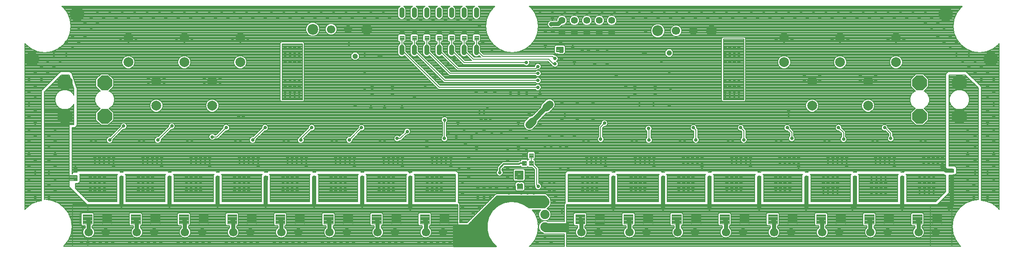
<source format=gbl>
G75*
G70*
%OFA0B0*%
%FSLAX24Y24*%
%IPPOS*%
%LPD*%
%AMOC8*
5,1,8,0,0,1.08239X$1,22.5*
%
%ADD10C,0.0039*%
%ADD11C,0.0669*%
%ADD12C,0.0866*%
%ADD13C,0.0041*%
%ADD14C,0.0560*%
%ADD15C,0.0041*%
%ADD16OC8,0.0414*%
%ADD17OC8,0.1181*%
%ADD18C,0.0740*%
%ADD19C,0.0787*%
%ADD20C,0.0414*%
%ADD21C,0.0278*%
%ADD22C,0.0400*%
%ADD23C,0.0640*%
%ADD24C,0.0120*%
%ADD25C,0.0080*%
%ADD26C,0.0320*%
%ADD27C,0.1181*%
%ADD28C,0.0240*%
%ADD29C,0.0160*%
D10*
X007854Y005639D02*
X008602Y005639D01*
X008602Y004891D01*
X007854Y004891D01*
X007854Y005639D01*
X007854Y004929D02*
X008602Y004929D01*
X008602Y004967D02*
X007854Y004967D01*
X007854Y005005D02*
X008602Y005005D01*
X008602Y005043D02*
X007854Y005043D01*
X007854Y005081D02*
X008602Y005081D01*
X008602Y005119D02*
X007854Y005119D01*
X007854Y005157D02*
X008602Y005157D01*
X008602Y005195D02*
X007854Y005195D01*
X007854Y005233D02*
X008602Y005233D01*
X008602Y005271D02*
X007854Y005271D01*
X007854Y005309D02*
X008602Y005309D01*
X008602Y005347D02*
X007854Y005347D01*
X007854Y005385D02*
X008602Y005385D01*
X008602Y005423D02*
X007854Y005423D01*
X007854Y005461D02*
X008602Y005461D01*
X008602Y005499D02*
X007854Y005499D01*
X007854Y005537D02*
X008602Y005537D01*
X008602Y005575D02*
X007854Y005575D01*
X007854Y005613D02*
X008602Y005613D01*
X009428Y004891D02*
X010176Y004891D01*
X009428Y004891D02*
X009428Y005639D01*
X010176Y005639D01*
X010176Y004891D01*
X010176Y004929D02*
X009428Y004929D01*
X009428Y004967D02*
X010176Y004967D01*
X010176Y005005D02*
X009428Y005005D01*
X009428Y005043D02*
X010176Y005043D01*
X010176Y005081D02*
X009428Y005081D01*
X009428Y005119D02*
X010176Y005119D01*
X010176Y005157D02*
X009428Y005157D01*
X009428Y005195D02*
X010176Y005195D01*
X010176Y005233D02*
X009428Y005233D01*
X009428Y005271D02*
X010176Y005271D01*
X010176Y005309D02*
X009428Y005309D01*
X009428Y005347D02*
X010176Y005347D01*
X010176Y005385D02*
X009428Y005385D01*
X009428Y005423D02*
X010176Y005423D01*
X010176Y005461D02*
X009428Y005461D01*
X009428Y005499D02*
X010176Y005499D01*
X010176Y005537D02*
X009428Y005537D01*
X009428Y005575D02*
X010176Y005575D01*
X010176Y005613D02*
X009428Y005613D01*
X011729Y005639D02*
X012477Y005639D01*
X012477Y004891D01*
X011729Y004891D01*
X011729Y005639D01*
X011729Y004929D02*
X012477Y004929D01*
X012477Y004967D02*
X011729Y004967D01*
X011729Y005005D02*
X012477Y005005D01*
X012477Y005043D02*
X011729Y005043D01*
X011729Y005081D02*
X012477Y005081D01*
X012477Y005119D02*
X011729Y005119D01*
X011729Y005157D02*
X012477Y005157D01*
X012477Y005195D02*
X011729Y005195D01*
X011729Y005233D02*
X012477Y005233D01*
X012477Y005271D02*
X011729Y005271D01*
X011729Y005309D02*
X012477Y005309D01*
X012477Y005347D02*
X011729Y005347D01*
X011729Y005385D02*
X012477Y005385D01*
X012477Y005423D02*
X011729Y005423D01*
X011729Y005461D02*
X012477Y005461D01*
X012477Y005499D02*
X011729Y005499D01*
X011729Y005537D02*
X012477Y005537D01*
X012477Y005575D02*
X011729Y005575D01*
X011729Y005613D02*
X012477Y005613D01*
X013303Y004891D02*
X014051Y004891D01*
X013303Y004891D02*
X013303Y005639D01*
X014051Y005639D01*
X014051Y004891D01*
X014051Y004929D02*
X013303Y004929D01*
X013303Y004967D02*
X014051Y004967D01*
X014051Y005005D02*
X013303Y005005D01*
X013303Y005043D02*
X014051Y005043D01*
X014051Y005081D02*
X013303Y005081D01*
X013303Y005119D02*
X014051Y005119D01*
X014051Y005157D02*
X013303Y005157D01*
X013303Y005195D02*
X014051Y005195D01*
X014051Y005233D02*
X013303Y005233D01*
X013303Y005271D02*
X014051Y005271D01*
X014051Y005309D02*
X013303Y005309D01*
X013303Y005347D02*
X014051Y005347D01*
X014051Y005385D02*
X013303Y005385D01*
X013303Y005423D02*
X014051Y005423D01*
X014051Y005461D02*
X013303Y005461D01*
X013303Y005499D02*
X014051Y005499D01*
X014051Y005537D02*
X013303Y005537D01*
X013303Y005575D02*
X014051Y005575D01*
X014051Y005613D02*
X013303Y005613D01*
X015604Y005639D02*
X016352Y005639D01*
X016352Y004891D01*
X015604Y004891D01*
X015604Y005639D01*
X015604Y004929D02*
X016352Y004929D01*
X016352Y004967D02*
X015604Y004967D01*
X015604Y005005D02*
X016352Y005005D01*
X016352Y005043D02*
X015604Y005043D01*
X015604Y005081D02*
X016352Y005081D01*
X016352Y005119D02*
X015604Y005119D01*
X015604Y005157D02*
X016352Y005157D01*
X016352Y005195D02*
X015604Y005195D01*
X015604Y005233D02*
X016352Y005233D01*
X016352Y005271D02*
X015604Y005271D01*
X015604Y005309D02*
X016352Y005309D01*
X016352Y005347D02*
X015604Y005347D01*
X015604Y005385D02*
X016352Y005385D01*
X016352Y005423D02*
X015604Y005423D01*
X015604Y005461D02*
X016352Y005461D01*
X016352Y005499D02*
X015604Y005499D01*
X015604Y005537D02*
X016352Y005537D01*
X016352Y005575D02*
X015604Y005575D01*
X015604Y005613D02*
X016352Y005613D01*
X017178Y004891D02*
X017926Y004891D01*
X017178Y004891D02*
X017178Y005639D01*
X017926Y005639D01*
X017926Y004891D01*
X017926Y004929D02*
X017178Y004929D01*
X017178Y004967D02*
X017926Y004967D01*
X017926Y005005D02*
X017178Y005005D01*
X017178Y005043D02*
X017926Y005043D01*
X017926Y005081D02*
X017178Y005081D01*
X017178Y005119D02*
X017926Y005119D01*
X017926Y005157D02*
X017178Y005157D01*
X017178Y005195D02*
X017926Y005195D01*
X017926Y005233D02*
X017178Y005233D01*
X017178Y005271D02*
X017926Y005271D01*
X017926Y005309D02*
X017178Y005309D01*
X017178Y005347D02*
X017926Y005347D01*
X017926Y005385D02*
X017178Y005385D01*
X017178Y005423D02*
X017926Y005423D01*
X017926Y005461D02*
X017178Y005461D01*
X017178Y005499D02*
X017926Y005499D01*
X017926Y005537D02*
X017178Y005537D01*
X017178Y005575D02*
X017926Y005575D01*
X017926Y005613D02*
X017178Y005613D01*
X019479Y005639D02*
X020227Y005639D01*
X020227Y004891D01*
X019479Y004891D01*
X019479Y005639D01*
X019479Y004929D02*
X020227Y004929D01*
X020227Y004967D02*
X019479Y004967D01*
X019479Y005005D02*
X020227Y005005D01*
X020227Y005043D02*
X019479Y005043D01*
X019479Y005081D02*
X020227Y005081D01*
X020227Y005119D02*
X019479Y005119D01*
X019479Y005157D02*
X020227Y005157D01*
X020227Y005195D02*
X019479Y005195D01*
X019479Y005233D02*
X020227Y005233D01*
X020227Y005271D02*
X019479Y005271D01*
X019479Y005309D02*
X020227Y005309D01*
X020227Y005347D02*
X019479Y005347D01*
X019479Y005385D02*
X020227Y005385D01*
X020227Y005423D02*
X019479Y005423D01*
X019479Y005461D02*
X020227Y005461D01*
X020227Y005499D02*
X019479Y005499D01*
X019479Y005537D02*
X020227Y005537D01*
X020227Y005575D02*
X019479Y005575D01*
X019479Y005613D02*
X020227Y005613D01*
X021053Y004891D02*
X021801Y004891D01*
X021053Y004891D02*
X021053Y005639D01*
X021801Y005639D01*
X021801Y004891D01*
X021801Y004929D02*
X021053Y004929D01*
X021053Y004967D02*
X021801Y004967D01*
X021801Y005005D02*
X021053Y005005D01*
X021053Y005043D02*
X021801Y005043D01*
X021801Y005081D02*
X021053Y005081D01*
X021053Y005119D02*
X021801Y005119D01*
X021801Y005157D02*
X021053Y005157D01*
X021053Y005195D02*
X021801Y005195D01*
X021801Y005233D02*
X021053Y005233D01*
X021053Y005271D02*
X021801Y005271D01*
X021801Y005309D02*
X021053Y005309D01*
X021053Y005347D02*
X021801Y005347D01*
X021801Y005385D02*
X021053Y005385D01*
X021053Y005423D02*
X021801Y005423D01*
X021801Y005461D02*
X021053Y005461D01*
X021053Y005499D02*
X021801Y005499D01*
X021801Y005537D02*
X021053Y005537D01*
X021053Y005575D02*
X021801Y005575D01*
X021801Y005613D02*
X021053Y005613D01*
X023354Y005639D02*
X024102Y005639D01*
X024102Y004891D01*
X023354Y004891D01*
X023354Y005639D01*
X023354Y004929D02*
X024102Y004929D01*
X024102Y004967D02*
X023354Y004967D01*
X023354Y005005D02*
X024102Y005005D01*
X024102Y005043D02*
X023354Y005043D01*
X023354Y005081D02*
X024102Y005081D01*
X024102Y005119D02*
X023354Y005119D01*
X023354Y005157D02*
X024102Y005157D01*
X024102Y005195D02*
X023354Y005195D01*
X023354Y005233D02*
X024102Y005233D01*
X024102Y005271D02*
X023354Y005271D01*
X023354Y005309D02*
X024102Y005309D01*
X024102Y005347D02*
X023354Y005347D01*
X023354Y005385D02*
X024102Y005385D01*
X024102Y005423D02*
X023354Y005423D01*
X023354Y005461D02*
X024102Y005461D01*
X024102Y005499D02*
X023354Y005499D01*
X023354Y005537D02*
X024102Y005537D01*
X024102Y005575D02*
X023354Y005575D01*
X023354Y005613D02*
X024102Y005613D01*
X024928Y004891D02*
X025676Y004891D01*
X024928Y004891D02*
X024928Y005639D01*
X025676Y005639D01*
X025676Y004891D01*
X025676Y004929D02*
X024928Y004929D01*
X024928Y004967D02*
X025676Y004967D01*
X025676Y005005D02*
X024928Y005005D01*
X024928Y005043D02*
X025676Y005043D01*
X025676Y005081D02*
X024928Y005081D01*
X024928Y005119D02*
X025676Y005119D01*
X025676Y005157D02*
X024928Y005157D01*
X024928Y005195D02*
X025676Y005195D01*
X025676Y005233D02*
X024928Y005233D01*
X024928Y005271D02*
X025676Y005271D01*
X025676Y005309D02*
X024928Y005309D01*
X024928Y005347D02*
X025676Y005347D01*
X025676Y005385D02*
X024928Y005385D01*
X024928Y005423D02*
X025676Y005423D01*
X025676Y005461D02*
X024928Y005461D01*
X024928Y005499D02*
X025676Y005499D01*
X025676Y005537D02*
X024928Y005537D01*
X024928Y005575D02*
X025676Y005575D01*
X025676Y005613D02*
X024928Y005613D01*
X027229Y005639D02*
X027977Y005639D01*
X027977Y004891D01*
X027229Y004891D01*
X027229Y005639D01*
X027229Y004929D02*
X027977Y004929D01*
X027977Y004967D02*
X027229Y004967D01*
X027229Y005005D02*
X027977Y005005D01*
X027977Y005043D02*
X027229Y005043D01*
X027229Y005081D02*
X027977Y005081D01*
X027977Y005119D02*
X027229Y005119D01*
X027229Y005157D02*
X027977Y005157D01*
X027977Y005195D02*
X027229Y005195D01*
X027229Y005233D02*
X027977Y005233D01*
X027977Y005271D02*
X027229Y005271D01*
X027229Y005309D02*
X027977Y005309D01*
X027977Y005347D02*
X027229Y005347D01*
X027229Y005385D02*
X027977Y005385D01*
X027977Y005423D02*
X027229Y005423D01*
X027229Y005461D02*
X027977Y005461D01*
X027977Y005499D02*
X027229Y005499D01*
X027229Y005537D02*
X027977Y005537D01*
X027977Y005575D02*
X027229Y005575D01*
X027229Y005613D02*
X027977Y005613D01*
X028803Y004891D02*
X029551Y004891D01*
X028803Y004891D02*
X028803Y005639D01*
X029551Y005639D01*
X029551Y004891D01*
X029551Y004929D02*
X028803Y004929D01*
X028803Y004967D02*
X029551Y004967D01*
X029551Y005005D02*
X028803Y005005D01*
X028803Y005043D02*
X029551Y005043D01*
X029551Y005081D02*
X028803Y005081D01*
X028803Y005119D02*
X029551Y005119D01*
X029551Y005157D02*
X028803Y005157D01*
X028803Y005195D02*
X029551Y005195D01*
X029551Y005233D02*
X028803Y005233D01*
X028803Y005271D02*
X029551Y005271D01*
X029551Y005309D02*
X028803Y005309D01*
X028803Y005347D02*
X029551Y005347D01*
X029551Y005385D02*
X028803Y005385D01*
X028803Y005423D02*
X029551Y005423D01*
X029551Y005461D02*
X028803Y005461D01*
X028803Y005499D02*
X029551Y005499D01*
X029551Y005537D02*
X028803Y005537D01*
X028803Y005575D02*
X029551Y005575D01*
X029551Y005613D02*
X028803Y005613D01*
X031104Y005639D02*
X031852Y005639D01*
X031852Y004891D01*
X031104Y004891D01*
X031104Y005639D01*
X031104Y004929D02*
X031852Y004929D01*
X031852Y004967D02*
X031104Y004967D01*
X031104Y005005D02*
X031852Y005005D01*
X031852Y005043D02*
X031104Y005043D01*
X031104Y005081D02*
X031852Y005081D01*
X031852Y005119D02*
X031104Y005119D01*
X031104Y005157D02*
X031852Y005157D01*
X031852Y005195D02*
X031104Y005195D01*
X031104Y005233D02*
X031852Y005233D01*
X031852Y005271D02*
X031104Y005271D01*
X031104Y005309D02*
X031852Y005309D01*
X031852Y005347D02*
X031104Y005347D01*
X031104Y005385D02*
X031852Y005385D01*
X031852Y005423D02*
X031104Y005423D01*
X031104Y005461D02*
X031852Y005461D01*
X031852Y005499D02*
X031104Y005499D01*
X031104Y005537D02*
X031852Y005537D01*
X031852Y005575D02*
X031104Y005575D01*
X031104Y005613D02*
X031852Y005613D01*
X032678Y004891D02*
X033426Y004891D01*
X032678Y004891D02*
X032678Y005639D01*
X033426Y005639D01*
X033426Y004891D01*
X033426Y004929D02*
X032678Y004929D01*
X032678Y004967D02*
X033426Y004967D01*
X033426Y005005D02*
X032678Y005005D01*
X032678Y005043D02*
X033426Y005043D01*
X033426Y005081D02*
X032678Y005081D01*
X032678Y005119D02*
X033426Y005119D01*
X033426Y005157D02*
X032678Y005157D01*
X032678Y005195D02*
X033426Y005195D01*
X033426Y005233D02*
X032678Y005233D01*
X032678Y005271D02*
X033426Y005271D01*
X033426Y005309D02*
X032678Y005309D01*
X032678Y005347D02*
X033426Y005347D01*
X033426Y005385D02*
X032678Y005385D01*
X032678Y005423D02*
X033426Y005423D01*
X033426Y005461D02*
X032678Y005461D01*
X032678Y005499D02*
X033426Y005499D01*
X033426Y005537D02*
X032678Y005537D01*
X032678Y005575D02*
X033426Y005575D01*
X033426Y005613D02*
X032678Y005613D01*
X034979Y005639D02*
X035727Y005639D01*
X035727Y004891D01*
X034979Y004891D01*
X034979Y005639D01*
X034979Y004929D02*
X035727Y004929D01*
X035727Y004967D02*
X034979Y004967D01*
X034979Y005005D02*
X035727Y005005D01*
X035727Y005043D02*
X034979Y005043D01*
X034979Y005081D02*
X035727Y005081D01*
X035727Y005119D02*
X034979Y005119D01*
X034979Y005157D02*
X035727Y005157D01*
X035727Y005195D02*
X034979Y005195D01*
X034979Y005233D02*
X035727Y005233D01*
X035727Y005271D02*
X034979Y005271D01*
X034979Y005309D02*
X035727Y005309D01*
X035727Y005347D02*
X034979Y005347D01*
X034979Y005385D02*
X035727Y005385D01*
X035727Y005423D02*
X034979Y005423D01*
X034979Y005461D02*
X035727Y005461D01*
X035727Y005499D02*
X034979Y005499D01*
X034979Y005537D02*
X035727Y005537D01*
X035727Y005575D02*
X034979Y005575D01*
X034979Y005613D02*
X035727Y005613D01*
X036553Y004891D02*
X037301Y004891D01*
X036553Y004891D02*
X036553Y005639D01*
X037301Y005639D01*
X037301Y004891D01*
X037301Y004929D02*
X036553Y004929D01*
X036553Y004967D02*
X037301Y004967D01*
X037301Y005005D02*
X036553Y005005D01*
X036553Y005043D02*
X037301Y005043D01*
X037301Y005081D02*
X036553Y005081D01*
X036553Y005119D02*
X037301Y005119D01*
X037301Y005157D02*
X036553Y005157D01*
X036553Y005195D02*
X037301Y005195D01*
X037301Y005233D02*
X036553Y005233D01*
X036553Y005271D02*
X037301Y005271D01*
X037301Y005309D02*
X036553Y005309D01*
X036553Y005347D02*
X037301Y005347D01*
X037301Y005385D02*
X036553Y005385D01*
X036553Y005423D02*
X037301Y005423D01*
X037301Y005461D02*
X036553Y005461D01*
X036553Y005499D02*
X037301Y005499D01*
X037301Y005537D02*
X036553Y005537D01*
X036553Y005575D02*
X037301Y005575D01*
X037301Y005613D02*
X036553Y005613D01*
X043242Y007693D02*
X043242Y008049D01*
X043242Y007693D02*
X042788Y007693D01*
X042788Y008049D01*
X043242Y008049D01*
X043242Y007731D02*
X042788Y007731D01*
X042788Y007769D02*
X043242Y007769D01*
X043242Y007807D02*
X042788Y007807D01*
X042788Y007845D02*
X043242Y007845D01*
X043242Y007883D02*
X042788Y007883D01*
X042788Y007921D02*
X043242Y007921D01*
X043242Y007959D02*
X042788Y007959D01*
X042788Y007997D02*
X043242Y007997D01*
X043242Y008035D02*
X042788Y008035D01*
X043242Y008481D02*
X043242Y008837D01*
X043242Y008481D02*
X042788Y008481D01*
X042788Y008837D01*
X043242Y008837D01*
X043242Y008519D02*
X042788Y008519D01*
X042788Y008557D02*
X043242Y008557D01*
X043242Y008595D02*
X042788Y008595D01*
X042788Y008633D02*
X043242Y008633D01*
X043242Y008671D02*
X042788Y008671D01*
X042788Y008709D02*
X043242Y008709D01*
X043242Y008747D02*
X042788Y008747D01*
X042788Y008785D02*
X043242Y008785D01*
X043242Y008823D02*
X042788Y008823D01*
X047481Y005644D02*
X048229Y005644D01*
X048229Y004896D01*
X047481Y004896D01*
X047481Y005644D01*
X047481Y004934D02*
X048229Y004934D01*
X048229Y004972D02*
X047481Y004972D01*
X047481Y005010D02*
X048229Y005010D01*
X048229Y005048D02*
X047481Y005048D01*
X047481Y005086D02*
X048229Y005086D01*
X048229Y005124D02*
X047481Y005124D01*
X047481Y005162D02*
X048229Y005162D01*
X048229Y005200D02*
X047481Y005200D01*
X047481Y005238D02*
X048229Y005238D01*
X048229Y005276D02*
X047481Y005276D01*
X047481Y005314D02*
X048229Y005314D01*
X048229Y005352D02*
X047481Y005352D01*
X047481Y005390D02*
X048229Y005390D01*
X048229Y005428D02*
X047481Y005428D01*
X047481Y005466D02*
X048229Y005466D01*
X048229Y005504D02*
X047481Y005504D01*
X047481Y005542D02*
X048229Y005542D01*
X048229Y005580D02*
X047481Y005580D01*
X047481Y005618D02*
X048229Y005618D01*
X049056Y004896D02*
X049804Y004896D01*
X049056Y004896D02*
X049056Y005644D01*
X049804Y005644D01*
X049804Y004896D01*
X049804Y004934D02*
X049056Y004934D01*
X049056Y004972D02*
X049804Y004972D01*
X049804Y005010D02*
X049056Y005010D01*
X049056Y005048D02*
X049804Y005048D01*
X049804Y005086D02*
X049056Y005086D01*
X049056Y005124D02*
X049804Y005124D01*
X049804Y005162D02*
X049056Y005162D01*
X049056Y005200D02*
X049804Y005200D01*
X049804Y005238D02*
X049056Y005238D01*
X049056Y005276D02*
X049804Y005276D01*
X049804Y005314D02*
X049056Y005314D01*
X049056Y005352D02*
X049804Y005352D01*
X049804Y005390D02*
X049056Y005390D01*
X049056Y005428D02*
X049804Y005428D01*
X049804Y005466D02*
X049056Y005466D01*
X049056Y005504D02*
X049804Y005504D01*
X049804Y005542D02*
X049056Y005542D01*
X049056Y005580D02*
X049804Y005580D01*
X049804Y005618D02*
X049056Y005618D01*
X051359Y005639D02*
X052107Y005639D01*
X052107Y004891D01*
X051359Y004891D01*
X051359Y005639D01*
X051359Y004929D02*
X052107Y004929D01*
X052107Y004967D02*
X051359Y004967D01*
X051359Y005005D02*
X052107Y005005D01*
X052107Y005043D02*
X051359Y005043D01*
X051359Y005081D02*
X052107Y005081D01*
X052107Y005119D02*
X051359Y005119D01*
X051359Y005157D02*
X052107Y005157D01*
X052107Y005195D02*
X051359Y005195D01*
X051359Y005233D02*
X052107Y005233D01*
X052107Y005271D02*
X051359Y005271D01*
X051359Y005309D02*
X052107Y005309D01*
X052107Y005347D02*
X051359Y005347D01*
X051359Y005385D02*
X052107Y005385D01*
X052107Y005423D02*
X051359Y005423D01*
X051359Y005461D02*
X052107Y005461D01*
X052107Y005499D02*
X051359Y005499D01*
X051359Y005537D02*
X052107Y005537D01*
X052107Y005575D02*
X051359Y005575D01*
X051359Y005613D02*
X052107Y005613D01*
X052933Y004891D02*
X053681Y004891D01*
X052933Y004891D02*
X052933Y005639D01*
X053681Y005639D01*
X053681Y004891D01*
X053681Y004929D02*
X052933Y004929D01*
X052933Y004967D02*
X053681Y004967D01*
X053681Y005005D02*
X052933Y005005D01*
X052933Y005043D02*
X053681Y005043D01*
X053681Y005081D02*
X052933Y005081D01*
X052933Y005119D02*
X053681Y005119D01*
X053681Y005157D02*
X052933Y005157D01*
X052933Y005195D02*
X053681Y005195D01*
X053681Y005233D02*
X052933Y005233D01*
X052933Y005271D02*
X053681Y005271D01*
X053681Y005309D02*
X052933Y005309D01*
X052933Y005347D02*
X053681Y005347D01*
X053681Y005385D02*
X052933Y005385D01*
X052933Y005423D02*
X053681Y005423D01*
X053681Y005461D02*
X052933Y005461D01*
X052933Y005499D02*
X053681Y005499D01*
X053681Y005537D02*
X052933Y005537D01*
X052933Y005575D02*
X053681Y005575D01*
X053681Y005613D02*
X052933Y005613D01*
X055231Y005639D02*
X055979Y005639D01*
X055979Y004891D01*
X055231Y004891D01*
X055231Y005639D01*
X055231Y004929D02*
X055979Y004929D01*
X055979Y004967D02*
X055231Y004967D01*
X055231Y005005D02*
X055979Y005005D01*
X055979Y005043D02*
X055231Y005043D01*
X055231Y005081D02*
X055979Y005081D01*
X055979Y005119D02*
X055231Y005119D01*
X055231Y005157D02*
X055979Y005157D01*
X055979Y005195D02*
X055231Y005195D01*
X055231Y005233D02*
X055979Y005233D01*
X055979Y005271D02*
X055231Y005271D01*
X055231Y005309D02*
X055979Y005309D01*
X055979Y005347D02*
X055231Y005347D01*
X055231Y005385D02*
X055979Y005385D01*
X055979Y005423D02*
X055231Y005423D01*
X055231Y005461D02*
X055979Y005461D01*
X055979Y005499D02*
X055231Y005499D01*
X055231Y005537D02*
X055979Y005537D01*
X055979Y005575D02*
X055231Y005575D01*
X055231Y005613D02*
X055979Y005613D01*
X056806Y004891D02*
X057554Y004891D01*
X056806Y004891D02*
X056806Y005639D01*
X057554Y005639D01*
X057554Y004891D01*
X057554Y004929D02*
X056806Y004929D01*
X056806Y004967D02*
X057554Y004967D01*
X057554Y005005D02*
X056806Y005005D01*
X056806Y005043D02*
X057554Y005043D01*
X057554Y005081D02*
X056806Y005081D01*
X056806Y005119D02*
X057554Y005119D01*
X057554Y005157D02*
X056806Y005157D01*
X056806Y005195D02*
X057554Y005195D01*
X057554Y005233D02*
X056806Y005233D01*
X056806Y005271D02*
X057554Y005271D01*
X057554Y005309D02*
X056806Y005309D01*
X056806Y005347D02*
X057554Y005347D01*
X057554Y005385D02*
X056806Y005385D01*
X056806Y005423D02*
X057554Y005423D01*
X057554Y005461D02*
X056806Y005461D01*
X056806Y005499D02*
X057554Y005499D01*
X057554Y005537D02*
X056806Y005537D01*
X056806Y005575D02*
X057554Y005575D01*
X057554Y005613D02*
X056806Y005613D01*
X059104Y005639D02*
X059852Y005639D01*
X059852Y004891D01*
X059104Y004891D01*
X059104Y005639D01*
X059104Y004929D02*
X059852Y004929D01*
X059852Y004967D02*
X059104Y004967D01*
X059104Y005005D02*
X059852Y005005D01*
X059852Y005043D02*
X059104Y005043D01*
X059104Y005081D02*
X059852Y005081D01*
X059852Y005119D02*
X059104Y005119D01*
X059104Y005157D02*
X059852Y005157D01*
X059852Y005195D02*
X059104Y005195D01*
X059104Y005233D02*
X059852Y005233D01*
X059852Y005271D02*
X059104Y005271D01*
X059104Y005309D02*
X059852Y005309D01*
X059852Y005347D02*
X059104Y005347D01*
X059104Y005385D02*
X059852Y005385D01*
X059852Y005423D02*
X059104Y005423D01*
X059104Y005461D02*
X059852Y005461D01*
X059852Y005499D02*
X059104Y005499D01*
X059104Y005537D02*
X059852Y005537D01*
X059852Y005575D02*
X059104Y005575D01*
X059104Y005613D02*
X059852Y005613D01*
X060678Y004891D02*
X061426Y004891D01*
X060678Y004891D02*
X060678Y005639D01*
X061426Y005639D01*
X061426Y004891D01*
X061426Y004929D02*
X060678Y004929D01*
X060678Y004967D02*
X061426Y004967D01*
X061426Y005005D02*
X060678Y005005D01*
X060678Y005043D02*
X061426Y005043D01*
X061426Y005081D02*
X060678Y005081D01*
X060678Y005119D02*
X061426Y005119D01*
X061426Y005157D02*
X060678Y005157D01*
X060678Y005195D02*
X061426Y005195D01*
X061426Y005233D02*
X060678Y005233D01*
X060678Y005271D02*
X061426Y005271D01*
X061426Y005309D02*
X060678Y005309D01*
X060678Y005347D02*
X061426Y005347D01*
X061426Y005385D02*
X060678Y005385D01*
X060678Y005423D02*
X061426Y005423D01*
X061426Y005461D02*
X060678Y005461D01*
X060678Y005499D02*
X061426Y005499D01*
X061426Y005537D02*
X060678Y005537D01*
X060678Y005575D02*
X061426Y005575D01*
X061426Y005613D02*
X060678Y005613D01*
X062981Y005639D02*
X063729Y005639D01*
X063729Y004891D01*
X062981Y004891D01*
X062981Y005639D01*
X062981Y004929D02*
X063729Y004929D01*
X063729Y004967D02*
X062981Y004967D01*
X062981Y005005D02*
X063729Y005005D01*
X063729Y005043D02*
X062981Y005043D01*
X062981Y005081D02*
X063729Y005081D01*
X063729Y005119D02*
X062981Y005119D01*
X062981Y005157D02*
X063729Y005157D01*
X063729Y005195D02*
X062981Y005195D01*
X062981Y005233D02*
X063729Y005233D01*
X063729Y005271D02*
X062981Y005271D01*
X062981Y005309D02*
X063729Y005309D01*
X063729Y005347D02*
X062981Y005347D01*
X062981Y005385D02*
X063729Y005385D01*
X063729Y005423D02*
X062981Y005423D01*
X062981Y005461D02*
X063729Y005461D01*
X063729Y005499D02*
X062981Y005499D01*
X062981Y005537D02*
X063729Y005537D01*
X063729Y005575D02*
X062981Y005575D01*
X062981Y005613D02*
X063729Y005613D01*
X064556Y004891D02*
X065304Y004891D01*
X064556Y004891D02*
X064556Y005639D01*
X065304Y005639D01*
X065304Y004891D01*
X065304Y004929D02*
X064556Y004929D01*
X064556Y004967D02*
X065304Y004967D01*
X065304Y005005D02*
X064556Y005005D01*
X064556Y005043D02*
X065304Y005043D01*
X065304Y005081D02*
X064556Y005081D01*
X064556Y005119D02*
X065304Y005119D01*
X065304Y005157D02*
X064556Y005157D01*
X064556Y005195D02*
X065304Y005195D01*
X065304Y005233D02*
X064556Y005233D01*
X064556Y005271D02*
X065304Y005271D01*
X065304Y005309D02*
X064556Y005309D01*
X064556Y005347D02*
X065304Y005347D01*
X065304Y005385D02*
X064556Y005385D01*
X064556Y005423D02*
X065304Y005423D01*
X065304Y005461D02*
X064556Y005461D01*
X064556Y005499D02*
X065304Y005499D01*
X065304Y005537D02*
X064556Y005537D01*
X064556Y005575D02*
X065304Y005575D01*
X065304Y005613D02*
X064556Y005613D01*
X066859Y005639D02*
X067607Y005639D01*
X067607Y004891D01*
X066859Y004891D01*
X066859Y005639D01*
X066859Y004929D02*
X067607Y004929D01*
X067607Y004967D02*
X066859Y004967D01*
X066859Y005005D02*
X067607Y005005D01*
X067607Y005043D02*
X066859Y005043D01*
X066859Y005081D02*
X067607Y005081D01*
X067607Y005119D02*
X066859Y005119D01*
X066859Y005157D02*
X067607Y005157D01*
X067607Y005195D02*
X066859Y005195D01*
X066859Y005233D02*
X067607Y005233D01*
X067607Y005271D02*
X066859Y005271D01*
X066859Y005309D02*
X067607Y005309D01*
X067607Y005347D02*
X066859Y005347D01*
X066859Y005385D02*
X067607Y005385D01*
X067607Y005423D02*
X066859Y005423D01*
X066859Y005461D02*
X067607Y005461D01*
X067607Y005499D02*
X066859Y005499D01*
X066859Y005537D02*
X067607Y005537D01*
X067607Y005575D02*
X066859Y005575D01*
X066859Y005613D02*
X067607Y005613D01*
X068433Y004891D02*
X069181Y004891D01*
X068433Y004891D02*
X068433Y005639D01*
X069181Y005639D01*
X069181Y004891D01*
X069181Y004929D02*
X068433Y004929D01*
X068433Y004967D02*
X069181Y004967D01*
X069181Y005005D02*
X068433Y005005D01*
X068433Y005043D02*
X069181Y005043D01*
X069181Y005081D02*
X068433Y005081D01*
X068433Y005119D02*
X069181Y005119D01*
X069181Y005157D02*
X068433Y005157D01*
X068433Y005195D02*
X069181Y005195D01*
X069181Y005233D02*
X068433Y005233D01*
X068433Y005271D02*
X069181Y005271D01*
X069181Y005309D02*
X068433Y005309D01*
X068433Y005347D02*
X069181Y005347D01*
X069181Y005385D02*
X068433Y005385D01*
X068433Y005423D02*
X069181Y005423D01*
X069181Y005461D02*
X068433Y005461D01*
X068433Y005499D02*
X069181Y005499D01*
X069181Y005537D02*
X068433Y005537D01*
X068433Y005575D02*
X069181Y005575D01*
X069181Y005613D02*
X068433Y005613D01*
X070731Y005639D02*
X071479Y005639D01*
X071479Y004891D01*
X070731Y004891D01*
X070731Y005639D01*
X070731Y004929D02*
X071479Y004929D01*
X071479Y004967D02*
X070731Y004967D01*
X070731Y005005D02*
X071479Y005005D01*
X071479Y005043D02*
X070731Y005043D01*
X070731Y005081D02*
X071479Y005081D01*
X071479Y005119D02*
X070731Y005119D01*
X070731Y005157D02*
X071479Y005157D01*
X071479Y005195D02*
X070731Y005195D01*
X070731Y005233D02*
X071479Y005233D01*
X071479Y005271D02*
X070731Y005271D01*
X070731Y005309D02*
X071479Y005309D01*
X071479Y005347D02*
X070731Y005347D01*
X070731Y005385D02*
X071479Y005385D01*
X071479Y005423D02*
X070731Y005423D01*
X070731Y005461D02*
X071479Y005461D01*
X071479Y005499D02*
X070731Y005499D01*
X070731Y005537D02*
X071479Y005537D01*
X071479Y005575D02*
X070731Y005575D01*
X070731Y005613D02*
X071479Y005613D01*
X072306Y004891D02*
X073054Y004891D01*
X072306Y004891D02*
X072306Y005639D01*
X073054Y005639D01*
X073054Y004891D01*
X073054Y004929D02*
X072306Y004929D01*
X072306Y004967D02*
X073054Y004967D01*
X073054Y005005D02*
X072306Y005005D01*
X072306Y005043D02*
X073054Y005043D01*
X073054Y005081D02*
X072306Y005081D01*
X072306Y005119D02*
X073054Y005119D01*
X073054Y005157D02*
X072306Y005157D01*
X072306Y005195D02*
X073054Y005195D01*
X073054Y005233D02*
X072306Y005233D01*
X072306Y005271D02*
X073054Y005271D01*
X073054Y005309D02*
X072306Y005309D01*
X072306Y005347D02*
X073054Y005347D01*
X073054Y005385D02*
X072306Y005385D01*
X072306Y005423D02*
X073054Y005423D01*
X073054Y005461D02*
X072306Y005461D01*
X072306Y005499D02*
X073054Y005499D01*
X073054Y005537D02*
X072306Y005537D01*
X072306Y005575D02*
X073054Y005575D01*
X073054Y005613D02*
X072306Y005613D01*
X074604Y005639D02*
X075352Y005639D01*
X075352Y004891D01*
X074604Y004891D01*
X074604Y005639D01*
X074604Y004929D02*
X075352Y004929D01*
X075352Y004967D02*
X074604Y004967D01*
X074604Y005005D02*
X075352Y005005D01*
X075352Y005043D02*
X074604Y005043D01*
X074604Y005081D02*
X075352Y005081D01*
X075352Y005119D02*
X074604Y005119D01*
X074604Y005157D02*
X075352Y005157D01*
X075352Y005195D02*
X074604Y005195D01*
X074604Y005233D02*
X075352Y005233D01*
X075352Y005271D02*
X074604Y005271D01*
X074604Y005309D02*
X075352Y005309D01*
X075352Y005347D02*
X074604Y005347D01*
X074604Y005385D02*
X075352Y005385D01*
X075352Y005423D02*
X074604Y005423D01*
X074604Y005461D02*
X075352Y005461D01*
X075352Y005499D02*
X074604Y005499D01*
X074604Y005537D02*
X075352Y005537D01*
X075352Y005575D02*
X074604Y005575D01*
X074604Y005613D02*
X075352Y005613D01*
X076178Y004891D02*
X076926Y004891D01*
X076178Y004891D02*
X076178Y005639D01*
X076926Y005639D01*
X076926Y004891D01*
X076926Y004929D02*
X076178Y004929D01*
X076178Y004967D02*
X076926Y004967D01*
X076926Y005005D02*
X076178Y005005D01*
X076178Y005043D02*
X076926Y005043D01*
X076926Y005081D02*
X076178Y005081D01*
X076178Y005119D02*
X076926Y005119D01*
X076926Y005157D02*
X076178Y005157D01*
X076178Y005195D02*
X076926Y005195D01*
X076926Y005233D02*
X076178Y005233D01*
X076178Y005271D02*
X076926Y005271D01*
X076926Y005309D02*
X076178Y005309D01*
X076178Y005347D02*
X076926Y005347D01*
X076926Y005385D02*
X076178Y005385D01*
X076178Y005423D02*
X076926Y005423D01*
X076926Y005461D02*
X076178Y005461D01*
X076178Y005499D02*
X076926Y005499D01*
X076926Y005537D02*
X076178Y005537D01*
X076178Y005575D02*
X076926Y005575D01*
X076926Y005613D02*
X076178Y005613D01*
D11*
X076456Y004226D03*
X075079Y004226D03*
X072581Y004226D03*
X071204Y004226D03*
X068706Y004226D03*
X067329Y004226D03*
X064831Y004226D03*
X063454Y004226D03*
X060956Y004226D03*
X059579Y004226D03*
X057081Y004226D03*
X055704Y004226D03*
X053206Y004226D03*
X051829Y004226D03*
X049331Y004226D03*
X047954Y004226D03*
X036829Y004226D03*
X035451Y004226D03*
X032954Y004226D03*
X031576Y004226D03*
X029079Y004226D03*
X027701Y004226D03*
X025204Y004226D03*
X023826Y004226D03*
X021329Y004226D03*
X019951Y004226D03*
X017454Y004226D03*
X016076Y004226D03*
X013579Y004226D03*
X012201Y004226D03*
X009704Y004226D03*
X008326Y004226D03*
X027826Y020554D03*
X029204Y020554D03*
X055576Y020429D03*
X056954Y020429D03*
D12*
X058430Y020429D03*
X054100Y020429D03*
X030680Y020554D03*
X026350Y020554D03*
D13*
X033682Y020592D02*
X033682Y020258D01*
X033348Y020258D01*
X033348Y020592D01*
X033682Y020592D01*
X033682Y020298D02*
X033348Y020298D01*
X033348Y020338D02*
X033682Y020338D01*
X033682Y020378D02*
X033348Y020378D01*
X033348Y020418D02*
X033682Y020418D01*
X033682Y020458D02*
X033348Y020458D01*
X033348Y020498D02*
X033682Y020498D01*
X033682Y020538D02*
X033348Y020538D01*
X033348Y020578D02*
X033682Y020578D01*
X034682Y020592D02*
X034682Y020258D01*
X034348Y020258D01*
X034348Y020592D01*
X034682Y020592D01*
X034682Y020298D02*
X034348Y020298D01*
X034348Y020338D02*
X034682Y020338D01*
X034682Y020378D02*
X034348Y020378D01*
X034348Y020418D02*
X034682Y020418D01*
X034682Y020458D02*
X034348Y020458D01*
X034348Y020498D02*
X034682Y020498D01*
X034682Y020538D02*
X034348Y020538D01*
X034348Y020578D02*
X034682Y020578D01*
X035682Y020592D02*
X035682Y020258D01*
X035348Y020258D01*
X035348Y020592D01*
X035682Y020592D01*
X035682Y020298D02*
X035348Y020298D01*
X035348Y020338D02*
X035682Y020338D01*
X035682Y020378D02*
X035348Y020378D01*
X035348Y020418D02*
X035682Y020418D01*
X035682Y020458D02*
X035348Y020458D01*
X035348Y020498D02*
X035682Y020498D01*
X035682Y020538D02*
X035348Y020538D01*
X035348Y020578D02*
X035682Y020578D01*
X036682Y020592D02*
X036682Y020258D01*
X036348Y020258D01*
X036348Y020592D01*
X036682Y020592D01*
X036682Y020298D02*
X036348Y020298D01*
X036348Y020338D02*
X036682Y020338D01*
X036682Y020378D02*
X036348Y020378D01*
X036348Y020418D02*
X036682Y020418D01*
X036682Y020458D02*
X036348Y020458D01*
X036348Y020498D02*
X036682Y020498D01*
X036682Y020538D02*
X036348Y020538D01*
X036348Y020578D02*
X036682Y020578D01*
X037682Y020592D02*
X037682Y020258D01*
X037348Y020258D01*
X037348Y020592D01*
X037682Y020592D01*
X037682Y020298D02*
X037348Y020298D01*
X037348Y020338D02*
X037682Y020338D01*
X037682Y020378D02*
X037348Y020378D01*
X037348Y020418D02*
X037682Y020418D01*
X037682Y020458D02*
X037348Y020458D01*
X037348Y020498D02*
X037682Y020498D01*
X037682Y020538D02*
X037348Y020538D01*
X037348Y020578D02*
X037682Y020578D01*
X038682Y020592D02*
X038682Y020258D01*
X038348Y020258D01*
X038348Y020592D01*
X038682Y020592D01*
X038682Y020298D02*
X038348Y020298D01*
X038348Y020338D02*
X038682Y020338D01*
X038682Y020378D02*
X038348Y020378D01*
X038348Y020418D02*
X038682Y020418D01*
X038682Y020458D02*
X038348Y020458D01*
X038348Y020498D02*
X038682Y020498D01*
X038682Y020538D02*
X038348Y020538D01*
X038348Y020578D02*
X038682Y020578D01*
X039682Y020592D02*
X039682Y020258D01*
X039348Y020258D01*
X039348Y020592D01*
X039682Y020592D01*
X039682Y020298D02*
X039348Y020298D01*
X039348Y020338D02*
X039682Y020338D01*
X039682Y020378D02*
X039348Y020378D01*
X039348Y020418D02*
X039682Y020418D01*
X039682Y020458D02*
X039348Y020458D01*
X039348Y020498D02*
X039682Y020498D01*
X039682Y020538D02*
X039348Y020538D01*
X039348Y020578D02*
X039682Y020578D01*
X039682Y020022D02*
X039682Y019688D01*
X039348Y019688D01*
X039348Y020022D01*
X039682Y020022D01*
X039682Y019728D02*
X039348Y019728D01*
X039348Y019768D02*
X039682Y019768D01*
X039682Y019808D02*
X039348Y019808D01*
X039348Y019848D02*
X039682Y019848D01*
X039682Y019888D02*
X039348Y019888D01*
X039348Y019928D02*
X039682Y019928D01*
X039682Y019968D02*
X039348Y019968D01*
X039348Y020008D02*
X039682Y020008D01*
X038682Y020022D02*
X038682Y019688D01*
X038348Y019688D01*
X038348Y020022D01*
X038682Y020022D01*
X038682Y019728D02*
X038348Y019728D01*
X038348Y019768D02*
X038682Y019768D01*
X038682Y019808D02*
X038348Y019808D01*
X038348Y019848D02*
X038682Y019848D01*
X038682Y019888D02*
X038348Y019888D01*
X038348Y019928D02*
X038682Y019928D01*
X038682Y019968D02*
X038348Y019968D01*
X038348Y020008D02*
X038682Y020008D01*
X037682Y020022D02*
X037682Y019688D01*
X037348Y019688D01*
X037348Y020022D01*
X037682Y020022D01*
X037682Y019728D02*
X037348Y019728D01*
X037348Y019768D02*
X037682Y019768D01*
X037682Y019808D02*
X037348Y019808D01*
X037348Y019848D02*
X037682Y019848D01*
X037682Y019888D02*
X037348Y019888D01*
X037348Y019928D02*
X037682Y019928D01*
X037682Y019968D02*
X037348Y019968D01*
X037348Y020008D02*
X037682Y020008D01*
X036682Y020022D02*
X036682Y019688D01*
X036348Y019688D01*
X036348Y020022D01*
X036682Y020022D01*
X036682Y019728D02*
X036348Y019728D01*
X036348Y019768D02*
X036682Y019768D01*
X036682Y019808D02*
X036348Y019808D01*
X036348Y019848D02*
X036682Y019848D01*
X036682Y019888D02*
X036348Y019888D01*
X036348Y019928D02*
X036682Y019928D01*
X036682Y019968D02*
X036348Y019968D01*
X036348Y020008D02*
X036682Y020008D01*
X035682Y020022D02*
X035682Y019688D01*
X035348Y019688D01*
X035348Y020022D01*
X035682Y020022D01*
X035682Y019728D02*
X035348Y019728D01*
X035348Y019768D02*
X035682Y019768D01*
X035682Y019808D02*
X035348Y019808D01*
X035348Y019848D02*
X035682Y019848D01*
X035682Y019888D02*
X035348Y019888D01*
X035348Y019928D02*
X035682Y019928D01*
X035682Y019968D02*
X035348Y019968D01*
X035348Y020008D02*
X035682Y020008D01*
X034682Y020022D02*
X034682Y019688D01*
X034348Y019688D01*
X034348Y020022D01*
X034682Y020022D01*
X034682Y019728D02*
X034348Y019728D01*
X034348Y019768D02*
X034682Y019768D01*
X034682Y019808D02*
X034348Y019808D01*
X034348Y019848D02*
X034682Y019848D01*
X034682Y019888D02*
X034348Y019888D01*
X034348Y019928D02*
X034682Y019928D01*
X034682Y019968D02*
X034348Y019968D01*
X034348Y020008D02*
X034682Y020008D01*
X033682Y020022D02*
X033682Y019688D01*
X033348Y019688D01*
X033348Y020022D01*
X033682Y020022D01*
X033682Y019728D02*
X033348Y019728D01*
X033348Y019768D02*
X033682Y019768D01*
X033682Y019808D02*
X033348Y019808D01*
X033348Y019848D02*
X033682Y019848D01*
X033682Y019888D02*
X033348Y019888D01*
X033348Y019928D02*
X033682Y019928D01*
X033682Y019968D02*
X033348Y019968D01*
X033348Y020008D02*
X033682Y020008D01*
X043188Y010223D02*
X043522Y010223D01*
X043188Y010223D02*
X043188Y010557D01*
X043522Y010557D01*
X043522Y010223D01*
X043522Y010263D02*
X043188Y010263D01*
X043188Y010303D02*
X043522Y010303D01*
X043522Y010343D02*
X043188Y010343D01*
X043188Y010383D02*
X043522Y010383D01*
X043522Y010423D02*
X043188Y010423D01*
X043188Y010463D02*
X043522Y010463D01*
X043522Y010503D02*
X043188Y010503D01*
X043188Y010543D02*
X043522Y010543D01*
X043758Y010223D02*
X044092Y010223D01*
X043758Y010223D02*
X043758Y010557D01*
X044092Y010557D01*
X044092Y010223D01*
X044092Y010263D02*
X043758Y010263D01*
X043758Y010303D02*
X044092Y010303D01*
X044092Y010343D02*
X043758Y010343D01*
X043758Y010383D02*
X044092Y010383D01*
X044092Y010423D02*
X043758Y010423D01*
X043758Y010463D02*
X044092Y010463D01*
X044092Y010503D02*
X043758Y010503D01*
X043758Y010543D02*
X044092Y010543D01*
X044092Y009598D02*
X043758Y009598D01*
X043758Y009932D01*
X044092Y009932D01*
X044092Y009598D01*
X044092Y009638D02*
X043758Y009638D01*
X043758Y009678D02*
X044092Y009678D01*
X044092Y009718D02*
X043758Y009718D01*
X043758Y009758D02*
X044092Y009758D01*
X044092Y009798D02*
X043758Y009798D01*
X043758Y009838D02*
X044092Y009838D01*
X044092Y009878D02*
X043758Y009878D01*
X043758Y009918D02*
X044092Y009918D01*
X043522Y009598D02*
X043188Y009598D01*
X043188Y009932D01*
X043522Y009932D01*
X043522Y009598D01*
X043522Y009638D02*
X043188Y009638D01*
X043188Y009678D02*
X043522Y009678D01*
X043522Y009718D02*
X043188Y009718D01*
X043188Y009758D02*
X043522Y009758D01*
X043522Y009798D02*
X043188Y009798D01*
X043188Y009838D02*
X043522Y009838D01*
X043522Y009878D02*
X043188Y009878D01*
X043188Y009918D02*
X043522Y009918D01*
D14*
X046390Y020265D03*
X047390Y020265D03*
X048390Y020265D03*
X049390Y020265D03*
X050390Y020265D03*
X050390Y021265D03*
X049390Y021265D03*
X048390Y021265D03*
X047390Y021265D03*
X046390Y021265D03*
D15*
X045509Y021114D02*
X045509Y020840D01*
X045509Y021114D02*
X045783Y021114D01*
X045783Y020840D01*
X045509Y020840D01*
X045509Y020880D02*
X045783Y020880D01*
X045783Y020920D02*
X045509Y020920D01*
X045509Y020960D02*
X045783Y020960D01*
X045783Y021000D02*
X045509Y021000D01*
X045509Y021040D02*
X045783Y021040D01*
X045783Y021080D02*
X045509Y021080D01*
X045509Y020523D02*
X045509Y020249D01*
X045509Y020523D02*
X045783Y020523D01*
X045783Y020249D01*
X045509Y020249D01*
X045509Y020289D02*
X045783Y020289D01*
X045783Y020329D02*
X045509Y020329D01*
X045509Y020369D02*
X045783Y020369D01*
X045783Y020409D02*
X045509Y020409D01*
X045509Y020449D02*
X045783Y020449D01*
X045783Y020489D02*
X045509Y020489D01*
X046188Y018950D02*
X046188Y018676D01*
X046188Y018950D02*
X046462Y018950D01*
X046462Y018676D01*
X046188Y018676D01*
X046188Y018716D02*
X046462Y018716D01*
X046462Y018756D02*
X046188Y018756D01*
X046188Y018796D02*
X046462Y018796D01*
X046462Y018836D02*
X046188Y018836D01*
X046188Y018876D02*
X046462Y018876D01*
X046462Y018916D02*
X046188Y018916D01*
X046188Y018359D02*
X046188Y018085D01*
X046188Y018359D02*
X046462Y018359D01*
X046462Y018085D01*
X046188Y018085D01*
X046188Y018125D02*
X046462Y018125D01*
X046462Y018165D02*
X046188Y018165D01*
X046188Y018205D02*
X046462Y018205D01*
X046462Y018245D02*
X046188Y018245D01*
X046188Y018285D02*
X046462Y018285D01*
X046462Y018325D02*
X046188Y018325D01*
X050652Y009322D02*
X050652Y009048D01*
X050378Y009048D01*
X050378Y009322D01*
X050652Y009322D01*
X050652Y009088D02*
X050378Y009088D01*
X050378Y009128D02*
X050652Y009128D01*
X050652Y009168D02*
X050378Y009168D01*
X050378Y009208D02*
X050652Y009208D01*
X050652Y009248D02*
X050378Y009248D01*
X050378Y009288D02*
X050652Y009288D01*
X050652Y008732D02*
X050652Y008458D01*
X050378Y008458D01*
X050378Y008732D01*
X050652Y008732D01*
X050652Y008498D02*
X050378Y008498D01*
X050378Y008538D02*
X050652Y008538D01*
X050652Y008578D02*
X050378Y008578D01*
X050378Y008618D02*
X050652Y008618D01*
X050652Y008658D02*
X050378Y008658D01*
X050378Y008698D02*
X050652Y008698D01*
X054652Y008732D02*
X054652Y008458D01*
X054378Y008458D01*
X054378Y008732D01*
X054652Y008732D01*
X054652Y008498D02*
X054378Y008498D01*
X054378Y008538D02*
X054652Y008538D01*
X054652Y008578D02*
X054378Y008578D01*
X054378Y008618D02*
X054652Y008618D01*
X054652Y008658D02*
X054378Y008658D01*
X054378Y008698D02*
X054652Y008698D01*
X054652Y009048D02*
X054652Y009322D01*
X054652Y009048D02*
X054378Y009048D01*
X054378Y009322D01*
X054652Y009322D01*
X054652Y009088D02*
X054378Y009088D01*
X054378Y009128D02*
X054652Y009128D01*
X054652Y009168D02*
X054378Y009168D01*
X054378Y009208D02*
X054652Y009208D01*
X054652Y009248D02*
X054378Y009248D01*
X054378Y009288D02*
X054652Y009288D01*
X058402Y009322D02*
X058402Y009048D01*
X058128Y009048D01*
X058128Y009322D01*
X058402Y009322D01*
X058402Y009088D02*
X058128Y009088D01*
X058128Y009128D02*
X058402Y009128D01*
X058402Y009168D02*
X058128Y009168D01*
X058128Y009208D02*
X058402Y009208D01*
X058402Y009248D02*
X058128Y009248D01*
X058128Y009288D02*
X058402Y009288D01*
X058402Y008732D02*
X058402Y008458D01*
X058128Y008458D01*
X058128Y008732D01*
X058402Y008732D01*
X058402Y008498D02*
X058128Y008498D01*
X058128Y008538D02*
X058402Y008538D01*
X058402Y008578D02*
X058128Y008578D01*
X058128Y008618D02*
X058402Y008618D01*
X058402Y008658D02*
X058128Y008658D01*
X058128Y008698D02*
X058402Y008698D01*
X062402Y008732D02*
X062402Y008458D01*
X062128Y008458D01*
X062128Y008732D01*
X062402Y008732D01*
X062402Y008498D02*
X062128Y008498D01*
X062128Y008538D02*
X062402Y008538D01*
X062402Y008578D02*
X062128Y008578D01*
X062128Y008618D02*
X062402Y008618D01*
X062402Y008658D02*
X062128Y008658D01*
X062128Y008698D02*
X062402Y008698D01*
X062402Y009048D02*
X062402Y009322D01*
X062402Y009048D02*
X062128Y009048D01*
X062128Y009322D01*
X062402Y009322D01*
X062402Y009088D02*
X062128Y009088D01*
X062128Y009128D02*
X062402Y009128D01*
X062402Y009168D02*
X062128Y009168D01*
X062128Y009208D02*
X062402Y009208D01*
X062402Y009248D02*
X062128Y009248D01*
X062128Y009288D02*
X062402Y009288D01*
X066192Y009322D02*
X066192Y009048D01*
X065918Y009048D01*
X065918Y009322D01*
X066192Y009322D01*
X066192Y009088D02*
X065918Y009088D01*
X065918Y009128D02*
X066192Y009128D01*
X066192Y009168D02*
X065918Y009168D01*
X065918Y009208D02*
X066192Y009208D01*
X066192Y009248D02*
X065918Y009248D01*
X065918Y009288D02*
X066192Y009288D01*
X066192Y008732D02*
X066192Y008458D01*
X065918Y008458D01*
X065918Y008732D01*
X066192Y008732D01*
X066192Y008498D02*
X065918Y008498D01*
X065918Y008538D02*
X066192Y008538D01*
X066192Y008578D02*
X065918Y008578D01*
X065918Y008618D02*
X066192Y008618D01*
X066192Y008658D02*
X065918Y008658D01*
X065918Y008698D02*
X066192Y008698D01*
X070082Y008732D02*
X070082Y008458D01*
X069808Y008458D01*
X069808Y008732D01*
X070082Y008732D01*
X070082Y008498D02*
X069808Y008498D01*
X069808Y008538D02*
X070082Y008538D01*
X070082Y008578D02*
X069808Y008578D01*
X069808Y008618D02*
X070082Y008618D01*
X070082Y008658D02*
X069808Y008658D01*
X069808Y008698D02*
X070082Y008698D01*
X070082Y009048D02*
X070082Y009322D01*
X070082Y009048D02*
X069808Y009048D01*
X069808Y009322D01*
X070082Y009322D01*
X070082Y009088D02*
X069808Y009088D01*
X069808Y009128D02*
X070082Y009128D01*
X070082Y009168D02*
X069808Y009168D01*
X069808Y009208D02*
X070082Y009208D01*
X070082Y009248D02*
X069808Y009248D01*
X069808Y009288D02*
X070082Y009288D01*
X073902Y009322D02*
X073902Y009048D01*
X073628Y009048D01*
X073628Y009322D01*
X073902Y009322D01*
X073902Y009088D02*
X073628Y009088D01*
X073628Y009128D02*
X073902Y009128D01*
X073902Y009168D02*
X073628Y009168D01*
X073628Y009208D02*
X073902Y009208D01*
X073902Y009248D02*
X073628Y009248D01*
X073628Y009288D02*
X073902Y009288D01*
X073902Y008732D02*
X073902Y008458D01*
X073628Y008458D01*
X073628Y008732D01*
X073902Y008732D01*
X073902Y008498D02*
X073628Y008498D01*
X073628Y008538D02*
X073902Y008538D01*
X073902Y008578D02*
X073628Y008578D01*
X073628Y008618D02*
X073902Y008618D01*
X073902Y008658D02*
X073628Y008658D01*
X073628Y008698D02*
X073902Y008698D01*
X077902Y008732D02*
X077902Y008458D01*
X077628Y008458D01*
X077628Y008732D01*
X077902Y008732D01*
X077902Y008498D02*
X077628Y008498D01*
X077628Y008538D02*
X077902Y008538D01*
X077902Y008578D02*
X077628Y008578D01*
X077628Y008618D02*
X077902Y008618D01*
X077902Y008658D02*
X077628Y008658D01*
X077628Y008698D02*
X077902Y008698D01*
X077902Y009048D02*
X077902Y009322D01*
X077902Y009048D02*
X077628Y009048D01*
X077628Y009322D01*
X077902Y009322D01*
X077902Y009088D02*
X077628Y009088D01*
X077628Y009128D02*
X077902Y009128D01*
X077902Y009168D02*
X077628Y009168D01*
X077628Y009208D02*
X077902Y009208D01*
X077902Y009248D02*
X077628Y009248D01*
X077628Y009288D02*
X077902Y009288D01*
X034341Y009322D02*
X034341Y009048D01*
X034067Y009048D01*
X034067Y009322D01*
X034341Y009322D01*
X034341Y009088D02*
X034067Y009088D01*
X034067Y009128D02*
X034341Y009128D01*
X034341Y009168D02*
X034067Y009168D01*
X034067Y009208D02*
X034341Y009208D01*
X034341Y009248D02*
X034067Y009248D01*
X034067Y009288D02*
X034341Y009288D01*
X034341Y008732D02*
X034341Y008458D01*
X034067Y008458D01*
X034067Y008732D01*
X034341Y008732D01*
X034341Y008498D02*
X034067Y008498D01*
X034067Y008538D02*
X034341Y008538D01*
X034341Y008578D02*
X034067Y008578D01*
X034067Y008618D02*
X034341Y008618D01*
X034341Y008658D02*
X034067Y008658D01*
X034067Y008698D02*
X034341Y008698D01*
X030463Y008732D02*
X030463Y008458D01*
X030189Y008458D01*
X030189Y008732D01*
X030463Y008732D01*
X030463Y008498D02*
X030189Y008498D01*
X030189Y008538D02*
X030463Y008538D01*
X030463Y008578D02*
X030189Y008578D01*
X030189Y008618D02*
X030463Y008618D01*
X030463Y008658D02*
X030189Y008658D01*
X030189Y008698D02*
X030463Y008698D01*
X030463Y009048D02*
X030463Y009322D01*
X030463Y009048D02*
X030189Y009048D01*
X030189Y009322D01*
X030463Y009322D01*
X030463Y009088D02*
X030189Y009088D01*
X030189Y009128D02*
X030463Y009128D01*
X030463Y009168D02*
X030189Y009168D01*
X030189Y009208D02*
X030463Y009208D01*
X030463Y009248D02*
X030189Y009248D01*
X030189Y009288D02*
X030463Y009288D01*
X026591Y009322D02*
X026591Y009048D01*
X026317Y009048D01*
X026317Y009322D01*
X026591Y009322D01*
X026591Y009088D02*
X026317Y009088D01*
X026317Y009128D02*
X026591Y009128D01*
X026591Y009168D02*
X026317Y009168D01*
X026317Y009208D02*
X026591Y009208D01*
X026591Y009248D02*
X026317Y009248D01*
X026317Y009288D02*
X026591Y009288D01*
X026591Y008732D02*
X026591Y008458D01*
X026317Y008458D01*
X026317Y008732D01*
X026591Y008732D01*
X026591Y008498D02*
X026317Y008498D01*
X026317Y008538D02*
X026591Y008538D01*
X026591Y008578D02*
X026317Y008578D01*
X026317Y008618D02*
X026591Y008618D01*
X026591Y008658D02*
X026317Y008658D01*
X026317Y008698D02*
X026591Y008698D01*
X022713Y008732D02*
X022713Y008458D01*
X022439Y008458D01*
X022439Y008732D01*
X022713Y008732D01*
X022713Y008498D02*
X022439Y008498D01*
X022439Y008538D02*
X022713Y008538D01*
X022713Y008578D02*
X022439Y008578D01*
X022439Y008618D02*
X022713Y008618D01*
X022713Y008658D02*
X022439Y008658D01*
X022439Y008698D02*
X022713Y008698D01*
X022713Y009048D02*
X022713Y009322D01*
X022713Y009048D02*
X022439Y009048D01*
X022439Y009322D01*
X022713Y009322D01*
X022713Y009088D02*
X022439Y009088D01*
X022439Y009128D02*
X022713Y009128D01*
X022713Y009168D02*
X022439Y009168D01*
X022439Y009208D02*
X022713Y009208D01*
X022713Y009248D02*
X022439Y009248D01*
X022439Y009288D02*
X022713Y009288D01*
X018841Y009322D02*
X018841Y009048D01*
X018567Y009048D01*
X018567Y009322D01*
X018841Y009322D01*
X018841Y009088D02*
X018567Y009088D01*
X018567Y009128D02*
X018841Y009128D01*
X018841Y009168D02*
X018567Y009168D01*
X018567Y009208D02*
X018841Y009208D01*
X018841Y009248D02*
X018567Y009248D01*
X018567Y009288D02*
X018841Y009288D01*
X018841Y008732D02*
X018841Y008458D01*
X018567Y008458D01*
X018567Y008732D01*
X018841Y008732D01*
X018841Y008498D02*
X018567Y008498D01*
X018567Y008538D02*
X018841Y008538D01*
X018841Y008578D02*
X018567Y008578D01*
X018567Y008618D02*
X018841Y008618D01*
X018841Y008658D02*
X018567Y008658D01*
X018567Y008698D02*
X018841Y008698D01*
X014963Y008732D02*
X014963Y008458D01*
X014689Y008458D01*
X014689Y008732D01*
X014963Y008732D01*
X014963Y008498D02*
X014689Y008498D01*
X014689Y008538D02*
X014963Y008538D01*
X014963Y008578D02*
X014689Y008578D01*
X014689Y008618D02*
X014963Y008618D01*
X014963Y008658D02*
X014689Y008658D01*
X014689Y008698D02*
X014963Y008698D01*
X014963Y009048D02*
X014963Y009322D01*
X014963Y009048D02*
X014689Y009048D01*
X014689Y009322D01*
X014963Y009322D01*
X014963Y009088D02*
X014689Y009088D01*
X014689Y009128D02*
X014963Y009128D01*
X014963Y009168D02*
X014689Y009168D01*
X014689Y009208D02*
X014963Y009208D01*
X014963Y009248D02*
X014689Y009248D01*
X014689Y009288D02*
X014963Y009288D01*
X011091Y009322D02*
X011091Y009048D01*
X010817Y009048D01*
X010817Y009322D01*
X011091Y009322D01*
X011091Y009088D02*
X010817Y009088D01*
X010817Y009128D02*
X011091Y009128D01*
X011091Y009168D02*
X010817Y009168D01*
X010817Y009208D02*
X011091Y009208D01*
X011091Y009248D02*
X010817Y009248D01*
X010817Y009288D02*
X011091Y009288D01*
X011091Y008732D02*
X011091Y008458D01*
X010817Y008458D01*
X010817Y008732D01*
X011091Y008732D01*
X011091Y008498D02*
X010817Y008498D01*
X010817Y008538D02*
X011091Y008538D01*
X011091Y008578D02*
X010817Y008578D01*
X010817Y008618D02*
X011091Y008618D01*
X011091Y008658D02*
X010817Y008658D01*
X010817Y008698D02*
X011091Y008698D01*
X007402Y008732D02*
X007402Y008458D01*
X007128Y008458D01*
X007128Y008732D01*
X007402Y008732D01*
X007402Y008498D02*
X007128Y008498D01*
X007128Y008538D02*
X007402Y008538D01*
X007402Y008578D02*
X007128Y008578D01*
X007128Y008618D02*
X007402Y008618D01*
X007402Y008658D02*
X007128Y008658D01*
X007128Y008698D02*
X007402Y008698D01*
X007402Y009048D02*
X007402Y009322D01*
X007402Y009048D02*
X007128Y009048D01*
X007128Y009322D01*
X007402Y009322D01*
X007402Y009088D02*
X007128Y009088D01*
X007128Y009128D02*
X007402Y009128D01*
X007402Y009168D02*
X007128Y009168D01*
X007128Y009208D02*
X007402Y009208D01*
X007402Y009248D02*
X007128Y009248D01*
X007128Y009288D02*
X007402Y009288D01*
D16*
X029765Y018390D03*
X031765Y018390D03*
X053015Y018640D03*
X055015Y018640D03*
D17*
X075165Y016240D03*
X078365Y016240D03*
X078365Y013540D03*
X075165Y013540D03*
X009615Y013540D03*
X006415Y013540D03*
X006415Y016240D03*
X009615Y016240D03*
D18*
X045015Y006640D03*
X045015Y005640D03*
X045015Y004640D03*
D19*
X066515Y014406D03*
X071015Y014406D03*
X071015Y016374D03*
X068765Y017906D03*
X064265Y017906D03*
X066515Y016374D03*
X073265Y017906D03*
X073265Y019874D03*
X068765Y019874D03*
X064265Y019874D03*
X020515Y019874D03*
X016015Y019874D03*
X011515Y019874D03*
X011515Y017906D03*
X016015Y017906D03*
X013765Y016374D03*
X018265Y016374D03*
X020515Y017906D03*
X018265Y014406D03*
X013765Y014406D03*
D20*
X033515Y018683D02*
X033515Y019097D01*
X034515Y019097D02*
X034515Y018683D01*
X035515Y018683D02*
X035515Y019097D01*
X036515Y019097D02*
X036515Y018683D01*
X037515Y018683D02*
X037515Y019097D01*
X038515Y019097D02*
X038515Y018683D01*
X039515Y018683D02*
X039515Y019097D01*
X039515Y021683D02*
X039515Y022097D01*
X038515Y022097D02*
X038515Y021683D01*
X037515Y021683D02*
X037515Y022097D01*
X036515Y022097D02*
X036515Y021683D01*
X035515Y021683D02*
X035515Y022097D01*
X034515Y022097D02*
X034515Y021683D01*
X033515Y021683D02*
X033515Y022097D01*
D21*
X032515Y021515D03*
X031515Y021515D03*
X030515Y021515D03*
X030015Y022015D03*
X029015Y022015D03*
X028015Y022015D03*
X027015Y022015D03*
X026515Y021515D03*
X025515Y021515D03*
X024515Y021515D03*
X024015Y022015D03*
X023015Y022015D03*
X022015Y022015D03*
X021515Y021515D03*
X020515Y021515D03*
X019515Y021515D03*
X019015Y022015D03*
X018015Y022015D03*
X017015Y022015D03*
X016515Y021515D03*
X015515Y021515D03*
X014515Y021515D03*
X013515Y021515D03*
X013015Y022015D03*
X012015Y022015D03*
X011015Y022015D03*
X010515Y021515D03*
X009515Y021515D03*
X008515Y021515D03*
X008015Y021015D03*
X009015Y021015D03*
X008515Y020515D03*
X008015Y020015D03*
X007015Y020015D03*
X006515Y019515D03*
X007515Y019515D03*
X007015Y019015D03*
X006015Y019015D03*
X005515Y018515D03*
X006515Y018515D03*
X006015Y018015D03*
X005515Y017515D03*
X004515Y017515D03*
X004015Y017015D03*
X005015Y017015D03*
X004515Y016515D03*
X003515Y016515D03*
X004015Y016015D03*
X003515Y015515D03*
X004015Y015015D03*
X003515Y014515D03*
X004015Y014015D03*
X003515Y013515D03*
X004015Y013015D03*
X003515Y012515D03*
X004015Y012015D03*
X003515Y011515D03*
X005140Y011015D03*
X005640Y010515D03*
X005140Y010015D03*
X005640Y009515D03*
X005140Y009015D03*
X005640Y008515D03*
X005140Y008015D03*
X005640Y007515D03*
X005140Y007015D03*
X004015Y007015D03*
X003515Y007515D03*
X003515Y008515D03*
X004015Y009015D03*
X003515Y009515D03*
X004015Y010015D03*
X003515Y010515D03*
X005640Y011515D03*
X005140Y012015D03*
X005640Y012515D03*
X008515Y011640D03*
X008890Y011640D03*
X010015Y011640D03*
X012390Y011640D03*
X012765Y011640D03*
X013890Y011640D03*
X016265Y011640D03*
X016640Y011640D03*
X018265Y011890D03*
X020140Y011640D03*
X020515Y011640D03*
X021515Y011640D03*
X024015Y011640D03*
X024390Y011640D03*
X025390Y011640D03*
X027890Y011640D03*
X028265Y011640D03*
X029289Y011646D03*
X031765Y011640D03*
X032140Y011640D03*
X033140Y011765D03*
X033946Y012323D03*
X035515Y011515D03*
X036941Y011764D03*
X037890Y011890D03*
X037265Y012265D03*
X038515Y012515D03*
X038015Y013015D03*
X036948Y013249D03*
X039515Y012265D03*
X040140Y012390D03*
X040765Y012265D03*
X041515Y012265D03*
X042265Y012390D03*
X042890Y013015D03*
X043765Y012890D03*
X044015Y013140D03*
X044640Y012890D03*
X046390Y013265D03*
X046640Y013640D03*
X047640Y013265D03*
X048890Y013265D03*
X049810Y012996D03*
X047390Y012015D03*
X048140Y011640D03*
X048515Y011640D03*
X049504Y011710D03*
X052015Y011640D03*
X052390Y011640D03*
X053390Y011640D03*
X055890Y011640D03*
X056265Y011640D03*
X057160Y011649D03*
X059765Y011640D03*
X060140Y011640D03*
X061019Y011649D03*
X063640Y011640D03*
X064015Y011640D03*
X064878Y011771D03*
X064510Y012629D03*
X064640Y013640D03*
X064640Y014015D03*
X060774Y012629D03*
X056976Y012629D03*
X053363Y012568D03*
X053765Y014515D03*
X052640Y014515D03*
X051765Y015015D03*
X052265Y015265D03*
X052265Y015640D03*
X052265Y016015D03*
X051515Y016015D03*
X053890Y016015D03*
X053890Y015640D03*
X053890Y015265D03*
X055140Y015640D03*
X055015Y014390D03*
X059515Y015201D03*
X059890Y015201D03*
X060265Y015201D03*
X060640Y015201D03*
X060640Y015576D03*
X060265Y015576D03*
X059890Y015576D03*
X059515Y015576D03*
X059515Y015954D03*
X059515Y016329D03*
X059890Y016329D03*
X060265Y016329D03*
X060640Y016329D03*
X060640Y015954D03*
X060265Y015954D03*
X059890Y015954D03*
X055015Y017140D03*
X054390Y018015D03*
X050765Y016890D03*
X050015Y017765D03*
X049015Y017765D03*
X047390Y017890D03*
X045829Y017765D03*
X045824Y018204D03*
X048015Y018890D03*
X048515Y018890D03*
X049265Y018890D03*
X050015Y018765D03*
X047265Y019140D03*
X046380Y018999D03*
X046074Y018999D03*
X045069Y019198D03*
X046294Y019504D03*
X045069Y020361D03*
X045523Y020959D03*
X045620Y021403D03*
X045640Y022015D03*
X046640Y022015D03*
X047640Y022015D03*
X048640Y022015D03*
X049640Y022015D03*
X050640Y022015D03*
X051640Y022015D03*
X052640Y022015D03*
X053640Y022015D03*
X054640Y022015D03*
X055640Y022015D03*
X055140Y021515D03*
X054140Y021515D03*
X053140Y021515D03*
X052140Y021515D03*
X053140Y020390D03*
X056140Y021515D03*
X057140Y021515D03*
X058140Y021515D03*
X057640Y022015D03*
X056640Y022015D03*
X058640Y022015D03*
X059640Y022015D03*
X060640Y022015D03*
X060140Y021515D03*
X059140Y021515D03*
X061140Y021515D03*
X062140Y021515D03*
X063140Y021515D03*
X064140Y021515D03*
X063640Y022015D03*
X062640Y022015D03*
X061640Y022015D03*
X064640Y022015D03*
X065640Y022015D03*
X066640Y022015D03*
X066140Y021515D03*
X065140Y021515D03*
X067140Y021515D03*
X068140Y021515D03*
X069140Y021515D03*
X068640Y022015D03*
X067640Y022015D03*
X069640Y022015D03*
X070640Y022015D03*
X071640Y022015D03*
X071140Y021515D03*
X070140Y021515D03*
X072140Y021515D03*
X073140Y021515D03*
X074140Y021515D03*
X073640Y022015D03*
X072640Y022015D03*
X074640Y022015D03*
X075640Y022015D03*
X075140Y021515D03*
X076140Y021515D03*
X075640Y021015D03*
X076640Y021015D03*
X076140Y020515D03*
X077140Y020515D03*
X076640Y020015D03*
X077640Y020015D03*
X077140Y019515D03*
X078140Y019515D03*
X077640Y019015D03*
X078140Y018515D03*
X079140Y018515D03*
X078640Y018015D03*
X079640Y018015D03*
X079140Y017515D03*
X080140Y017515D03*
X079640Y017015D03*
X080640Y017015D03*
X080140Y016515D03*
X080640Y016015D03*
X081140Y015515D03*
X080640Y015015D03*
X081140Y014515D03*
X080640Y014015D03*
X081140Y013515D03*
X080640Y013015D03*
X081140Y012515D03*
X080640Y012015D03*
X079640Y012015D03*
X079015Y011515D03*
X079640Y011015D03*
X079015Y010515D03*
X079640Y010015D03*
X080640Y010015D03*
X081140Y009515D03*
X080640Y009015D03*
X079640Y009015D03*
X079015Y008515D03*
X079515Y008015D03*
X079015Y007515D03*
X079515Y007015D03*
X080640Y007015D03*
X081140Y007515D03*
X081140Y008515D03*
X079015Y009515D03*
X077003Y009485D03*
X077003Y009860D03*
X076628Y009860D03*
X076253Y009860D03*
X075878Y009860D03*
X075503Y009860D03*
X075503Y010235D03*
X075878Y010235D03*
X076253Y010235D03*
X076628Y010235D03*
X077003Y010235D03*
X075640Y011640D03*
X075265Y011640D03*
X072840Y011771D03*
X071765Y011640D03*
X071390Y011640D03*
X069048Y011710D03*
X067890Y011640D03*
X067515Y011640D03*
X068640Y012640D03*
X072350Y012629D03*
X079015Y012515D03*
X081140Y011515D03*
X081140Y010515D03*
X076304Y008579D03*
X076304Y008204D03*
X075929Y008204D03*
X075929Y008579D03*
X075551Y008579D03*
X075176Y008579D03*
X075176Y008204D03*
X075551Y008204D03*
X075551Y007829D03*
X075176Y007829D03*
X075176Y007454D03*
X075551Y007454D03*
X075929Y007454D03*
X075929Y007829D03*
X076304Y007829D03*
X076304Y007454D03*
X072436Y007425D03*
X072061Y007425D03*
X072061Y007800D03*
X072436Y007800D03*
X071684Y007800D03*
X071684Y007425D03*
X071309Y007425D03*
X071309Y007800D03*
X071309Y008175D03*
X071684Y008175D03*
X071684Y008550D03*
X071309Y008550D03*
X072061Y008550D03*
X072061Y008175D03*
X072436Y008175D03*
X072436Y008550D03*
X073115Y009498D03*
X073115Y009873D03*
X072740Y009873D03*
X072365Y009873D03*
X071990Y009873D03*
X071615Y009873D03*
X071615Y010248D03*
X071990Y010248D03*
X072365Y010248D03*
X072740Y010248D03*
X073115Y010248D03*
X069304Y010248D03*
X068929Y010248D03*
X068554Y010248D03*
X068179Y010248D03*
X067804Y010248D03*
X067804Y009873D03*
X068179Y009873D03*
X068554Y009873D03*
X068929Y009873D03*
X069304Y009873D03*
X069304Y009498D03*
X068554Y008579D03*
X068554Y008204D03*
X068179Y008204D03*
X068179Y008579D03*
X067801Y008579D03*
X067426Y008579D03*
X067426Y008204D03*
X067801Y008204D03*
X067801Y007829D03*
X067426Y007829D03*
X067426Y007454D03*
X067801Y007454D03*
X068179Y007454D03*
X068179Y007829D03*
X068554Y007829D03*
X068554Y007454D03*
X064714Y007481D03*
X064339Y007481D03*
X064339Y007856D03*
X064714Y007856D03*
X063961Y007856D03*
X063586Y007856D03*
X063586Y007481D03*
X063961Y007481D03*
X063961Y008231D03*
X063586Y008231D03*
X063586Y008606D03*
X063961Y008606D03*
X064339Y008606D03*
X064714Y008606D03*
X064714Y008231D03*
X064339Y008231D03*
X060799Y008231D03*
X060799Y008606D03*
X060424Y008606D03*
X060424Y008231D03*
X060046Y008231D03*
X059671Y008231D03*
X059671Y008606D03*
X060046Y008606D03*
X060046Y007856D03*
X060046Y007481D03*
X059671Y007481D03*
X059671Y007856D03*
X060424Y007856D03*
X060424Y007481D03*
X060799Y007481D03*
X060799Y007856D03*
X056935Y007861D03*
X056935Y007486D03*
X056560Y007486D03*
X056560Y007861D03*
X056183Y007861D03*
X056183Y007486D03*
X055808Y007486D03*
X055808Y007861D03*
X055808Y008236D03*
X056183Y008236D03*
X056183Y008611D03*
X055808Y008611D03*
X056560Y008611D03*
X056560Y008236D03*
X056935Y008236D03*
X056935Y008611D03*
X057653Y009475D03*
X057653Y009850D03*
X057278Y009850D03*
X056903Y009850D03*
X056528Y009850D03*
X056153Y009850D03*
X056153Y010225D03*
X056528Y010225D03*
X056903Y010225D03*
X057278Y010225D03*
X057653Y010225D03*
X060054Y010248D03*
X060429Y010248D03*
X060804Y010248D03*
X061179Y010248D03*
X061554Y010248D03*
X061554Y009873D03*
X061179Y009873D03*
X060804Y009873D03*
X060429Y009873D03*
X060054Y009873D03*
X061554Y009498D03*
X063936Y009855D03*
X064311Y009855D03*
X064686Y009855D03*
X065061Y009855D03*
X065436Y009855D03*
X065436Y009480D03*
X065436Y010230D03*
X065061Y010230D03*
X064686Y010230D03*
X064311Y010230D03*
X063936Y010230D03*
X053804Y010248D03*
X053429Y010248D03*
X053054Y010248D03*
X052679Y010248D03*
X052304Y010248D03*
X052304Y009873D03*
X052679Y009873D03*
X053054Y009873D03*
X053429Y009873D03*
X053804Y009873D03*
X053804Y009498D03*
X053071Y008606D03*
X052696Y008606D03*
X052696Y008231D03*
X053071Y008231D03*
X052319Y008231D03*
X051944Y008231D03*
X051944Y008606D03*
X052319Y008606D03*
X052319Y007856D03*
X052319Y007481D03*
X051944Y007481D03*
X051944Y007856D03*
X052696Y007856D03*
X052696Y007481D03*
X053071Y007481D03*
X053071Y007856D03*
X049204Y007890D03*
X049204Y007515D03*
X048829Y007515D03*
X048829Y007890D03*
X048451Y007890D03*
X048076Y007890D03*
X048076Y007515D03*
X048451Y007515D03*
X048451Y008265D03*
X048076Y008265D03*
X048076Y008640D03*
X048451Y008640D03*
X048829Y008640D03*
X049204Y008640D03*
X049204Y008265D03*
X048829Y008265D03*
X045765Y008265D03*
X045390Y008265D03*
X044765Y008140D03*
X045015Y007890D03*
X045390Y007515D03*
X045765Y007515D03*
X045890Y007140D03*
X045765Y006640D03*
X044140Y007390D03*
X043640Y007390D03*
X043140Y007390D03*
X043640Y007765D03*
X044140Y007765D03*
X044481Y007913D03*
X043140Y008015D03*
X042890Y008015D03*
X042515Y007890D03*
X042015Y007890D03*
X041140Y007765D03*
X040640Y007765D03*
X040140Y007765D03*
X039640Y007765D03*
X038390Y007265D03*
X039640Y007015D03*
X040140Y007015D03*
X040640Y007015D03*
X042140Y007390D03*
X039765Y006265D03*
X039265Y005765D03*
X038390Y006265D03*
X038265Y005140D03*
X037390Y003390D03*
X036890Y003390D03*
X036390Y003390D03*
X035890Y003390D03*
X035390Y003390D03*
X034890Y003390D03*
X033515Y003390D03*
X033015Y003390D03*
X032515Y003390D03*
X032015Y003390D03*
X031515Y003390D03*
X031015Y003390D03*
X029640Y003390D03*
X029140Y003390D03*
X028640Y003390D03*
X028140Y003390D03*
X027640Y003390D03*
X027140Y003390D03*
X025765Y003390D03*
X025265Y003390D03*
X024765Y003390D03*
X024265Y003390D03*
X023765Y003390D03*
X023265Y003390D03*
X021890Y003390D03*
X021390Y003390D03*
X020890Y003390D03*
X020390Y003390D03*
X019890Y003390D03*
X019390Y003390D03*
X018015Y003390D03*
X017515Y003390D03*
X017015Y003390D03*
X016515Y003390D03*
X016015Y003390D03*
X015515Y003390D03*
X014140Y003390D03*
X013640Y003390D03*
X013140Y003390D03*
X012640Y003390D03*
X012140Y003390D03*
X011640Y003390D03*
X010265Y003390D03*
X009765Y003390D03*
X009265Y003390D03*
X008765Y003390D03*
X008265Y003390D03*
X007765Y003390D03*
X008451Y007515D03*
X008451Y007890D03*
X008826Y007890D03*
X008826Y007515D03*
X009204Y007515D03*
X009579Y007515D03*
X009579Y007890D03*
X009204Y007890D03*
X009204Y008265D03*
X009579Y008265D03*
X009579Y008640D03*
X009204Y008640D03*
X008826Y008640D03*
X008451Y008640D03*
X008451Y008265D03*
X008826Y008265D03*
X012326Y008265D03*
X012326Y008640D03*
X012701Y008640D03*
X012701Y008265D03*
X013079Y008265D03*
X013454Y008265D03*
X013454Y008640D03*
X013079Y008640D03*
X013079Y007890D03*
X013454Y007890D03*
X013454Y007515D03*
X013079Y007515D03*
X012701Y007515D03*
X012326Y007515D03*
X012326Y007890D03*
X012701Y007890D03*
X016201Y007890D03*
X016201Y007515D03*
X016576Y007515D03*
X016576Y007890D03*
X016954Y007890D03*
X017329Y007890D03*
X017329Y007515D03*
X016954Y007515D03*
X016954Y008265D03*
X017329Y008265D03*
X017329Y008640D03*
X016954Y008640D03*
X016576Y008640D03*
X016201Y008640D03*
X016201Y008265D03*
X016576Y008265D03*
X020076Y008265D03*
X020076Y008640D03*
X020451Y008640D03*
X020451Y008265D03*
X020829Y008265D03*
X021204Y008265D03*
X021204Y008640D03*
X020829Y008640D03*
X020829Y007890D03*
X021204Y007890D03*
X021204Y007515D03*
X020829Y007515D03*
X020451Y007515D03*
X020076Y007515D03*
X020076Y007890D03*
X020451Y007890D03*
X023951Y007890D03*
X023951Y007515D03*
X024326Y007515D03*
X024326Y007890D03*
X024704Y007890D03*
X025079Y007890D03*
X025079Y007515D03*
X024704Y007515D03*
X024704Y008265D03*
X025079Y008265D03*
X025079Y008640D03*
X024704Y008640D03*
X024326Y008640D03*
X023951Y008640D03*
X023951Y008265D03*
X024326Y008265D03*
X027826Y008265D03*
X027826Y008640D03*
X028201Y008640D03*
X028201Y008265D03*
X028579Y008265D03*
X028954Y008265D03*
X028954Y008640D03*
X028579Y008640D03*
X028579Y007890D03*
X028954Y007890D03*
X028954Y007515D03*
X028579Y007515D03*
X028201Y007515D03*
X027826Y007515D03*
X027826Y007890D03*
X028201Y007890D03*
X031701Y007890D03*
X031701Y007515D03*
X032076Y007515D03*
X032076Y007890D03*
X032454Y007890D03*
X032829Y007890D03*
X032829Y007515D03*
X032454Y007515D03*
X032454Y008265D03*
X032829Y008265D03*
X032829Y008640D03*
X032454Y008640D03*
X032076Y008640D03*
X031701Y008640D03*
X031701Y008265D03*
X032076Y008265D03*
X035576Y008265D03*
X035576Y008640D03*
X035951Y008640D03*
X035951Y008265D03*
X036329Y008265D03*
X036704Y008265D03*
X036704Y008640D03*
X036329Y008640D03*
X038390Y008265D03*
X038890Y008640D03*
X038890Y009390D03*
X038140Y009265D03*
X037451Y009515D03*
X037451Y009890D03*
X037076Y009890D03*
X036701Y009890D03*
X036326Y009890D03*
X035951Y009890D03*
X035951Y010265D03*
X036326Y010265D03*
X036701Y010265D03*
X037076Y010265D03*
X037451Y010265D03*
X038890Y010265D03*
X039515Y010765D03*
X039515Y011140D03*
X038640Y011390D03*
X039140Y011890D03*
X042015Y010765D03*
X042890Y010765D03*
X042890Y011140D03*
X043515Y010765D03*
X044390Y010640D03*
X045015Y011015D03*
X045515Y011015D03*
X046265Y011015D03*
X046765Y011140D03*
X048390Y010265D03*
X048765Y010265D03*
X049140Y010265D03*
X049515Y010265D03*
X049890Y010265D03*
X049890Y009890D03*
X049890Y009515D03*
X049515Y009890D03*
X049140Y009890D03*
X048765Y009890D03*
X048390Y009890D03*
X046890Y009265D03*
X046265Y009265D03*
X043640Y008640D03*
X043144Y008990D03*
X042776Y008990D03*
X042015Y009390D03*
X041390Y009015D03*
X042015Y008640D03*
X042015Y010015D03*
X043515Y011765D03*
X045390Y012015D03*
X046390Y012015D03*
X043765Y013765D03*
X045140Y014265D03*
X045390Y014515D03*
X046390Y014640D03*
X047640Y014640D03*
X048890Y014640D03*
X044640Y015390D03*
X044265Y015140D03*
X043549Y015418D03*
X042939Y015418D03*
X042265Y015418D03*
X040979Y015540D03*
X040244Y015540D03*
X039509Y015540D03*
X040390Y014140D03*
X040140Y013890D03*
X039765Y013890D03*
X040640Y013390D03*
X040265Y013265D03*
X039890Y013265D03*
X035515Y011140D03*
X033576Y010265D03*
X033201Y010265D03*
X032826Y010265D03*
X032451Y010265D03*
X032076Y010265D03*
X032076Y009890D03*
X032451Y009890D03*
X032826Y009890D03*
X033201Y009890D03*
X033576Y009890D03*
X033576Y009515D03*
X029701Y009515D03*
X029701Y009890D03*
X029326Y009890D03*
X028951Y009890D03*
X028576Y009890D03*
X028201Y009890D03*
X028201Y010265D03*
X028576Y010265D03*
X028951Y010265D03*
X029326Y010265D03*
X029701Y010265D03*
X025826Y010265D03*
X025451Y010265D03*
X025076Y010265D03*
X024701Y010265D03*
X024326Y010265D03*
X024326Y009890D03*
X024701Y009890D03*
X025076Y009890D03*
X025451Y009890D03*
X025826Y009890D03*
X025826Y009515D03*
X021951Y009515D03*
X021951Y009890D03*
X021576Y009890D03*
X021201Y009890D03*
X020826Y009890D03*
X020451Y009890D03*
X020451Y010265D03*
X020826Y010265D03*
X021201Y010265D03*
X021576Y010265D03*
X021951Y010265D03*
X018076Y010265D03*
X017701Y010265D03*
X017326Y010265D03*
X016951Y010265D03*
X016576Y010265D03*
X016576Y009890D03*
X016951Y009890D03*
X017326Y009890D03*
X017701Y009890D03*
X018076Y009890D03*
X018076Y009515D03*
X014201Y009515D03*
X014201Y009890D03*
X013826Y009890D03*
X013451Y009890D03*
X013076Y009890D03*
X012701Y009890D03*
X012701Y010265D03*
X013076Y010265D03*
X013451Y010265D03*
X013826Y010265D03*
X014201Y010265D03*
X010326Y010265D03*
X009951Y010265D03*
X009576Y010265D03*
X009201Y010265D03*
X008826Y010265D03*
X008826Y009890D03*
X009201Y009890D03*
X009576Y009890D03*
X009951Y009890D03*
X010326Y009890D03*
X010326Y009515D03*
X019390Y012640D03*
X020390Y013515D03*
X020765Y013515D03*
X022515Y012640D03*
X026265Y012640D03*
X030271Y012629D03*
X031015Y014265D03*
X029765Y014390D03*
X031140Y015265D03*
X031140Y015640D03*
X031140Y016015D03*
X030515Y015640D03*
X032765Y015640D03*
X032765Y016015D03*
X032765Y015265D03*
X034515Y015140D03*
X035390Y015890D03*
X036201Y016704D03*
X036753Y017194D03*
X037243Y017684D03*
X037733Y018174D03*
X040765Y018765D03*
X040015Y019515D03*
X039765Y020765D03*
X039015Y021265D03*
X038015Y021265D03*
X037015Y021265D03*
X036015Y021265D03*
X035015Y021265D03*
X034015Y021265D03*
X032015Y022015D03*
X031015Y022015D03*
X029515Y021515D03*
X028515Y021515D03*
X027515Y021515D03*
X026015Y022015D03*
X025015Y022015D03*
X023515Y021515D03*
X022515Y021515D03*
X021015Y022015D03*
X020015Y022015D03*
X018515Y021515D03*
X017515Y021515D03*
X016015Y022015D03*
X015015Y022015D03*
X014015Y022015D03*
X012515Y021515D03*
X011515Y021515D03*
X010015Y022015D03*
X009015Y022015D03*
X007515Y020515D03*
X010890Y019640D03*
X012140Y019640D03*
X015390Y019640D03*
X016640Y019640D03*
X019890Y019640D03*
X021140Y019640D03*
X024140Y019079D03*
X024515Y019079D03*
X024890Y019079D03*
X025265Y019079D03*
X025265Y018704D03*
X024890Y018704D03*
X024515Y018704D03*
X024140Y018704D03*
X024140Y018326D03*
X024140Y017951D03*
X024515Y017951D03*
X024890Y017951D03*
X025265Y017951D03*
X025265Y018326D03*
X024890Y018326D03*
X024515Y018326D03*
X029265Y019390D03*
X030515Y018515D03*
X030515Y017140D03*
X025265Y016329D03*
X024890Y016329D03*
X024515Y016329D03*
X024140Y016329D03*
X024140Y015954D03*
X024515Y015954D03*
X024890Y015954D03*
X025265Y015954D03*
X025265Y015576D03*
X024890Y015576D03*
X024515Y015576D03*
X024140Y015576D03*
X024140Y015201D03*
X024515Y015201D03*
X024890Y015201D03*
X025265Y015201D03*
X018890Y016265D03*
X018890Y016640D03*
X017640Y016640D03*
X017640Y016265D03*
X014390Y016265D03*
X014390Y016640D03*
X013140Y016640D03*
X013140Y016265D03*
X005015Y018015D03*
X011140Y012765D03*
X015015Y012765D03*
X032140Y014265D03*
X033515Y014265D03*
X044456Y015880D03*
X044456Y016439D03*
X044456Y016998D03*
X044456Y017556D03*
X043535Y017883D03*
X044640Y022015D03*
X059515Y019079D03*
X059890Y019079D03*
X060265Y019079D03*
X060640Y019079D03*
X060640Y018704D03*
X060265Y018704D03*
X059890Y018704D03*
X059515Y018704D03*
X059515Y018326D03*
X059515Y017951D03*
X059890Y017951D03*
X060265Y017951D03*
X060640Y017951D03*
X060640Y018326D03*
X060265Y018326D03*
X059890Y018326D03*
X063640Y019765D03*
X064890Y019765D03*
X068140Y019765D03*
X069390Y019765D03*
X072640Y019765D03*
X073890Y019765D03*
X078640Y019015D03*
X071640Y016765D03*
X071640Y016390D03*
X070390Y016390D03*
X070390Y016765D03*
X067140Y016765D03*
X067140Y016390D03*
X065890Y016390D03*
X065890Y016765D03*
X081140Y016515D03*
X046390Y005890D03*
X044390Y005890D03*
X044640Y005140D03*
X045015Y003890D03*
X045515Y003390D03*
X044390Y003390D03*
X036704Y007515D03*
X036704Y007890D03*
X036329Y007890D03*
X036329Y007515D03*
X035951Y007515D03*
X035576Y007515D03*
X035576Y007890D03*
X035951Y007890D03*
D22*
X044015Y013140D02*
X045140Y014265D01*
D23*
X045390Y014515D01*
X044015Y013140D02*
X043765Y012890D01*
D24*
X043355Y009765D02*
X043018Y009765D01*
X042954Y009704D01*
X041704Y009704D01*
X041390Y009390D01*
X041390Y009015D01*
X041169Y007116D02*
X043318Y007116D01*
X043690Y007119D01*
X045030Y007119D01*
X045275Y006874D01*
X045275Y006443D01*
X045030Y006198D01*
X043748Y006198D01*
X043333Y006491D01*
X042804Y006679D01*
X042244Y006717D01*
X041695Y006603D01*
X041197Y006345D01*
X041197Y006345D01*
X040787Y005962D01*
X040496Y005482D01*
X040344Y004942D01*
X040344Y004381D01*
X040496Y003841D01*
X040787Y003362D01*
X040787Y003362D01*
X041078Y003090D01*
X037683Y003090D01*
X037683Y004791D01*
X038844Y004791D01*
X041169Y007116D01*
X041090Y007038D02*
X045111Y007038D01*
X045230Y006919D02*
X040972Y006919D01*
X040853Y006801D02*
X045275Y006801D01*
X045275Y006682D02*
X042754Y006682D01*
X042804Y006679D02*
X042804Y006679D01*
X043128Y006564D02*
X045275Y006564D01*
X045275Y006445D02*
X043398Y006445D01*
X043333Y006491D02*
X043333Y006491D01*
X043565Y006327D02*
X045159Y006327D01*
X045041Y006208D02*
X043733Y006208D01*
X042244Y006717D02*
X042244Y006717D01*
X042077Y006682D02*
X040735Y006682D01*
X040616Y006564D02*
X041620Y006564D01*
X041391Y006445D02*
X040498Y006445D01*
X040379Y006327D02*
X041178Y006327D01*
X041051Y006208D02*
X040261Y006208D01*
X040142Y006090D02*
X040924Y006090D01*
X040797Y005971D02*
X040024Y005971D01*
X039905Y005853D02*
X040721Y005853D01*
X040649Y005734D02*
X039787Y005734D01*
X039668Y005616D02*
X040577Y005616D01*
X040505Y005497D02*
X039550Y005497D01*
X039431Y005379D02*
X040467Y005379D01*
X040496Y005482D02*
X040496Y005482D01*
X040433Y005260D02*
X039313Y005260D01*
X039194Y005142D02*
X040400Y005142D01*
X040367Y005023D02*
X039076Y005023D01*
X038957Y004905D02*
X040344Y004905D01*
X040344Y004786D02*
X037683Y004786D01*
X037683Y004668D02*
X040344Y004668D01*
X040344Y004549D02*
X037683Y004549D01*
X037683Y004431D02*
X040344Y004431D01*
X040364Y004312D02*
X037683Y004312D01*
X037683Y004194D02*
X040397Y004194D01*
X040430Y004075D02*
X037683Y004075D01*
X037683Y003957D02*
X040463Y003957D01*
X040496Y003841D02*
X040496Y003841D01*
X040497Y003838D02*
X037683Y003838D01*
X037683Y003720D02*
X040569Y003720D01*
X040642Y003601D02*
X037683Y003601D01*
X037683Y003483D02*
X040714Y003483D01*
X040786Y003364D02*
X037683Y003364D01*
X037683Y003246D02*
X040911Y003246D01*
X041038Y003127D02*
X037683Y003127D01*
X044765Y004515D02*
X045015Y004265D01*
X046890Y004265D01*
X046890Y004890D01*
X044890Y004890D01*
X044765Y004765D01*
X044765Y004515D01*
X044765Y004549D02*
X046890Y004549D01*
X046890Y004431D02*
X044849Y004431D01*
X044968Y004312D02*
X046890Y004312D01*
X046890Y004668D02*
X044765Y004668D01*
X044786Y004786D02*
X046890Y004786D01*
D25*
X006342Y003106D02*
X006321Y003090D01*
X008265Y003090D01*
X008265Y003691D01*
X008220Y003691D01*
X008023Y003772D01*
X007873Y003923D01*
X007791Y004119D01*
X007791Y004332D01*
X007873Y004528D01*
X007966Y004622D01*
X007966Y004671D01*
X007763Y004671D01*
X007634Y004800D01*
X007634Y005730D01*
X007763Y005859D01*
X008265Y005859D01*
X008265Y006390D01*
X006765Y007890D01*
X006765Y014015D01*
X004765Y014015D01*
X004765Y006859D01*
X004787Y006862D01*
X004787Y006862D01*
X005356Y006787D01*
X005356Y006787D01*
X005887Y006567D01*
X005887Y006567D01*
X006342Y006217D01*
X006342Y006217D01*
X006342Y006217D01*
X006692Y005762D01*
X006692Y005762D01*
X006912Y005231D01*
X006987Y004662D01*
X006987Y004662D01*
X006912Y004092D01*
X006692Y003562D01*
X006342Y003106D01*
X006342Y003106D01*
X006357Y003126D02*
X008265Y003126D01*
X008265Y003204D02*
X006417Y003204D01*
X006478Y003283D02*
X008265Y003283D01*
X008265Y003361D02*
X006538Y003361D01*
X006598Y003440D02*
X008265Y003440D01*
X008265Y003518D02*
X006658Y003518D01*
X006706Y003597D02*
X008265Y003597D01*
X008265Y003675D02*
X006739Y003675D01*
X006771Y003754D02*
X008069Y003754D01*
X008088Y003832D02*
X007015Y003832D01*
X007015Y003754D02*
X038015Y003754D01*
X038015Y003832D02*
X035689Y003832D01*
X035709Y003840D02*
X035836Y003968D01*
X035906Y004135D01*
X035906Y004316D01*
X035836Y004483D01*
X035731Y004589D01*
X035731Y004751D01*
X035784Y004751D01*
X035866Y004833D01*
X035866Y005697D01*
X035784Y005779D01*
X034921Y005779D01*
X034839Y005697D01*
X034839Y004833D01*
X034921Y004751D01*
X035171Y004751D01*
X035171Y004589D01*
X035066Y004483D01*
X034996Y004316D01*
X034996Y004135D01*
X035066Y003968D01*
X035193Y003840D01*
X035361Y003771D01*
X035541Y003771D01*
X035709Y003840D01*
X035779Y003911D02*
X038015Y003911D01*
X038015Y003989D02*
X035845Y003989D01*
X035878Y004068D02*
X038015Y004068D01*
X038015Y004146D02*
X035906Y004146D01*
X035906Y004225D02*
X038015Y004225D01*
X038015Y004303D02*
X035906Y004303D01*
X035879Y004382D02*
X038015Y004382D01*
X038015Y004460D02*
X035846Y004460D01*
X035781Y004539D02*
X038015Y004539D01*
X038015Y004617D02*
X035731Y004617D01*
X035731Y004696D02*
X038015Y004696D01*
X038015Y004774D02*
X035807Y004774D01*
X035866Y004853D02*
X038015Y004853D01*
X038015Y004931D02*
X035866Y004931D01*
X035866Y005010D02*
X038015Y005010D01*
X038015Y005067D02*
X038015Y003070D01*
X007015Y003070D01*
X007015Y006440D01*
X038015Y006440D01*
X038015Y005213D01*
X038006Y005192D01*
X038006Y005088D01*
X035866Y005088D01*
X035866Y005167D02*
X038006Y005167D01*
X038015Y005245D02*
X035866Y005245D01*
X035866Y005324D02*
X038015Y005324D01*
X038015Y005402D02*
X035866Y005402D01*
X035866Y005481D02*
X038015Y005481D01*
X038015Y005559D02*
X035866Y005559D01*
X035866Y005638D02*
X038015Y005638D01*
X038015Y005716D02*
X035847Y005716D01*
X034858Y005716D02*
X031972Y005716D01*
X031991Y005697D02*
X031909Y005779D01*
X031046Y005779D01*
X030964Y005697D01*
X030964Y004833D01*
X031046Y004751D01*
X031296Y004751D01*
X031296Y004589D01*
X031191Y004483D01*
X031121Y004316D01*
X031121Y004135D01*
X031191Y003968D01*
X031318Y003840D01*
X031486Y003771D01*
X031666Y003771D01*
X031834Y003840D01*
X031961Y003968D01*
X032031Y004135D01*
X032031Y004316D01*
X031961Y004483D01*
X031856Y004589D01*
X031856Y004751D01*
X031909Y004751D01*
X031991Y004833D01*
X031991Y005697D01*
X031991Y005638D02*
X034839Y005638D01*
X034839Y005559D02*
X031991Y005559D01*
X031991Y005481D02*
X034839Y005481D01*
X034839Y005402D02*
X031991Y005402D01*
X031991Y005324D02*
X034839Y005324D01*
X034839Y005245D02*
X031991Y005245D01*
X031991Y005167D02*
X034839Y005167D01*
X034839Y005088D02*
X031991Y005088D01*
X031991Y005010D02*
X034839Y005010D01*
X034839Y004931D02*
X031991Y004931D01*
X031991Y004853D02*
X034839Y004853D01*
X034898Y004774D02*
X031932Y004774D01*
X031856Y004696D02*
X035171Y004696D01*
X035171Y004617D02*
X031856Y004617D01*
X031906Y004539D02*
X035121Y004539D01*
X035056Y004460D02*
X031971Y004460D01*
X032004Y004382D02*
X035023Y004382D01*
X034996Y004303D02*
X032031Y004303D01*
X032031Y004225D02*
X034996Y004225D01*
X034996Y004146D02*
X032031Y004146D01*
X032003Y004068D02*
X035024Y004068D01*
X035057Y003989D02*
X031970Y003989D01*
X031904Y003911D02*
X035123Y003911D01*
X035213Y003832D02*
X031814Y003832D01*
X031338Y003832D02*
X027939Y003832D01*
X027959Y003840D02*
X028086Y003968D01*
X028156Y004135D01*
X028156Y004316D01*
X028086Y004483D01*
X027981Y004589D01*
X027981Y004751D01*
X028034Y004751D01*
X028116Y004833D01*
X028116Y005697D01*
X028034Y005779D01*
X027171Y005779D01*
X027089Y005697D01*
X027089Y004833D01*
X027171Y004751D01*
X027421Y004751D01*
X027421Y004589D01*
X027316Y004483D01*
X027246Y004316D01*
X027246Y004135D01*
X027316Y003968D01*
X027443Y003840D01*
X027611Y003771D01*
X027791Y003771D01*
X027959Y003840D01*
X028029Y003911D02*
X031248Y003911D01*
X031182Y003989D02*
X028095Y003989D01*
X028128Y004068D02*
X031149Y004068D01*
X031121Y004146D02*
X028156Y004146D01*
X028156Y004225D02*
X031121Y004225D01*
X031121Y004303D02*
X028156Y004303D01*
X028129Y004382D02*
X031148Y004382D01*
X031181Y004460D02*
X028096Y004460D01*
X028031Y004539D02*
X031246Y004539D01*
X031296Y004617D02*
X027981Y004617D01*
X027981Y004696D02*
X031296Y004696D01*
X031023Y004774D02*
X028057Y004774D01*
X028116Y004853D02*
X030964Y004853D01*
X030964Y004931D02*
X028116Y004931D01*
X028116Y005010D02*
X030964Y005010D01*
X030964Y005088D02*
X028116Y005088D01*
X028116Y005167D02*
X030964Y005167D01*
X030964Y005245D02*
X028116Y005245D01*
X028116Y005324D02*
X030964Y005324D01*
X030964Y005402D02*
X028116Y005402D01*
X028116Y005481D02*
X030964Y005481D01*
X030964Y005559D02*
X028116Y005559D01*
X028116Y005638D02*
X030964Y005638D01*
X030983Y005716D02*
X028097Y005716D01*
X027108Y005716D02*
X024222Y005716D01*
X024241Y005697D02*
X024159Y005779D01*
X023296Y005779D01*
X023214Y005697D01*
X023214Y004833D01*
X023296Y004751D01*
X023546Y004751D01*
X023546Y004589D01*
X023441Y004483D01*
X023371Y004316D01*
X023371Y004135D01*
X023441Y003968D01*
X023568Y003840D01*
X023736Y003771D01*
X023916Y003771D01*
X024084Y003840D01*
X024211Y003968D01*
X024281Y004135D01*
X024281Y004316D01*
X024211Y004483D01*
X024106Y004589D01*
X024106Y004751D01*
X024159Y004751D01*
X024241Y004833D01*
X024241Y005697D01*
X024241Y005638D02*
X027089Y005638D01*
X027089Y005559D02*
X024241Y005559D01*
X024241Y005481D02*
X027089Y005481D01*
X027089Y005402D02*
X024241Y005402D01*
X024241Y005324D02*
X027089Y005324D01*
X027089Y005245D02*
X024241Y005245D01*
X024241Y005167D02*
X027089Y005167D01*
X027089Y005088D02*
X024241Y005088D01*
X024241Y005010D02*
X027089Y005010D01*
X027089Y004931D02*
X024241Y004931D01*
X024241Y004853D02*
X027089Y004853D01*
X027148Y004774D02*
X024182Y004774D01*
X024106Y004696D02*
X027421Y004696D01*
X027421Y004617D02*
X024106Y004617D01*
X024156Y004539D02*
X027371Y004539D01*
X027306Y004460D02*
X024221Y004460D01*
X024254Y004382D02*
X027273Y004382D01*
X027246Y004303D02*
X024281Y004303D01*
X024281Y004225D02*
X027246Y004225D01*
X027246Y004146D02*
X024281Y004146D01*
X024253Y004068D02*
X027274Y004068D01*
X027307Y003989D02*
X024220Y003989D01*
X024154Y003911D02*
X027373Y003911D01*
X027463Y003832D02*
X024064Y003832D01*
X023588Y003832D02*
X020189Y003832D01*
X020209Y003840D02*
X020336Y003968D01*
X020406Y004135D01*
X020406Y004316D01*
X020336Y004483D01*
X020231Y004589D01*
X020231Y004751D01*
X020284Y004751D01*
X020366Y004833D01*
X020366Y005697D01*
X020284Y005779D01*
X019421Y005779D01*
X019339Y005697D01*
X019339Y004833D01*
X019421Y004751D01*
X019671Y004751D01*
X019671Y004589D01*
X019566Y004483D01*
X019496Y004316D01*
X019496Y004135D01*
X019566Y003968D01*
X019693Y003840D01*
X019861Y003771D01*
X020041Y003771D01*
X020209Y003840D01*
X020279Y003911D02*
X023498Y003911D01*
X023432Y003989D02*
X020345Y003989D01*
X020378Y004068D02*
X023399Y004068D01*
X023371Y004146D02*
X020406Y004146D01*
X020406Y004225D02*
X023371Y004225D01*
X023371Y004303D02*
X020406Y004303D01*
X020379Y004382D02*
X023398Y004382D01*
X023431Y004460D02*
X020346Y004460D01*
X020281Y004539D02*
X023496Y004539D01*
X023546Y004617D02*
X020231Y004617D01*
X020231Y004696D02*
X023546Y004696D01*
X023273Y004774D02*
X020307Y004774D01*
X020366Y004853D02*
X023214Y004853D01*
X023214Y004931D02*
X020366Y004931D01*
X020366Y005010D02*
X023214Y005010D01*
X023214Y005088D02*
X020366Y005088D01*
X020366Y005167D02*
X023214Y005167D01*
X023214Y005245D02*
X020366Y005245D01*
X020366Y005324D02*
X023214Y005324D01*
X023214Y005402D02*
X020366Y005402D01*
X020366Y005481D02*
X023214Y005481D01*
X023214Y005559D02*
X020366Y005559D01*
X020366Y005638D02*
X023214Y005638D01*
X023233Y005716D02*
X020347Y005716D01*
X019358Y005716D02*
X016472Y005716D01*
X016491Y005697D02*
X016409Y005779D01*
X015546Y005779D01*
X015464Y005697D01*
X015464Y004833D01*
X015546Y004751D01*
X015796Y004751D01*
X015796Y004589D01*
X015691Y004483D01*
X015621Y004316D01*
X015621Y004135D01*
X015691Y003968D01*
X015818Y003840D01*
X015986Y003771D01*
X016166Y003771D01*
X016334Y003840D01*
X016461Y003968D01*
X016531Y004135D01*
X016531Y004316D01*
X016461Y004483D01*
X016356Y004589D01*
X016356Y004751D01*
X016409Y004751D01*
X016491Y004833D01*
X016491Y005697D01*
X016491Y005638D02*
X019339Y005638D01*
X019339Y005559D02*
X016491Y005559D01*
X016491Y005481D02*
X019339Y005481D01*
X019339Y005402D02*
X016491Y005402D01*
X016491Y005324D02*
X019339Y005324D01*
X019339Y005245D02*
X016491Y005245D01*
X016491Y005167D02*
X019339Y005167D01*
X019339Y005088D02*
X016491Y005088D01*
X016491Y005010D02*
X019339Y005010D01*
X019339Y004931D02*
X016491Y004931D01*
X016491Y004853D02*
X019339Y004853D01*
X019398Y004774D02*
X016432Y004774D01*
X016356Y004696D02*
X019671Y004696D01*
X019671Y004617D02*
X016356Y004617D01*
X016406Y004539D02*
X019621Y004539D01*
X019556Y004460D02*
X016471Y004460D01*
X016504Y004382D02*
X019523Y004382D01*
X019496Y004303D02*
X016531Y004303D01*
X016531Y004225D02*
X019496Y004225D01*
X019496Y004146D02*
X016531Y004146D01*
X016503Y004068D02*
X019524Y004068D01*
X019557Y003989D02*
X016470Y003989D01*
X016404Y003911D02*
X019623Y003911D01*
X019713Y003832D02*
X016314Y003832D01*
X015838Y003832D02*
X012439Y003832D01*
X012459Y003840D02*
X012586Y003968D01*
X012656Y004135D01*
X012656Y004316D01*
X012586Y004483D01*
X012481Y004589D01*
X012481Y004751D01*
X012534Y004751D01*
X012616Y004833D01*
X012616Y005697D01*
X012534Y005779D01*
X011671Y005779D01*
X011589Y005697D01*
X011589Y004833D01*
X011671Y004751D01*
X011921Y004751D01*
X011921Y004589D01*
X011816Y004483D01*
X011746Y004316D01*
X011746Y004135D01*
X011816Y003968D01*
X011943Y003840D01*
X012111Y003771D01*
X012291Y003771D01*
X012459Y003840D01*
X012529Y003911D02*
X015748Y003911D01*
X015682Y003989D02*
X012595Y003989D01*
X012628Y004068D02*
X015649Y004068D01*
X015621Y004146D02*
X012656Y004146D01*
X012656Y004225D02*
X015621Y004225D01*
X015621Y004303D02*
X012656Y004303D01*
X012629Y004382D02*
X015648Y004382D01*
X015681Y004460D02*
X012596Y004460D01*
X012531Y004539D02*
X015746Y004539D01*
X015796Y004617D02*
X012481Y004617D01*
X012481Y004696D02*
X015796Y004696D01*
X015523Y004774D02*
X012557Y004774D01*
X012616Y004853D02*
X015464Y004853D01*
X015464Y004931D02*
X012616Y004931D01*
X012616Y005010D02*
X015464Y005010D01*
X015464Y005088D02*
X012616Y005088D01*
X012616Y005167D02*
X015464Y005167D01*
X015464Y005245D02*
X012616Y005245D01*
X012616Y005324D02*
X015464Y005324D01*
X015464Y005402D02*
X012616Y005402D01*
X012616Y005481D02*
X015464Y005481D01*
X015464Y005559D02*
X012616Y005559D01*
X012616Y005638D02*
X015464Y005638D01*
X015483Y005716D02*
X012597Y005716D01*
X011608Y005716D02*
X008722Y005716D01*
X008741Y005697D02*
X008659Y005779D01*
X007796Y005779D01*
X007714Y005697D01*
X007714Y004833D01*
X007796Y004751D01*
X008046Y004751D01*
X008046Y004589D01*
X007941Y004483D01*
X007871Y004316D01*
X007871Y004135D01*
X007941Y003968D01*
X008068Y003840D01*
X008236Y003771D01*
X008416Y003771D01*
X008584Y003840D01*
X008711Y003968D01*
X008781Y004135D01*
X008781Y004316D01*
X008711Y004483D01*
X008606Y004589D01*
X008606Y004751D01*
X008659Y004751D01*
X008741Y004833D01*
X008741Y005697D01*
X008741Y005638D02*
X011589Y005638D01*
X011589Y005559D02*
X008741Y005559D01*
X008741Y005481D02*
X011589Y005481D01*
X011589Y005402D02*
X008741Y005402D01*
X008741Y005324D02*
X011589Y005324D01*
X011589Y005245D02*
X008741Y005245D01*
X008741Y005167D02*
X011589Y005167D01*
X011589Y005088D02*
X008741Y005088D01*
X008741Y005010D02*
X011589Y005010D01*
X011589Y004931D02*
X008741Y004931D01*
X008741Y004853D02*
X011589Y004853D01*
X011648Y004774D02*
X008682Y004774D01*
X008606Y004696D02*
X011921Y004696D01*
X011921Y004617D02*
X008606Y004617D01*
X008656Y004539D02*
X011871Y004539D01*
X011806Y004460D02*
X008721Y004460D01*
X008754Y004382D02*
X011773Y004382D01*
X011746Y004303D02*
X008781Y004303D01*
X008781Y004225D02*
X011746Y004225D01*
X011746Y004146D02*
X008781Y004146D01*
X008753Y004068D02*
X011774Y004068D01*
X011807Y003989D02*
X008720Y003989D01*
X008654Y003911D02*
X011873Y003911D01*
X011963Y003832D02*
X008564Y003832D01*
X007998Y003911D02*
X007015Y003911D01*
X007015Y003989D02*
X007932Y003989D01*
X007899Y004068D02*
X007015Y004068D01*
X007015Y004146D02*
X007871Y004146D01*
X007871Y004225D02*
X007015Y004225D01*
X007015Y004303D02*
X007871Y004303D01*
X007791Y004303D02*
X006939Y004303D01*
X006929Y004225D02*
X007791Y004225D01*
X007791Y004146D02*
X006919Y004146D01*
X006901Y004068D02*
X007813Y004068D01*
X007845Y003989D02*
X006869Y003989D01*
X006836Y003911D02*
X007885Y003911D01*
X007964Y003832D02*
X006804Y003832D01*
X007015Y003675D02*
X038015Y003675D01*
X038015Y003597D02*
X007015Y003597D01*
X007015Y003518D02*
X038015Y003518D01*
X038015Y003440D02*
X007015Y003440D01*
X007015Y003361D02*
X038015Y003361D01*
X038015Y003283D02*
X007015Y003283D01*
X007015Y003204D02*
X038015Y003204D01*
X038015Y003126D02*
X007015Y003126D01*
X007015Y004382D02*
X007898Y004382D01*
X007931Y004460D02*
X007015Y004460D01*
X006960Y004460D02*
X007844Y004460D01*
X007812Y004382D02*
X006950Y004382D01*
X006970Y004539D02*
X007883Y004539D01*
X007961Y004617D02*
X006981Y004617D01*
X007015Y004617D02*
X008046Y004617D01*
X008046Y004696D02*
X007015Y004696D01*
X006982Y004696D02*
X007738Y004696D01*
X007773Y004774D02*
X007015Y004774D01*
X006972Y004774D02*
X007660Y004774D01*
X007634Y004853D02*
X006962Y004853D01*
X007015Y004853D02*
X007714Y004853D01*
X007714Y004931D02*
X007015Y004931D01*
X006951Y004931D02*
X007634Y004931D01*
X007634Y005010D02*
X006941Y005010D01*
X007015Y005010D02*
X007714Y005010D01*
X007714Y005088D02*
X007015Y005088D01*
X007015Y005167D02*
X007714Y005167D01*
X007714Y005245D02*
X007015Y005245D01*
X007015Y005324D02*
X007714Y005324D01*
X007714Y005402D02*
X007015Y005402D01*
X007015Y005481D02*
X007714Y005481D01*
X007714Y005559D02*
X007015Y005559D01*
X007015Y005638D02*
X007714Y005638D01*
X007634Y005638D02*
X006743Y005638D01*
X006711Y005716D02*
X007634Y005716D01*
X007733Y005716D02*
X007015Y005716D01*
X007015Y005795D02*
X038015Y005795D01*
X038015Y005873D02*
X007015Y005873D01*
X007015Y005952D02*
X038015Y005952D01*
X038015Y006030D02*
X007015Y006030D01*
X007015Y006109D02*
X038015Y006109D01*
X038015Y006187D02*
X007015Y006187D01*
X007015Y006266D02*
X038015Y006266D01*
X038015Y006344D02*
X007015Y006344D01*
X007015Y006423D02*
X038015Y006423D01*
X038175Y006423D02*
X040220Y006423D01*
X040299Y006501D02*
X038175Y006501D01*
X038175Y006506D02*
X038081Y006600D01*
X038057Y006600D01*
X038057Y008938D01*
X038021Y009026D01*
X037953Y009093D01*
X037865Y009130D01*
X034390Y009130D01*
X034343Y009130D01*
X034342Y009130D01*
X034298Y009112D01*
X034254Y009094D01*
X034254Y009094D01*
X034254Y009093D01*
X034220Y009060D01*
X034187Y009026D01*
X034187Y009026D01*
X034187Y009026D01*
X034168Y008982D01*
X034165Y008974D01*
X034143Y009026D01*
X034076Y009093D01*
X033988Y009130D01*
X030470Y009130D01*
X030382Y009093D01*
X030354Y009066D01*
X030326Y009093D01*
X030238Y009130D01*
X026595Y009130D01*
X026507Y009093D01*
X026479Y009066D01*
X026451Y009093D01*
X026363Y009130D01*
X022720Y009130D01*
X022632Y009093D01*
X022606Y009068D01*
X022581Y009093D01*
X022493Y009130D01*
X018845Y009130D01*
X018757Y009093D01*
X018729Y009066D01*
X018701Y009093D01*
X018613Y009130D01*
X014967Y009130D01*
X014879Y009093D01*
X014858Y009073D01*
X014837Y009093D01*
X014749Y009130D01*
X011095Y009130D01*
X011007Y009093D01*
X010986Y009073D01*
X010965Y009093D01*
X010876Y009130D01*
X007217Y009130D01*
X007129Y009093D01*
X007062Y009026D01*
X007025Y008938D01*
X007025Y008925D01*
X007005Y008925D01*
X007005Y012650D01*
X007188Y012650D01*
X007276Y012687D01*
X007343Y012754D01*
X007380Y012842D01*
X007380Y015756D01*
X007383Y015796D01*
X007380Y015804D01*
X007380Y015813D01*
X007365Y015849D01*
X007005Y016929D01*
X007005Y016938D01*
X006990Y016974D01*
X006978Y017011D01*
X006972Y017018D01*
X006968Y017026D01*
X006941Y017054D01*
X006915Y017083D01*
X006907Y017087D01*
X006901Y017093D01*
X006865Y017108D01*
X006830Y017126D01*
X006821Y017127D01*
X006813Y017130D01*
X006774Y017130D01*
X006734Y017133D01*
X006726Y017130D01*
X006092Y017130D01*
X006004Y017093D01*
X005937Y017026D01*
X004562Y015651D01*
X004525Y015563D01*
X004525Y006747D01*
X004238Y006709D01*
X003727Y006498D01*
X003288Y006161D01*
X003288Y006161D01*
X003288Y006161D01*
X003195Y006040D01*
X003195Y019425D01*
X003288Y019304D01*
X003727Y018967D01*
X004238Y018756D01*
X004787Y018683D01*
X005335Y018756D01*
X005335Y018756D01*
X005847Y018967D01*
X006286Y019304D01*
X006286Y019304D01*
X006286Y019304D01*
X006623Y019743D01*
X006623Y019743D01*
X006834Y020255D01*
X006907Y020803D01*
X006834Y021352D01*
X006623Y021863D01*
X006623Y021863D01*
X006286Y022302D01*
X006286Y022302D01*
X006165Y022395D01*
X033379Y022395D01*
X033330Y022375D01*
X033238Y022283D01*
X033188Y022162D01*
X033188Y021618D01*
X033238Y021497D01*
X033330Y021405D01*
X033450Y021356D01*
X033580Y021356D01*
X033700Y021405D01*
X033792Y021497D01*
X033842Y021618D01*
X033842Y022162D01*
X033792Y022283D01*
X033700Y022375D01*
X033651Y022395D01*
X034379Y022395D01*
X034330Y022375D01*
X034238Y022283D01*
X034188Y022162D01*
X034188Y021618D01*
X034238Y021497D01*
X034330Y021405D01*
X034450Y021356D01*
X034580Y021356D01*
X034700Y021405D01*
X034792Y021497D01*
X034842Y021618D01*
X034842Y022162D01*
X034792Y022283D01*
X034700Y022375D01*
X034651Y022395D01*
X035379Y022395D01*
X035330Y022375D01*
X035238Y022283D01*
X035188Y022162D01*
X035188Y021618D01*
X035238Y021497D01*
X035330Y021405D01*
X035450Y021356D01*
X035580Y021356D01*
X035700Y021405D01*
X035792Y021497D01*
X035842Y021618D01*
X035842Y022162D01*
X035792Y022283D01*
X035700Y022375D01*
X035651Y022395D01*
X036379Y022395D01*
X036330Y022375D01*
X036238Y022283D01*
X036188Y022162D01*
X036188Y021618D01*
X036238Y021497D01*
X036330Y021405D01*
X036450Y021356D01*
X036580Y021356D01*
X036700Y021405D01*
X036792Y021497D01*
X036842Y021618D01*
X036842Y022162D01*
X036792Y022283D01*
X036700Y022375D01*
X036651Y022395D01*
X037379Y022395D01*
X037330Y022375D01*
X037238Y022283D01*
X037188Y022162D01*
X037188Y021618D01*
X037238Y021497D01*
X037330Y021405D01*
X037450Y021356D01*
X037580Y021356D01*
X037700Y021405D01*
X037792Y021497D01*
X037842Y021618D01*
X037842Y022162D01*
X037792Y022283D01*
X037700Y022375D01*
X037651Y022395D01*
X038379Y022395D01*
X038330Y022375D01*
X038238Y022283D01*
X038188Y022162D01*
X038188Y021618D01*
X038238Y021497D01*
X038330Y021405D01*
X038450Y021356D01*
X038580Y021356D01*
X038700Y021405D01*
X038792Y021497D01*
X038842Y021618D01*
X038842Y022162D01*
X038792Y022283D01*
X038700Y022375D01*
X038651Y022395D01*
X039379Y022395D01*
X039330Y022375D01*
X039238Y022283D01*
X039188Y022162D01*
X039188Y021618D01*
X039238Y021497D01*
X039330Y021405D01*
X039450Y021356D01*
X039580Y021356D01*
X039700Y021405D01*
X039792Y021497D01*
X039842Y021618D01*
X039842Y022162D01*
X039792Y022283D01*
X039700Y022375D01*
X039651Y022395D01*
X041007Y022395D01*
X040886Y022302D01*
X040549Y021863D01*
X040337Y021352D01*
X040265Y020803D01*
X040337Y020255D01*
X040549Y019743D01*
X040886Y019304D01*
X041325Y018967D01*
X041836Y018756D01*
X041836Y018756D01*
X042385Y018683D01*
X042934Y018756D01*
X043445Y018967D01*
X043884Y019304D01*
X043884Y019304D01*
X043884Y019304D01*
X044221Y019743D01*
X044221Y019743D01*
X044433Y020255D01*
X044505Y020803D01*
X044433Y021352D01*
X044221Y021863D01*
X044221Y021863D01*
X043884Y022302D01*
X043763Y022395D01*
X078605Y022395D01*
X078484Y022302D01*
X078148Y021863D01*
X077936Y021352D01*
X077864Y020803D01*
X077936Y020255D01*
X077936Y020255D01*
X078148Y019743D01*
X078484Y019304D01*
X078484Y019304D01*
X078484Y019304D01*
X078924Y018967D01*
X079435Y018756D01*
X079984Y018683D01*
X080532Y018756D01*
X080532Y018756D01*
X081044Y018967D01*
X081483Y019304D01*
X081575Y019425D01*
X081575Y006040D01*
X081483Y006161D01*
X081483Y006161D01*
X081483Y006161D01*
X081044Y006498D01*
X081044Y006498D01*
X080532Y006709D01*
X080130Y006762D01*
X080130Y015882D01*
X080093Y015970D01*
X080026Y016037D01*
X078970Y017093D01*
X078882Y017130D01*
X077467Y017130D01*
X077379Y017093D01*
X077312Y017026D01*
X077275Y016938D01*
X077275Y009130D01*
X074015Y009130D01*
X073968Y009130D01*
X073967Y009130D01*
X073923Y009112D01*
X073879Y009094D01*
X073879Y009094D01*
X073879Y009093D01*
X073854Y009068D01*
X073828Y009093D01*
X073740Y009130D01*
X070140Y009130D01*
X070093Y009130D01*
X070092Y009130D01*
X070048Y009112D01*
X070004Y009094D01*
X070004Y009094D01*
X070004Y009093D01*
X069979Y009068D01*
X069953Y009093D01*
X069865Y009130D01*
X066265Y009130D01*
X066218Y009130D01*
X066217Y009130D01*
X066173Y009112D01*
X066129Y009094D01*
X066129Y009094D01*
X066129Y009093D01*
X066104Y009068D01*
X066078Y009093D01*
X065990Y009130D01*
X062390Y009130D01*
X062343Y009130D01*
X062342Y009130D01*
X062298Y009112D01*
X062254Y009094D01*
X062254Y009094D01*
X062254Y009093D01*
X062229Y009068D01*
X062203Y009093D01*
X062115Y009130D01*
X058515Y009130D01*
X058468Y009130D01*
X058467Y009130D01*
X058423Y009112D01*
X058379Y009094D01*
X058379Y009094D01*
X058379Y009093D01*
X058354Y009068D01*
X058328Y009093D01*
X058240Y009130D01*
X054640Y009130D01*
X054593Y009130D01*
X054592Y009130D01*
X054548Y009112D01*
X054504Y009094D01*
X054504Y009094D01*
X054504Y009093D01*
X054479Y009068D01*
X054453Y009093D01*
X054365Y009130D01*
X050765Y009130D01*
X050718Y009130D01*
X050717Y009130D01*
X050673Y009112D01*
X050629Y009094D01*
X050629Y009094D01*
X050629Y009093D01*
X050604Y009068D01*
X050578Y009093D01*
X050490Y009130D01*
X046890Y009130D01*
X046843Y009130D01*
X046842Y009130D01*
X046798Y009112D01*
X046754Y009094D01*
X046754Y009094D01*
X046754Y009093D01*
X046720Y009060D01*
X046687Y009026D01*
X046687Y009026D01*
X046687Y009026D01*
X046668Y008982D01*
X046650Y008938D01*
X046650Y008938D01*
X046650Y008938D01*
X046650Y008890D01*
X046648Y006563D01*
X046648Y006563D01*
X046648Y006549D01*
X046605Y006506D01*
X046605Y005070D01*
X045257Y005070D01*
X045112Y005130D01*
X044918Y005130D01*
X044737Y005055D01*
X044600Y004918D01*
X044525Y004737D01*
X044525Y004543D01*
X044600Y004362D01*
X044737Y004225D01*
X044846Y004180D01*
X044940Y004085D01*
X046605Y004085D01*
X046605Y003070D01*
X043763Y003070D01*
X043884Y003163D01*
X044221Y003602D01*
X044433Y004113D01*
X044505Y004662D01*
X044433Y005210D01*
X044221Y005722D01*
X043994Y006018D01*
X044700Y006018D01*
X044600Y005918D01*
X044525Y005737D01*
X044525Y005543D01*
X044600Y005362D01*
X044737Y005225D01*
X044918Y005150D01*
X045112Y005150D01*
X045293Y005225D01*
X045430Y005362D01*
X045505Y005543D01*
X045505Y005737D01*
X045430Y005918D01*
X045293Y006055D01*
X045186Y006099D01*
X045350Y006263D01*
X045455Y006368D01*
X045455Y006422D01*
X045505Y006543D01*
X045505Y006737D01*
X045455Y006858D01*
X045455Y006948D01*
X045350Y007054D01*
X045350Y007054D01*
X045210Y007193D01*
X045210Y007193D01*
X045105Y007299D01*
X043764Y007299D01*
X043763Y007299D01*
X043689Y007299D01*
X043615Y007299D01*
X043615Y007298D01*
X043317Y007296D01*
X041094Y007296D01*
X038769Y004971D01*
X038175Y004971D01*
X038175Y006506D01*
X038102Y006580D02*
X040377Y006580D01*
X040456Y006658D02*
X038057Y006658D01*
X038057Y006737D02*
X040534Y006737D01*
X040613Y006815D02*
X038057Y006815D01*
X038057Y006894D02*
X040691Y006894D01*
X040770Y006972D02*
X038057Y006972D01*
X038057Y007051D02*
X040848Y007051D01*
X040927Y007129D02*
X038057Y007129D01*
X038057Y007208D02*
X041005Y007208D01*
X041084Y007286D02*
X038057Y007286D01*
X038057Y007365D02*
X046648Y007365D01*
X046648Y007443D02*
X038057Y007443D01*
X038057Y007522D02*
X046649Y007522D01*
X046649Y007600D02*
X043345Y007600D01*
X043381Y007636D02*
X043381Y007920D01*
X043399Y007963D01*
X043399Y008067D01*
X043360Y008162D01*
X043287Y008235D01*
X043192Y008274D01*
X043088Y008274D01*
X043042Y008255D01*
X042988Y008255D01*
X042942Y008274D01*
X042838Y008274D01*
X042743Y008235D01*
X042670Y008162D01*
X042631Y008067D01*
X042631Y007963D01*
X042649Y007920D01*
X042649Y007636D01*
X042731Y007554D01*
X043299Y007554D01*
X043381Y007636D01*
X043381Y007679D02*
X044369Y007679D01*
X044335Y007693D02*
X044430Y007653D01*
X044533Y007653D01*
X044628Y007693D01*
X044701Y007766D01*
X044740Y007861D01*
X044740Y007964D01*
X044701Y008059D01*
X044628Y008132D01*
X044533Y008172D01*
X044519Y008172D01*
X044519Y009388D01*
X044232Y009674D01*
X044232Y009990D01*
X044150Y010072D01*
X044085Y010072D01*
X044085Y010083D01*
X044150Y010083D01*
X044232Y010165D01*
X044232Y010615D01*
X044150Y010697D01*
X043701Y010697D01*
X043618Y010615D01*
X043618Y010165D01*
X043701Y010083D01*
X043765Y010083D01*
X043765Y010072D01*
X043701Y010072D01*
X043640Y010011D01*
X043579Y010072D01*
X043130Y010072D01*
X043048Y009990D01*
X043048Y009945D01*
X043019Y009945D01*
X042947Y009946D01*
X042945Y009945D01*
X042943Y009945D01*
X042891Y009894D01*
X042881Y009884D01*
X041629Y009884D01*
X041315Y009570D01*
X041210Y009465D01*
X041210Y009201D01*
X041170Y009162D01*
X041131Y009067D01*
X041131Y008963D01*
X041170Y008868D01*
X041243Y008795D01*
X041338Y008756D01*
X041442Y008756D01*
X041537Y008795D01*
X041610Y008868D01*
X041649Y008963D01*
X041649Y009067D01*
X041610Y009162D01*
X041570Y009201D01*
X041570Y009315D01*
X041778Y009524D01*
X042952Y009524D01*
X043025Y009522D01*
X043026Y009524D01*
X043028Y009524D01*
X043048Y009543D01*
X043048Y009540D01*
X043130Y009458D01*
X043579Y009458D01*
X043640Y009519D01*
X043701Y009458D01*
X043996Y009458D01*
X044199Y009255D01*
X044199Y007969D01*
X044222Y007945D01*
X044222Y007861D01*
X044262Y007766D01*
X044335Y007693D01*
X044270Y007757D02*
X043381Y007757D01*
X043381Y007836D02*
X044233Y007836D01*
X044222Y007914D02*
X043381Y007914D01*
X043399Y007993D02*
X044199Y007993D01*
X044199Y008071D02*
X043397Y008071D01*
X043365Y008150D02*
X044199Y008150D01*
X044199Y008228D02*
X043293Y008228D01*
X043299Y008342D02*
X043312Y008355D01*
X043331Y008355D01*
X043425Y008449D01*
X043425Y009136D01*
X043426Y009202D01*
X043425Y009203D01*
X043425Y009204D01*
X043379Y009250D01*
X043333Y009297D01*
X043332Y009297D01*
X043331Y009297D01*
X043266Y009297D01*
X042955Y009302D01*
X042954Y009302D01*
X042889Y009302D01*
X042823Y009303D01*
X042822Y009302D01*
X042574Y009302D01*
X042480Y009209D01*
X042480Y008830D01*
X042479Y008830D01*
X042480Y008764D01*
X042480Y008699D01*
X038057Y008699D01*
X038057Y008621D02*
X042481Y008621D01*
X042481Y008698D02*
X042483Y008514D01*
X042483Y008449D01*
X042483Y008448D01*
X042483Y008447D01*
X042530Y008401D01*
X042576Y008355D01*
X042577Y008355D01*
X042578Y008354D01*
X042643Y008355D01*
X042718Y008355D01*
X042731Y008342D01*
X043299Y008342D01*
X043361Y008385D02*
X044199Y008385D01*
X044199Y008307D02*
X038057Y008307D01*
X038057Y008385D02*
X042546Y008385D01*
X042483Y008464D02*
X038057Y008464D01*
X038057Y008542D02*
X042482Y008542D01*
X042481Y008698D02*
X042480Y008699D01*
X042480Y008778D02*
X041494Y008778D01*
X041597Y008856D02*
X042480Y008856D01*
X042480Y008935D02*
X041637Y008935D01*
X041649Y009013D02*
X042480Y009013D01*
X042480Y009092D02*
X041639Y009092D01*
X041601Y009170D02*
X042480Y009170D01*
X042520Y009249D02*
X041570Y009249D01*
X041582Y009327D02*
X044127Y009327D01*
X044199Y009249D02*
X043380Y009249D01*
X043425Y009170D02*
X044199Y009170D01*
X044199Y009092D02*
X043425Y009092D01*
X043425Y009013D02*
X044199Y009013D01*
X044199Y008935D02*
X043425Y008935D01*
X043425Y008856D02*
X044199Y008856D01*
X044199Y008778D02*
X043425Y008778D01*
X043425Y008699D02*
X044199Y008699D01*
X044199Y008621D02*
X043425Y008621D01*
X043425Y008542D02*
X044199Y008542D01*
X044199Y008464D02*
X043425Y008464D01*
X043265Y008515D02*
X042643Y008515D01*
X042640Y008765D01*
X042640Y009143D01*
X042888Y009143D01*
X043265Y009138D01*
X043265Y008515D01*
X043265Y008542D02*
X042642Y008542D01*
X042641Y008621D02*
X043265Y008621D01*
X043265Y008699D02*
X042641Y008699D01*
X042640Y008778D02*
X043265Y008778D01*
X043265Y008856D02*
X042640Y008856D01*
X042640Y008935D02*
X043265Y008935D01*
X043265Y009013D02*
X042640Y009013D01*
X042640Y009092D02*
X043265Y009092D01*
X044048Y009406D02*
X041660Y009406D01*
X041739Y009484D02*
X043104Y009484D01*
X043048Y009955D02*
X007005Y009955D01*
X007005Y009877D02*
X041622Y009877D01*
X041543Y009798D02*
X007005Y009798D01*
X007005Y009720D02*
X041465Y009720D01*
X041386Y009641D02*
X007005Y009641D01*
X007005Y009563D02*
X041308Y009563D01*
X041229Y009484D02*
X007005Y009484D01*
X007005Y009406D02*
X041210Y009406D01*
X041210Y009327D02*
X007005Y009327D01*
X007005Y009249D02*
X041210Y009249D01*
X041179Y009170D02*
X007005Y009170D01*
X007005Y009092D02*
X007127Y009092D01*
X007056Y009013D02*
X007005Y009013D01*
X007005Y008935D02*
X007025Y008935D01*
X006765Y008935D02*
X004765Y008935D01*
X004765Y009013D02*
X006765Y009013D01*
X006765Y009092D02*
X004765Y009092D01*
X004765Y009170D02*
X006765Y009170D01*
X006765Y009249D02*
X004765Y009249D01*
X004765Y009327D02*
X006765Y009327D01*
X006765Y009406D02*
X004765Y009406D01*
X004765Y009484D02*
X006765Y009484D01*
X006765Y009563D02*
X004765Y009563D01*
X004765Y009641D02*
X006765Y009641D01*
X006765Y009720D02*
X004765Y009720D01*
X004765Y009798D02*
X006765Y009798D01*
X006765Y009877D02*
X004765Y009877D01*
X004765Y009955D02*
X006765Y009955D01*
X006765Y010034D02*
X004765Y010034D01*
X004765Y010112D02*
X006765Y010112D01*
X006765Y010191D02*
X004765Y010191D01*
X004765Y010269D02*
X006765Y010269D01*
X006765Y010348D02*
X004765Y010348D01*
X004765Y010426D02*
X006765Y010426D01*
X006765Y010505D02*
X004765Y010505D01*
X004765Y010583D02*
X006765Y010583D01*
X006765Y010662D02*
X004765Y010662D01*
X004765Y010740D02*
X006765Y010740D01*
X006765Y010819D02*
X004765Y010819D01*
X004765Y010897D02*
X006765Y010897D01*
X006765Y010976D02*
X004765Y010976D01*
X004765Y011054D02*
X006765Y011054D01*
X006765Y011133D02*
X004765Y011133D01*
X004765Y011211D02*
X006765Y011211D01*
X006765Y011290D02*
X004765Y011290D01*
X004765Y011368D02*
X006765Y011368D01*
X006765Y011447D02*
X004765Y011447D01*
X004765Y011525D02*
X006765Y011525D01*
X006765Y011604D02*
X004765Y011604D01*
X004765Y011682D02*
X006765Y011682D01*
X006765Y011761D02*
X004765Y011761D01*
X004765Y011839D02*
X006765Y011839D01*
X006765Y011918D02*
X004765Y011918D01*
X004765Y011996D02*
X006765Y011996D01*
X006765Y012075D02*
X004765Y012075D01*
X004765Y012153D02*
X006765Y012153D01*
X006765Y012232D02*
X004765Y012232D01*
X004765Y012310D02*
X006765Y012310D01*
X006765Y012389D02*
X004765Y012389D01*
X004765Y012467D02*
X006765Y012467D01*
X006765Y012546D02*
X004765Y012546D01*
X004765Y012624D02*
X006765Y012624D01*
X006765Y012703D02*
X004765Y012703D01*
X004765Y012781D02*
X006765Y012781D01*
X006765Y012860D02*
X004765Y012860D01*
X004765Y012890D02*
X004765Y015515D01*
X006140Y016890D01*
X006765Y016890D01*
X007140Y015765D01*
X007140Y015231D01*
X007094Y015343D01*
X006868Y015569D01*
X006574Y015690D01*
X006256Y015690D01*
X005962Y015569D01*
X005736Y015343D01*
X005615Y015049D01*
X005615Y014731D01*
X005736Y014437D01*
X005962Y014211D01*
X006256Y014090D01*
X006574Y014090D01*
X006868Y014211D01*
X007094Y014437D01*
X007140Y014549D01*
X007140Y012890D01*
X004765Y012890D01*
X004765Y012938D02*
X007140Y012938D01*
X007140Y013017D02*
X004765Y013017D01*
X006765Y013017D01*
X006765Y013095D02*
X004765Y013095D01*
X007140Y013095D01*
X007140Y013174D02*
X004765Y013174D01*
X006765Y013174D01*
X006765Y013252D02*
X004765Y013252D01*
X007140Y013252D01*
X007140Y013331D02*
X004765Y013331D01*
X006765Y013331D01*
X006765Y013409D02*
X004765Y013409D01*
X007140Y013409D01*
X007140Y013488D02*
X004765Y013488D01*
X006765Y013488D01*
X006765Y013566D02*
X004765Y013566D01*
X007140Y013566D01*
X007140Y013645D02*
X004765Y013645D01*
X006765Y013645D01*
X006765Y013723D02*
X004765Y013723D01*
X007140Y013723D01*
X007140Y013802D02*
X004765Y013802D01*
X006765Y013802D01*
X006765Y013880D02*
X004765Y013880D01*
X007140Y013880D01*
X007140Y013959D02*
X004765Y013959D01*
X006765Y013959D01*
X006637Y014116D02*
X007140Y014116D01*
X007140Y014194D02*
X006826Y014194D01*
X006929Y014273D02*
X007140Y014273D01*
X007140Y014351D02*
X007008Y014351D01*
X007086Y014430D02*
X007140Y014430D01*
X007140Y014508D02*
X007123Y014508D01*
X007380Y014508D02*
X008929Y014508D01*
X008953Y014448D02*
X009173Y014228D01*
X009262Y014192D01*
X008904Y013834D01*
X008904Y013246D01*
X009321Y012829D01*
X009909Y012829D01*
X010326Y013246D01*
X010326Y013834D01*
X009968Y014192D01*
X010057Y014228D01*
X010277Y014448D01*
X010395Y014735D01*
X010395Y015045D01*
X010277Y015332D01*
X010057Y015552D01*
X009968Y015588D01*
X010326Y015946D01*
X010326Y016534D01*
X009909Y016951D01*
X009321Y016951D01*
X008904Y016534D01*
X008904Y015946D01*
X009262Y015588D01*
X009173Y015552D01*
X008953Y015332D01*
X008835Y015045D01*
X008835Y014735D01*
X008953Y014448D01*
X008972Y014430D02*
X007380Y014430D01*
X007380Y014351D02*
X009050Y014351D01*
X009129Y014273D02*
X007380Y014273D01*
X007380Y014194D02*
X009256Y014194D01*
X009186Y014116D02*
X007380Y014116D01*
X007380Y014037D02*
X009107Y014037D01*
X009029Y013959D02*
X007380Y013959D01*
X007380Y013880D02*
X008950Y013880D01*
X008904Y013802D02*
X007380Y013802D01*
X007380Y013723D02*
X008904Y013723D01*
X008904Y013645D02*
X007380Y013645D01*
X007380Y013566D02*
X008904Y013566D01*
X008904Y013488D02*
X007380Y013488D01*
X007380Y013409D02*
X008904Y013409D01*
X008904Y013331D02*
X007380Y013331D01*
X007380Y013252D02*
X008904Y013252D01*
X008977Y013174D02*
X007380Y013174D01*
X007380Y013095D02*
X009055Y013095D01*
X009134Y013017D02*
X007380Y013017D01*
X007380Y012938D02*
X009212Y012938D01*
X009291Y012860D02*
X007380Y012860D01*
X007355Y012781D02*
X010881Y012781D01*
X010881Y012817D02*
X010881Y012732D01*
X010048Y011899D01*
X009963Y011899D01*
X009868Y011860D01*
X009795Y011787D01*
X009756Y011692D01*
X009756Y011588D01*
X009795Y011493D01*
X009868Y011420D01*
X009963Y011381D01*
X010067Y011381D01*
X010162Y011420D01*
X010235Y011493D01*
X010274Y011588D01*
X010274Y011673D01*
X011107Y012506D01*
X011192Y012506D01*
X011287Y012545D01*
X011360Y012618D01*
X011399Y012713D01*
X011399Y012817D01*
X011360Y012912D01*
X011287Y012985D01*
X011192Y013024D01*
X011088Y013024D01*
X010993Y012985D01*
X010920Y012912D01*
X010881Y012817D01*
X010899Y012860D02*
X009939Y012860D01*
X010018Y012938D02*
X010947Y012938D01*
X011070Y013017D02*
X010096Y013017D01*
X010175Y013095D02*
X036735Y013095D01*
X036728Y013102D02*
X036784Y013046D01*
X036782Y012935D01*
X036781Y012934D01*
X036781Y012869D01*
X036780Y012804D01*
X036781Y012803D01*
X036781Y011970D01*
X036722Y011911D01*
X036682Y011816D01*
X036682Y011712D01*
X036722Y011617D01*
X036794Y011544D01*
X036890Y011505D01*
X036993Y011505D01*
X037088Y011544D01*
X037161Y011617D01*
X037200Y011712D01*
X037200Y011816D01*
X037161Y011911D01*
X037101Y011970D01*
X037101Y012866D01*
X037104Y013039D01*
X037167Y013102D01*
X037207Y013197D01*
X037207Y013300D01*
X037167Y013395D01*
X037094Y013468D01*
X036999Y013508D01*
X036896Y013508D01*
X036801Y013468D01*
X036728Y013395D01*
X036688Y013300D01*
X036688Y013197D01*
X036728Y013102D01*
X036698Y013174D02*
X010253Y013174D01*
X010326Y013252D02*
X036688Y013252D01*
X036701Y013331D02*
X010326Y013331D01*
X010326Y013409D02*
X036741Y013409D01*
X036847Y013488D02*
X010326Y013488D01*
X010326Y013566D02*
X043894Y013566D01*
X043927Y013580D02*
X043766Y013513D01*
X043392Y013139D01*
X043325Y012978D01*
X043325Y012802D01*
X043392Y012641D01*
X043516Y012517D01*
X043677Y012450D01*
X043853Y012450D01*
X044014Y012517D01*
X044388Y012891D01*
X044455Y013052D01*
X044455Y013127D01*
X045153Y013825D01*
X045228Y013825D01*
X045389Y013892D01*
X045763Y014266D01*
X045830Y014427D01*
X045830Y014603D01*
X045763Y014764D01*
X045639Y014888D01*
X045478Y014955D01*
X045302Y014955D01*
X045141Y014888D01*
X044767Y014514D01*
X044700Y014353D01*
X044700Y014278D01*
X044002Y013580D01*
X043927Y013580D01*
X044067Y013645D02*
X010326Y013645D01*
X010326Y013723D02*
X044145Y013723D01*
X044224Y013802D02*
X010326Y013802D01*
X010280Y013880D02*
X044302Y013880D01*
X044381Y013959D02*
X018528Y013959D01*
X018556Y013970D02*
X018700Y014115D01*
X018779Y014304D01*
X018779Y014508D01*
X018700Y014697D01*
X018556Y014841D01*
X018367Y014919D01*
X018163Y014919D01*
X017974Y014841D01*
X017830Y014697D01*
X017751Y014508D01*
X017751Y014304D01*
X017830Y014115D01*
X017974Y013970D01*
X018163Y013892D01*
X018367Y013892D01*
X018556Y013970D01*
X018623Y014037D02*
X044459Y014037D01*
X044538Y014116D02*
X018701Y014116D01*
X018733Y014194D02*
X044616Y014194D01*
X044695Y014273D02*
X018766Y014273D01*
X018779Y014351D02*
X044700Y014351D01*
X044732Y014430D02*
X018779Y014430D01*
X018779Y014508D02*
X044764Y014508D01*
X044839Y014587D02*
X018746Y014587D01*
X018714Y014665D02*
X044918Y014665D01*
X044996Y014744D02*
X025595Y014744D01*
X025581Y014730D02*
X023956Y014730D01*
X023824Y014730D01*
X023730Y014824D01*
X023730Y019456D01*
X023824Y019550D01*
X025581Y019550D01*
X025675Y019456D01*
X025675Y014824D01*
X025581Y014730D01*
X025673Y014822D02*
X045075Y014822D01*
X045171Y014901D02*
X025675Y014901D01*
X025675Y014979D02*
X059230Y014979D01*
X059230Y014901D02*
X045609Y014901D01*
X045705Y014822D02*
X059232Y014822D01*
X059230Y014824D02*
X059324Y014730D01*
X061081Y014730D01*
X061175Y014824D01*
X061175Y019831D01*
X061081Y019925D01*
X060949Y019925D01*
X059324Y019925D01*
X059230Y019831D01*
X059230Y014824D01*
X059310Y014744D02*
X045772Y014744D01*
X045804Y014665D02*
X066066Y014665D01*
X066080Y014697D02*
X066001Y014508D01*
X066001Y014304D01*
X066080Y014115D01*
X066224Y013970D01*
X066413Y013892D01*
X066617Y013892D01*
X066806Y013970D01*
X066950Y014115D01*
X067029Y014304D01*
X067029Y014508D01*
X066950Y014697D01*
X066806Y014841D01*
X066617Y014919D01*
X066413Y014919D01*
X066224Y014841D01*
X066080Y014697D01*
X066126Y014744D02*
X061095Y014744D01*
X061173Y014822D02*
X066205Y014822D01*
X066367Y014901D02*
X061175Y014901D01*
X061175Y014979D02*
X074385Y014979D01*
X074385Y015045D02*
X074385Y014735D01*
X074503Y014448D01*
X074723Y014228D01*
X074812Y014192D01*
X074454Y013834D01*
X074454Y013246D01*
X074871Y012829D01*
X075459Y012829D01*
X075876Y013246D01*
X075876Y013834D01*
X075518Y014192D01*
X075607Y014228D01*
X075827Y014448D01*
X075945Y014735D01*
X075945Y015045D01*
X075827Y015332D01*
X075607Y015552D01*
X075518Y015588D01*
X075876Y015946D01*
X075876Y016534D01*
X075459Y016951D01*
X074871Y016951D01*
X074454Y016534D01*
X074454Y015946D01*
X074812Y015588D01*
X074723Y015552D01*
X074503Y015332D01*
X074385Y015045D01*
X074390Y015058D02*
X061175Y015058D01*
X061175Y015136D02*
X074422Y015136D01*
X074455Y015215D02*
X061175Y015215D01*
X061175Y015293D02*
X074487Y015293D01*
X074543Y015372D02*
X061175Y015372D01*
X061175Y015450D02*
X074621Y015450D01*
X074700Y015529D02*
X061175Y015529D01*
X061175Y015607D02*
X074793Y015607D01*
X074715Y015686D02*
X061175Y015686D01*
X061175Y015764D02*
X074636Y015764D01*
X074558Y015843D02*
X061175Y015843D01*
X061175Y015921D02*
X074479Y015921D01*
X074454Y016000D02*
X061175Y016000D01*
X061175Y016078D02*
X074454Y016078D01*
X074454Y016157D02*
X061175Y016157D01*
X061175Y016235D02*
X074454Y016235D01*
X074454Y016314D02*
X061175Y016314D01*
X061175Y016392D02*
X074454Y016392D01*
X074454Y016471D02*
X061175Y016471D01*
X061175Y016549D02*
X074469Y016549D01*
X074548Y016628D02*
X061175Y016628D01*
X061175Y016706D02*
X074626Y016706D01*
X074705Y016785D02*
X061175Y016785D01*
X061175Y016863D02*
X074783Y016863D01*
X074862Y016942D02*
X061175Y016942D01*
X061175Y017020D02*
X077309Y017020D01*
X077277Y016942D02*
X075468Y016942D01*
X075547Y016863D02*
X077275Y016863D01*
X077275Y016785D02*
X075625Y016785D01*
X075704Y016706D02*
X077275Y016706D01*
X077275Y016628D02*
X075782Y016628D01*
X075861Y016549D02*
X077275Y016549D01*
X077275Y016471D02*
X075876Y016471D01*
X075876Y016392D02*
X077275Y016392D01*
X077275Y016314D02*
X075876Y016314D01*
X075876Y016235D02*
X077275Y016235D01*
X077275Y016157D02*
X075876Y016157D01*
X075876Y016078D02*
X077275Y016078D01*
X077275Y016000D02*
X075876Y016000D01*
X075851Y015921D02*
X077275Y015921D01*
X077275Y015843D02*
X075772Y015843D01*
X075694Y015764D02*
X077275Y015764D01*
X077275Y015686D02*
X075615Y015686D01*
X075537Y015607D02*
X077275Y015607D01*
X077275Y015529D02*
X075630Y015529D01*
X075709Y015450D02*
X077275Y015450D01*
X077275Y015372D02*
X075787Y015372D01*
X075843Y015293D02*
X077275Y015293D01*
X077275Y015215D02*
X075875Y015215D01*
X075908Y015136D02*
X077275Y015136D01*
X077275Y015058D02*
X075940Y015058D01*
X075945Y014979D02*
X077275Y014979D01*
X077275Y014901D02*
X075945Y014901D01*
X075945Y014822D02*
X077275Y014822D01*
X077275Y014744D02*
X075945Y014744D01*
X075917Y014665D02*
X077275Y014665D01*
X077275Y014587D02*
X075884Y014587D01*
X075851Y014508D02*
X077275Y014508D01*
X077275Y014430D02*
X075808Y014430D01*
X075730Y014351D02*
X077275Y014351D01*
X077275Y014273D02*
X075651Y014273D01*
X075524Y014194D02*
X077275Y014194D01*
X077275Y014116D02*
X075594Y014116D01*
X075673Y014037D02*
X077275Y014037D01*
X077275Y013959D02*
X075751Y013959D01*
X075830Y013880D02*
X077275Y013880D01*
X077275Y013802D02*
X075876Y013802D01*
X075876Y013723D02*
X077275Y013723D01*
X077275Y013645D02*
X075876Y013645D01*
X075876Y013566D02*
X077275Y013566D01*
X077275Y013488D02*
X075876Y013488D01*
X075876Y013409D02*
X077275Y013409D01*
X077275Y013331D02*
X075876Y013331D01*
X075876Y013252D02*
X077275Y013252D01*
X077275Y013174D02*
X075803Y013174D01*
X075725Y013095D02*
X077275Y013095D01*
X077275Y013017D02*
X075646Y013017D01*
X075568Y012938D02*
X077275Y012938D01*
X077275Y012860D02*
X075489Y012860D01*
X074841Y012860D02*
X072470Y012860D01*
X072497Y012848D02*
X072402Y012888D01*
X072298Y012888D01*
X072203Y012848D01*
X072130Y012775D01*
X072091Y012680D01*
X072091Y012577D01*
X072130Y012482D01*
X072203Y012409D01*
X072298Y012370D01*
X072402Y012370D01*
X072425Y012379D01*
X072680Y012124D01*
X072680Y011978D01*
X072620Y011918D01*
X072581Y011823D01*
X072581Y011720D01*
X072620Y011625D01*
X072693Y011552D01*
X072788Y011512D01*
X072892Y011512D01*
X072987Y011552D01*
X073060Y011625D01*
X073099Y011720D01*
X073099Y011823D01*
X073060Y011918D01*
X073000Y011978D01*
X073000Y012256D01*
X072609Y012647D01*
X072609Y012680D01*
X072570Y012775D01*
X072497Y012848D01*
X072564Y012781D02*
X077275Y012781D01*
X077275Y012703D02*
X072600Y012703D01*
X072632Y012624D02*
X077275Y012624D01*
X077275Y012546D02*
X072711Y012546D01*
X072789Y012467D02*
X077275Y012467D01*
X077275Y012389D02*
X072868Y012389D01*
X072946Y012310D02*
X077275Y012310D01*
X077275Y012232D02*
X073000Y012232D01*
X073000Y012153D02*
X077275Y012153D01*
X077275Y012075D02*
X073000Y012075D01*
X073000Y011996D02*
X077275Y011996D01*
X077275Y011918D02*
X073060Y011918D01*
X073092Y011839D02*
X077275Y011839D01*
X077275Y011761D02*
X073099Y011761D01*
X073083Y011682D02*
X077275Y011682D01*
X077275Y011604D02*
X073039Y011604D01*
X072923Y011525D02*
X077275Y011525D01*
X077275Y011447D02*
X061183Y011447D01*
X061165Y011429D02*
X061238Y011502D01*
X061278Y011597D01*
X061278Y011700D01*
X061238Y011795D01*
X061179Y011855D01*
X061179Y012450D01*
X061033Y012596D01*
X061033Y012680D01*
X060993Y012775D01*
X060920Y012848D01*
X060825Y012888D01*
X060722Y012888D01*
X060627Y012848D01*
X060554Y012775D01*
X060515Y012680D01*
X060515Y012577D01*
X060554Y012482D01*
X060627Y012409D01*
X060722Y012370D01*
X060807Y012370D01*
X060859Y012317D01*
X060859Y011855D01*
X060799Y011795D01*
X060760Y011700D01*
X060760Y011597D01*
X060799Y011502D01*
X060872Y011429D01*
X060967Y011390D01*
X061070Y011390D01*
X061165Y011429D01*
X061248Y011525D02*
X064795Y011525D01*
X064826Y011512D02*
X064929Y011512D01*
X065024Y011552D01*
X065097Y011625D01*
X065137Y011720D01*
X065137Y011823D01*
X065097Y011918D01*
X065037Y011978D01*
X065037Y012328D01*
X064769Y012596D01*
X064769Y012680D01*
X064730Y012775D01*
X064657Y012848D01*
X064562Y012888D01*
X064458Y012888D01*
X064363Y012848D01*
X064290Y012775D01*
X064251Y012680D01*
X064251Y012577D01*
X064290Y012482D01*
X064363Y012409D01*
X064458Y012370D01*
X064543Y012370D01*
X064718Y012195D01*
X064718Y011978D01*
X064658Y011918D01*
X064618Y011823D01*
X064618Y011720D01*
X064658Y011625D01*
X064731Y011552D01*
X064826Y011512D01*
X064960Y011525D02*
X068866Y011525D01*
X068901Y011490D02*
X068996Y011451D01*
X069099Y011451D01*
X069194Y011490D01*
X069267Y011563D01*
X069307Y011658D01*
X069307Y011762D01*
X069267Y011857D01*
X069207Y011916D01*
X069207Y012299D01*
X068899Y012607D01*
X068899Y012692D01*
X068860Y012787D01*
X068787Y012860D01*
X068692Y012899D01*
X068588Y012899D01*
X068493Y012860D01*
X068420Y012787D01*
X068381Y012692D01*
X068381Y012588D01*
X068420Y012493D01*
X068493Y012420D01*
X068588Y012381D01*
X068673Y012381D01*
X068888Y012166D01*
X068888Y011916D01*
X068828Y011857D01*
X068788Y011762D01*
X068788Y011658D01*
X068828Y011563D01*
X068901Y011490D01*
X068811Y011604D02*
X065076Y011604D01*
X065121Y011682D02*
X068788Y011682D01*
X068788Y011761D02*
X065137Y011761D01*
X065130Y011839D02*
X068821Y011839D01*
X068888Y011918D02*
X065097Y011918D01*
X065037Y011996D02*
X068888Y011996D01*
X068888Y012075D02*
X065037Y012075D01*
X065037Y012153D02*
X068888Y012153D01*
X068822Y012232D02*
X065037Y012232D01*
X065037Y012310D02*
X068744Y012310D01*
X068570Y012389D02*
X064976Y012389D01*
X064898Y012467D02*
X068447Y012467D01*
X068399Y012546D02*
X064819Y012546D01*
X064769Y012624D02*
X068381Y012624D01*
X068386Y012703D02*
X064760Y012703D01*
X064724Y012781D02*
X068418Y012781D01*
X068493Y012860D02*
X064630Y012860D01*
X064390Y012860D02*
X060894Y012860D01*
X060988Y012781D02*
X064296Y012781D01*
X064260Y012703D02*
X061024Y012703D01*
X061033Y012624D02*
X064251Y012624D01*
X064264Y012546D02*
X061083Y012546D01*
X061162Y012467D02*
X064305Y012467D01*
X064413Y012389D02*
X061179Y012389D01*
X061179Y012310D02*
X064602Y012310D01*
X064681Y012232D02*
X061179Y012232D01*
X061179Y012153D02*
X064718Y012153D01*
X064718Y012075D02*
X061179Y012075D01*
X061179Y011996D02*
X064718Y011996D01*
X064658Y011918D02*
X061179Y011918D01*
X061195Y011839D02*
X064625Y011839D01*
X064618Y011761D02*
X061253Y011761D01*
X061278Y011682D02*
X064634Y011682D01*
X064679Y011604D02*
X061278Y011604D01*
X061019Y011649D02*
X061019Y012384D01*
X060774Y012629D01*
X060515Y012624D02*
X057235Y012624D01*
X057235Y012596D02*
X057235Y012680D01*
X057196Y012775D01*
X057123Y012848D01*
X057028Y012888D01*
X056925Y012888D01*
X056830Y012848D01*
X056757Y012775D01*
X056717Y012680D01*
X056717Y012577D01*
X056757Y012482D01*
X056830Y012409D01*
X056925Y012370D01*
X057000Y012370D01*
X057000Y011855D01*
X056940Y011795D01*
X056901Y011700D01*
X056901Y011597D01*
X056940Y011502D01*
X057013Y011429D01*
X057108Y011390D01*
X057212Y011390D01*
X057307Y011429D01*
X057380Y011502D01*
X057419Y011597D01*
X057419Y011700D01*
X057380Y011795D01*
X057320Y011855D01*
X057320Y012511D01*
X057235Y012596D01*
X057286Y012546D02*
X060528Y012546D01*
X060569Y012467D02*
X057320Y012467D01*
X057320Y012389D02*
X060677Y012389D01*
X060859Y012310D02*
X057320Y012310D01*
X057320Y012232D02*
X060859Y012232D01*
X060859Y012153D02*
X057320Y012153D01*
X057320Y012075D02*
X060859Y012075D01*
X060859Y011996D02*
X057320Y011996D01*
X057320Y011918D02*
X060859Y011918D01*
X060843Y011839D02*
X057336Y011839D01*
X057394Y011761D02*
X060785Y011761D01*
X060760Y011682D02*
X057419Y011682D01*
X057419Y011604D02*
X060760Y011604D01*
X060790Y011525D02*
X057389Y011525D01*
X057324Y011447D02*
X060855Y011447D01*
X064510Y012629D02*
X064878Y012261D01*
X064878Y011771D01*
X068640Y012640D02*
X069048Y012233D01*
X069048Y011710D01*
X069229Y011525D02*
X072757Y011525D01*
X072641Y011604D02*
X069284Y011604D01*
X069307Y011682D02*
X072597Y011682D01*
X072581Y011761D02*
X069307Y011761D01*
X069274Y011839D02*
X072588Y011839D01*
X072620Y011918D02*
X069207Y011918D01*
X069207Y011996D02*
X072680Y011996D01*
X072680Y012075D02*
X069207Y012075D01*
X069207Y012153D02*
X072651Y012153D01*
X072572Y012232D02*
X069207Y012232D01*
X069196Y012310D02*
X072494Y012310D01*
X072253Y012389D02*
X069118Y012389D01*
X069039Y012467D02*
X072145Y012467D01*
X072104Y012546D02*
X068961Y012546D01*
X068899Y012624D02*
X072091Y012624D01*
X072100Y012703D02*
X068894Y012703D01*
X068862Y012781D02*
X072136Y012781D01*
X072230Y012860D02*
X068787Y012860D01*
X070580Y014115D02*
X070724Y013970D01*
X070913Y013892D01*
X071117Y013892D01*
X071306Y013970D01*
X071450Y014115D01*
X071529Y014304D01*
X071529Y014508D01*
X071450Y014697D01*
X071306Y014841D01*
X071117Y014919D01*
X070913Y014919D01*
X070724Y014841D01*
X070580Y014697D01*
X070501Y014508D01*
X070501Y014304D01*
X070580Y014115D01*
X070579Y014116D02*
X066951Y014116D01*
X066983Y014194D02*
X070547Y014194D01*
X070514Y014273D02*
X067016Y014273D01*
X067029Y014351D02*
X070501Y014351D01*
X070501Y014430D02*
X067029Y014430D01*
X067029Y014508D02*
X070501Y014508D01*
X070534Y014587D02*
X066996Y014587D01*
X066964Y014665D02*
X070566Y014665D01*
X070626Y014744D02*
X066904Y014744D01*
X066825Y014822D02*
X070705Y014822D01*
X070867Y014901D02*
X066663Y014901D01*
X066034Y014587D02*
X045830Y014587D01*
X045830Y014508D02*
X066001Y014508D01*
X066001Y014430D02*
X045830Y014430D01*
X045798Y014351D02*
X066001Y014351D01*
X066014Y014273D02*
X045766Y014273D01*
X045691Y014194D02*
X066047Y014194D01*
X066079Y014116D02*
X045613Y014116D01*
X045534Y014037D02*
X066157Y014037D01*
X066252Y013959D02*
X045456Y013959D01*
X045360Y013880D02*
X074500Y013880D01*
X074454Y013802D02*
X045129Y013802D01*
X045051Y013723D02*
X074454Y013723D01*
X074454Y013645D02*
X044972Y013645D01*
X044894Y013566D02*
X074454Y013566D01*
X074454Y013488D02*
X044815Y013488D01*
X044737Y013409D02*
X074454Y013409D01*
X074454Y013331D02*
X044658Y013331D01*
X044580Y013252D02*
X049751Y013252D01*
X049758Y013255D02*
X049663Y013216D01*
X049590Y013143D01*
X049551Y013048D01*
X049551Y012963D01*
X049344Y012756D01*
X049344Y011916D01*
X049284Y011857D01*
X049245Y011762D01*
X049245Y011658D01*
X049284Y011563D01*
X049357Y011490D01*
X049452Y011451D01*
X049555Y011451D01*
X049650Y011490D01*
X049723Y011563D01*
X049763Y011658D01*
X049763Y011762D01*
X049723Y011857D01*
X049664Y011916D01*
X049664Y012624D01*
X053106Y012624D01*
X053103Y012619D02*
X053103Y012516D01*
X053143Y012421D01*
X053216Y012348D01*
X053230Y012342D01*
X053230Y011846D01*
X053170Y011787D01*
X053131Y011692D01*
X053131Y011588D01*
X053170Y011493D01*
X053243Y011420D01*
X053338Y011381D01*
X053442Y011381D01*
X053537Y011420D01*
X053610Y011493D01*
X053649Y011588D01*
X053649Y011692D01*
X053610Y011787D01*
X053550Y011846D01*
X053550Y012389D01*
X053582Y012421D01*
X053622Y012516D01*
X053622Y012619D01*
X053582Y012714D01*
X053509Y012787D01*
X053414Y012827D01*
X053311Y012827D01*
X053216Y012787D01*
X053143Y012714D01*
X053103Y012619D01*
X053103Y012546D02*
X049664Y012546D01*
X049664Y012624D02*
X049777Y012737D01*
X049862Y012737D01*
X049957Y012777D01*
X050030Y012850D01*
X050069Y012945D01*
X050069Y013048D01*
X050030Y013143D01*
X049957Y013216D01*
X049862Y013255D01*
X049758Y013255D01*
X049869Y013252D02*
X074454Y013252D01*
X074527Y013174D02*
X049999Y013174D01*
X050049Y013095D02*
X074605Y013095D01*
X074684Y013017D02*
X050069Y013017D01*
X050066Y012938D02*
X074762Y012938D01*
X072840Y012190D02*
X072350Y012680D01*
X072350Y012629D01*
X072840Y012190D02*
X072840Y011771D01*
X077275Y011368D02*
X007005Y011368D01*
X007005Y011290D02*
X077275Y011290D01*
X077275Y011211D02*
X007005Y011211D01*
X007005Y011133D02*
X077275Y011133D01*
X077275Y011054D02*
X007005Y011054D01*
X007005Y010976D02*
X077275Y010976D01*
X077275Y010897D02*
X007005Y010897D01*
X007005Y010819D02*
X077275Y010819D01*
X077275Y010740D02*
X007005Y010740D01*
X007005Y010662D02*
X043665Y010662D01*
X043618Y010583D02*
X007005Y010583D01*
X007005Y010505D02*
X043618Y010505D01*
X043618Y010426D02*
X007005Y010426D01*
X007005Y010348D02*
X043618Y010348D01*
X043618Y010269D02*
X007005Y010269D01*
X007005Y010191D02*
X043618Y010191D01*
X043672Y010112D02*
X007005Y010112D01*
X007005Y010034D02*
X043091Y010034D01*
X043618Y010034D02*
X043662Y010034D01*
X043925Y009765D02*
X043925Y010390D01*
X044232Y010426D02*
X077275Y010426D01*
X077275Y010348D02*
X044232Y010348D01*
X044232Y010269D02*
X077275Y010269D01*
X077275Y010191D02*
X044232Y010191D01*
X044179Y010112D02*
X077275Y010112D01*
X077275Y010034D02*
X044189Y010034D01*
X044232Y009955D02*
X077275Y009955D01*
X077275Y009877D02*
X044232Y009877D01*
X044232Y009798D02*
X077275Y009798D01*
X077275Y009720D02*
X044232Y009720D01*
X044265Y009641D02*
X077275Y009641D01*
X077275Y009563D02*
X044344Y009563D01*
X044422Y009484D02*
X077275Y009484D01*
X077275Y009406D02*
X044501Y009406D01*
X044519Y009327D02*
X077275Y009327D01*
X077275Y009249D02*
X044519Y009249D01*
X044519Y009170D02*
X077275Y009170D01*
X077156Y008856D02*
X074090Y008856D01*
X074122Y008823D02*
X074122Y008672D01*
X074125Y008666D01*
X074125Y006680D01*
X076466Y006680D01*
X077275Y007489D01*
X077275Y008825D01*
X077231Y008825D01*
X077098Y008880D01*
X077088Y008890D01*
X074056Y008890D01*
X074056Y008890D01*
X074122Y008823D01*
X074122Y008778D02*
X077275Y008778D01*
X077275Y008699D02*
X074122Y008699D01*
X074125Y008621D02*
X077275Y008621D01*
X077275Y008542D02*
X074125Y008542D01*
X074125Y008464D02*
X077275Y008464D01*
X077275Y008385D02*
X074125Y008385D01*
X074125Y008307D02*
X077275Y008307D01*
X077275Y008228D02*
X074125Y008228D01*
X074125Y008150D02*
X077275Y008150D01*
X077275Y008071D02*
X074125Y008071D01*
X074125Y007993D02*
X077275Y007993D01*
X077275Y007914D02*
X074125Y007914D01*
X074125Y007836D02*
X077275Y007836D01*
X077275Y007757D02*
X074125Y007757D01*
X074125Y007679D02*
X077275Y007679D01*
X077275Y007600D02*
X074125Y007600D01*
X074125Y007522D02*
X077275Y007522D01*
X077229Y007443D02*
X074125Y007443D01*
X074125Y007365D02*
X077150Y007365D01*
X077072Y007286D02*
X074125Y007286D01*
X074125Y007208D02*
X076993Y007208D01*
X076915Y007129D02*
X074125Y007129D01*
X074125Y007051D02*
X076836Y007051D01*
X076758Y006972D02*
X074125Y006972D01*
X074125Y006894D02*
X076679Y006894D01*
X076601Y006815D02*
X074125Y006815D01*
X074125Y006737D02*
X076522Y006737D01*
X076705Y006580D02*
X078914Y006580D01*
X078884Y006567D02*
X078884Y006567D01*
X079414Y006787D01*
X079414Y006787D01*
X079890Y006849D01*
X079890Y015834D01*
X078834Y016890D01*
X077515Y016890D01*
X077515Y009545D01*
X077837Y009545D01*
X077843Y009543D01*
X077993Y009543D01*
X078122Y009414D01*
X078122Y009263D01*
X078125Y009257D01*
X078125Y009114D01*
X078122Y009108D01*
X078122Y008957D01*
X077993Y008828D01*
X077843Y008828D01*
X077837Y008825D01*
X077515Y008825D01*
X077515Y007390D01*
X076515Y006390D01*
X076015Y006390D01*
X076015Y003090D01*
X078449Y003090D01*
X078428Y003106D01*
X078428Y003106D01*
X078078Y003562D01*
X078078Y003562D01*
X077858Y004092D01*
X077858Y004092D01*
X077784Y004662D01*
X077784Y004662D01*
X077858Y005231D01*
X077858Y005231D01*
X078078Y005762D01*
X078078Y005762D01*
X078428Y006217D01*
X078428Y006217D01*
X078428Y006217D01*
X078884Y006567D01*
X078798Y006501D02*
X076626Y006501D01*
X076548Y006423D02*
X078695Y006423D01*
X078593Y006344D02*
X076015Y006344D01*
X076015Y006266D02*
X078491Y006266D01*
X078405Y006187D02*
X076015Y006187D01*
X076015Y006109D02*
X078344Y006109D01*
X078284Y006030D02*
X076015Y006030D01*
X076015Y005952D02*
X078224Y005952D01*
X078164Y005873D02*
X076015Y005873D01*
X076015Y005795D02*
X078103Y005795D01*
X078059Y005716D02*
X076015Y005716D01*
X076015Y005638D02*
X078027Y005638D01*
X077994Y005559D02*
X076015Y005559D01*
X076015Y005481D02*
X077962Y005481D01*
X077929Y005402D02*
X076015Y005402D01*
X076015Y005324D02*
X077897Y005324D01*
X077864Y005245D02*
X076015Y005245D01*
X076015Y005167D02*
X077850Y005167D01*
X077840Y005088D02*
X076015Y005088D01*
X076015Y005010D02*
X077829Y005010D01*
X077765Y005010D02*
X075491Y005010D01*
X075491Y005088D02*
X077765Y005088D01*
X077765Y005167D02*
X075491Y005167D01*
X075491Y005245D02*
X077765Y005245D01*
X077765Y005324D02*
X075491Y005324D01*
X075491Y005402D02*
X077765Y005402D01*
X077765Y005481D02*
X075491Y005481D01*
X075491Y005559D02*
X077765Y005559D01*
X077765Y005638D02*
X075491Y005638D01*
X075491Y005697D02*
X075409Y005779D01*
X074546Y005779D01*
X074464Y005697D01*
X074464Y004833D01*
X074546Y004751D01*
X074799Y004751D01*
X074799Y004589D01*
X074693Y004483D01*
X074624Y004316D01*
X074624Y004135D01*
X074693Y003968D01*
X074821Y003840D01*
X074988Y003771D01*
X075169Y003771D01*
X075336Y003840D01*
X075464Y003968D01*
X075533Y004135D01*
X075533Y004316D01*
X075464Y004483D01*
X075359Y004589D01*
X075359Y004751D01*
X075409Y004751D01*
X075491Y004833D01*
X075491Y005697D01*
X075472Y005716D02*
X077765Y005716D01*
X077765Y005795D02*
X046765Y005795D01*
X046765Y005873D02*
X077765Y005873D01*
X077765Y005952D02*
X046765Y005952D01*
X046765Y006030D02*
X077765Y006030D01*
X077765Y006109D02*
X046765Y006109D01*
X046765Y006187D02*
X077765Y006187D01*
X077765Y006266D02*
X046765Y006266D01*
X046765Y006344D02*
X077765Y006344D01*
X077765Y006423D02*
X046765Y006423D01*
X046765Y006440D02*
X077765Y006440D01*
X077765Y003070D01*
X046765Y003070D01*
X046765Y006440D01*
X046605Y006423D02*
X045455Y006423D01*
X045431Y006344D02*
X046605Y006344D01*
X046605Y006266D02*
X045353Y006266D01*
X045274Y006187D02*
X046605Y006187D01*
X046605Y006109D02*
X045196Y006109D01*
X045318Y006030D02*
X046605Y006030D01*
X046605Y005952D02*
X045396Y005952D01*
X045449Y005873D02*
X046605Y005873D01*
X046605Y005795D02*
X045481Y005795D01*
X045505Y005716D02*
X046605Y005716D01*
X046605Y005638D02*
X045505Y005638D01*
X045505Y005559D02*
X046605Y005559D01*
X046605Y005481D02*
X045479Y005481D01*
X045447Y005402D02*
X046605Y005402D01*
X046605Y005324D02*
X045391Y005324D01*
X045313Y005245D02*
X046605Y005245D01*
X046605Y005167D02*
X045152Y005167D01*
X045214Y005088D02*
X046605Y005088D01*
X046765Y005088D02*
X047341Y005088D01*
X047341Y005010D02*
X046765Y005010D01*
X046765Y004931D02*
X047341Y004931D01*
X047341Y004853D02*
X046765Y004853D01*
X046765Y004774D02*
X047406Y004774D01*
X047423Y004756D02*
X047674Y004756D01*
X047674Y004589D01*
X047568Y004483D01*
X047499Y004316D01*
X047499Y004135D01*
X047568Y003968D01*
X047696Y003840D01*
X047863Y003771D01*
X048044Y003771D01*
X048211Y003840D01*
X048339Y003968D01*
X048408Y004135D01*
X048408Y004316D01*
X048339Y004483D01*
X048234Y004589D01*
X048234Y004756D01*
X048287Y004756D01*
X048369Y004838D01*
X048369Y005702D01*
X048287Y005784D01*
X047423Y005784D01*
X047341Y005702D01*
X047341Y004838D01*
X047423Y004756D01*
X047674Y004696D02*
X046765Y004696D01*
X046765Y004617D02*
X047674Y004617D01*
X047623Y004539D02*
X046765Y004539D01*
X046765Y004460D02*
X047559Y004460D01*
X047526Y004382D02*
X046765Y004382D01*
X046765Y004303D02*
X047499Y004303D01*
X047499Y004225D02*
X046765Y004225D01*
X046765Y004146D02*
X047499Y004146D01*
X047527Y004068D02*
X046765Y004068D01*
X046765Y003989D02*
X047559Y003989D01*
X047626Y003911D02*
X046765Y003911D01*
X046765Y003832D02*
X047716Y003832D01*
X048191Y003832D02*
X051591Y003832D01*
X051571Y003840D02*
X051738Y003771D01*
X051919Y003771D01*
X052086Y003840D01*
X052214Y003968D01*
X052283Y004135D01*
X052283Y004316D01*
X052214Y004483D01*
X052109Y004589D01*
X052109Y004751D01*
X052164Y004751D01*
X052246Y004833D01*
X052246Y005697D01*
X052164Y005779D01*
X051301Y005779D01*
X051219Y005697D01*
X051219Y004833D01*
X051301Y004751D01*
X051549Y004751D01*
X051549Y004589D01*
X051443Y004483D01*
X051374Y004316D01*
X051374Y004135D01*
X051443Y003968D01*
X051571Y003840D01*
X051501Y003911D02*
X048281Y003911D01*
X048348Y003989D02*
X051434Y003989D01*
X051402Y004068D02*
X048380Y004068D01*
X048408Y004146D02*
X051374Y004146D01*
X051374Y004225D02*
X048408Y004225D01*
X048408Y004303D02*
X051374Y004303D01*
X051401Y004382D02*
X048381Y004382D01*
X048349Y004460D02*
X051434Y004460D01*
X051498Y004539D02*
X048284Y004539D01*
X048234Y004617D02*
X051549Y004617D01*
X051549Y004696D02*
X048234Y004696D01*
X048305Y004774D02*
X051278Y004774D01*
X051219Y004853D02*
X048369Y004853D01*
X048369Y004931D02*
X051219Y004931D01*
X051219Y005010D02*
X048369Y005010D01*
X048369Y005088D02*
X051219Y005088D01*
X051219Y005167D02*
X048369Y005167D01*
X048369Y005245D02*
X051219Y005245D01*
X051219Y005324D02*
X048369Y005324D01*
X048369Y005402D02*
X051219Y005402D01*
X051219Y005481D02*
X048369Y005481D01*
X048369Y005559D02*
X051219Y005559D01*
X051219Y005638D02*
X048369Y005638D01*
X048355Y005716D02*
X051238Y005716D01*
X052227Y005716D02*
X055111Y005716D01*
X055091Y005697D02*
X055091Y004833D01*
X055173Y004751D01*
X055424Y004751D01*
X055424Y004589D01*
X055318Y004483D01*
X055249Y004316D01*
X055249Y004135D01*
X055318Y003968D01*
X055446Y003840D01*
X055613Y003771D01*
X055794Y003771D01*
X055961Y003840D01*
X056089Y003968D01*
X056158Y004135D01*
X056158Y004316D01*
X056089Y004483D01*
X055984Y004589D01*
X055984Y004751D01*
X056037Y004751D01*
X056119Y004833D01*
X056119Y005697D01*
X056037Y005779D01*
X055173Y005779D01*
X055091Y005697D01*
X055091Y005638D02*
X052246Y005638D01*
X052246Y005559D02*
X055091Y005559D01*
X055091Y005481D02*
X052246Y005481D01*
X052246Y005402D02*
X055091Y005402D01*
X055091Y005324D02*
X052246Y005324D01*
X052246Y005245D02*
X055091Y005245D01*
X055091Y005167D02*
X052246Y005167D01*
X052246Y005088D02*
X055091Y005088D01*
X055091Y005010D02*
X052246Y005010D01*
X052246Y004931D02*
X055091Y004931D01*
X055091Y004853D02*
X052246Y004853D01*
X052187Y004774D02*
X055151Y004774D01*
X055424Y004696D02*
X052109Y004696D01*
X052109Y004617D02*
X055424Y004617D01*
X055373Y004539D02*
X052159Y004539D01*
X052224Y004460D02*
X055309Y004460D01*
X055276Y004382D02*
X052256Y004382D01*
X052283Y004303D02*
X055249Y004303D01*
X055249Y004225D02*
X052283Y004225D01*
X052283Y004146D02*
X055249Y004146D01*
X055277Y004068D02*
X052255Y004068D01*
X052223Y003989D02*
X055309Y003989D01*
X055376Y003911D02*
X052156Y003911D01*
X052066Y003832D02*
X055466Y003832D01*
X055941Y003832D02*
X059341Y003832D01*
X059321Y003840D02*
X059488Y003771D01*
X059669Y003771D01*
X059836Y003840D01*
X059964Y003968D01*
X060033Y004135D01*
X060033Y004316D01*
X059964Y004483D01*
X059859Y004589D01*
X059859Y004751D01*
X059909Y004751D01*
X059991Y004833D01*
X059991Y005697D01*
X059909Y005779D01*
X059046Y005779D01*
X058964Y005697D01*
X058964Y004833D01*
X059046Y004751D01*
X059299Y004751D01*
X059299Y004589D01*
X059193Y004483D01*
X059124Y004316D01*
X059124Y004135D01*
X059193Y003968D01*
X059321Y003840D01*
X059251Y003911D02*
X056031Y003911D01*
X056098Y003989D02*
X059184Y003989D01*
X059152Y004068D02*
X056130Y004068D01*
X056158Y004146D02*
X059124Y004146D01*
X059124Y004225D02*
X056158Y004225D01*
X056158Y004303D02*
X059124Y004303D01*
X059151Y004382D02*
X056131Y004382D01*
X056099Y004460D02*
X059184Y004460D01*
X059248Y004539D02*
X056034Y004539D01*
X055984Y004617D02*
X059299Y004617D01*
X059299Y004696D02*
X055984Y004696D01*
X056060Y004774D02*
X059023Y004774D01*
X058964Y004853D02*
X056119Y004853D01*
X056119Y004931D02*
X058964Y004931D01*
X058964Y005010D02*
X056119Y005010D01*
X056119Y005088D02*
X058964Y005088D01*
X058964Y005167D02*
X056119Y005167D01*
X056119Y005245D02*
X058964Y005245D01*
X058964Y005324D02*
X056119Y005324D01*
X056119Y005402D02*
X058964Y005402D01*
X058964Y005481D02*
X056119Y005481D01*
X056119Y005559D02*
X058964Y005559D01*
X058964Y005638D02*
X056119Y005638D01*
X056100Y005716D02*
X058983Y005716D01*
X059972Y005716D02*
X062861Y005716D01*
X062841Y005697D02*
X062841Y004833D01*
X062923Y004751D01*
X063174Y004751D01*
X063174Y004589D01*
X063068Y004483D01*
X062999Y004316D01*
X062999Y004135D01*
X063068Y003968D01*
X063196Y003840D01*
X063363Y003771D01*
X063544Y003771D01*
X063711Y003840D01*
X063839Y003968D01*
X063908Y004135D01*
X063908Y004316D01*
X063839Y004483D01*
X063734Y004589D01*
X063734Y004751D01*
X063787Y004751D01*
X063869Y004833D01*
X063869Y005697D01*
X063787Y005779D01*
X062923Y005779D01*
X062841Y005697D01*
X062841Y005638D02*
X059991Y005638D01*
X059991Y005559D02*
X062841Y005559D01*
X062841Y005481D02*
X059991Y005481D01*
X059991Y005402D02*
X062841Y005402D01*
X062841Y005324D02*
X059991Y005324D01*
X059991Y005245D02*
X062841Y005245D01*
X062841Y005167D02*
X059991Y005167D01*
X059991Y005088D02*
X062841Y005088D01*
X062841Y005010D02*
X059991Y005010D01*
X059991Y004931D02*
X062841Y004931D01*
X062841Y004853D02*
X059991Y004853D01*
X059932Y004774D02*
X062901Y004774D01*
X063174Y004696D02*
X059859Y004696D01*
X059859Y004617D02*
X063174Y004617D01*
X063123Y004539D02*
X059909Y004539D01*
X059974Y004460D02*
X063059Y004460D01*
X063026Y004382D02*
X060006Y004382D01*
X060033Y004303D02*
X062999Y004303D01*
X062999Y004225D02*
X060033Y004225D01*
X060033Y004146D02*
X062999Y004146D01*
X063027Y004068D02*
X060005Y004068D01*
X059973Y003989D02*
X063059Y003989D01*
X063126Y003911D02*
X059906Y003911D01*
X059816Y003832D02*
X063216Y003832D01*
X063691Y003832D02*
X067091Y003832D01*
X067071Y003840D02*
X067238Y003771D01*
X067419Y003771D01*
X067586Y003840D01*
X067714Y003968D01*
X067783Y004135D01*
X067783Y004316D01*
X067714Y004483D01*
X067609Y004589D01*
X067609Y004751D01*
X067664Y004751D01*
X067746Y004833D01*
X067746Y005697D01*
X067664Y005779D01*
X066801Y005779D01*
X066719Y005697D01*
X066719Y004833D01*
X066801Y004751D01*
X067049Y004751D01*
X067049Y004589D01*
X066943Y004483D01*
X066874Y004316D01*
X066874Y004135D01*
X066943Y003968D01*
X067071Y003840D01*
X067001Y003911D02*
X063781Y003911D01*
X063848Y003989D02*
X066934Y003989D01*
X066902Y004068D02*
X063880Y004068D01*
X063908Y004146D02*
X066874Y004146D01*
X066874Y004225D02*
X063908Y004225D01*
X063908Y004303D02*
X066874Y004303D01*
X066901Y004382D02*
X063881Y004382D01*
X063849Y004460D02*
X066934Y004460D01*
X066998Y004539D02*
X063784Y004539D01*
X063734Y004617D02*
X067049Y004617D01*
X067049Y004696D02*
X063734Y004696D01*
X063810Y004774D02*
X066778Y004774D01*
X066719Y004853D02*
X063869Y004853D01*
X063869Y004931D02*
X066719Y004931D01*
X066719Y005010D02*
X063869Y005010D01*
X063869Y005088D02*
X066719Y005088D01*
X066719Y005167D02*
X063869Y005167D01*
X063869Y005245D02*
X066719Y005245D01*
X066719Y005324D02*
X063869Y005324D01*
X063869Y005402D02*
X066719Y005402D01*
X066719Y005481D02*
X063869Y005481D01*
X063869Y005559D02*
X066719Y005559D01*
X066719Y005638D02*
X063869Y005638D01*
X063850Y005716D02*
X066738Y005716D01*
X067727Y005716D02*
X070611Y005716D01*
X070591Y005697D02*
X070591Y004833D01*
X070673Y004751D01*
X070924Y004751D01*
X070924Y004589D01*
X070818Y004483D01*
X070749Y004316D01*
X070749Y004135D01*
X070818Y003968D01*
X070946Y003840D01*
X071113Y003771D01*
X071294Y003771D01*
X071461Y003840D01*
X071589Y003968D01*
X071658Y004135D01*
X071658Y004316D01*
X071589Y004483D01*
X071484Y004589D01*
X071484Y004751D01*
X071537Y004751D01*
X071619Y004833D01*
X071619Y005697D01*
X071537Y005779D01*
X070673Y005779D01*
X070591Y005697D01*
X070591Y005638D02*
X067746Y005638D01*
X067746Y005559D02*
X070591Y005559D01*
X070591Y005481D02*
X067746Y005481D01*
X067746Y005402D02*
X070591Y005402D01*
X070591Y005324D02*
X067746Y005324D01*
X067746Y005245D02*
X070591Y005245D01*
X070591Y005167D02*
X067746Y005167D01*
X067746Y005088D02*
X070591Y005088D01*
X070591Y005010D02*
X067746Y005010D01*
X067746Y004931D02*
X070591Y004931D01*
X070591Y004853D02*
X067746Y004853D01*
X067687Y004774D02*
X070651Y004774D01*
X070924Y004696D02*
X067609Y004696D01*
X067609Y004617D02*
X070924Y004617D01*
X070873Y004539D02*
X067659Y004539D01*
X067724Y004460D02*
X070809Y004460D01*
X070776Y004382D02*
X067756Y004382D01*
X067783Y004303D02*
X070749Y004303D01*
X070749Y004225D02*
X067783Y004225D01*
X067783Y004146D02*
X070749Y004146D01*
X070777Y004068D02*
X067755Y004068D01*
X067723Y003989D02*
X070809Y003989D01*
X070876Y003911D02*
X067656Y003911D01*
X067566Y003832D02*
X070966Y003832D01*
X071441Y003832D02*
X074841Y003832D01*
X074751Y003911D02*
X071531Y003911D01*
X071598Y003989D02*
X074684Y003989D01*
X074652Y004068D02*
X071630Y004068D01*
X071658Y004146D02*
X074624Y004146D01*
X074624Y004225D02*
X071658Y004225D01*
X071658Y004303D02*
X074624Y004303D01*
X074651Y004382D02*
X071631Y004382D01*
X071599Y004460D02*
X074684Y004460D01*
X074748Y004539D02*
X071534Y004539D01*
X071484Y004617D02*
X074799Y004617D01*
X074799Y004696D02*
X071484Y004696D01*
X071560Y004774D02*
X074523Y004774D01*
X074464Y004853D02*
X071619Y004853D01*
X071619Y004931D02*
X074464Y004931D01*
X074464Y005010D02*
X071619Y005010D01*
X071619Y005088D02*
X074464Y005088D01*
X074464Y005167D02*
X071619Y005167D01*
X071619Y005245D02*
X074464Y005245D01*
X074464Y005324D02*
X071619Y005324D01*
X071619Y005402D02*
X074464Y005402D01*
X074464Y005481D02*
X071619Y005481D01*
X071619Y005559D02*
X074464Y005559D01*
X074464Y005638D02*
X071619Y005638D01*
X071600Y005716D02*
X074483Y005716D01*
X075491Y004931D02*
X077765Y004931D01*
X077819Y004931D02*
X076015Y004931D01*
X076015Y004853D02*
X077809Y004853D01*
X077765Y004853D02*
X075491Y004853D01*
X075432Y004774D02*
X077765Y004774D01*
X077798Y004774D02*
X076015Y004774D01*
X076015Y004696D02*
X077788Y004696D01*
X077765Y004696D02*
X075359Y004696D01*
X075359Y004617D02*
X077765Y004617D01*
X077789Y004617D02*
X076015Y004617D01*
X076015Y004539D02*
X077800Y004539D01*
X077765Y004539D02*
X075409Y004539D01*
X075474Y004460D02*
X077765Y004460D01*
X077810Y004460D02*
X076015Y004460D01*
X076015Y004382D02*
X077820Y004382D01*
X077765Y004382D02*
X075506Y004382D01*
X075533Y004303D02*
X077765Y004303D01*
X077831Y004303D02*
X076015Y004303D01*
X076015Y004225D02*
X077841Y004225D01*
X077765Y004225D02*
X075533Y004225D01*
X075533Y004146D02*
X077765Y004146D01*
X077765Y004068D02*
X075505Y004068D01*
X075473Y003989D02*
X077765Y003989D01*
X077765Y003911D02*
X075406Y003911D01*
X075316Y003832D02*
X077765Y003832D01*
X077765Y003754D02*
X046765Y003754D01*
X046765Y003675D02*
X077765Y003675D01*
X077765Y003597D02*
X046765Y003597D01*
X046765Y003518D02*
X077765Y003518D01*
X077765Y003440D02*
X046765Y003440D01*
X046765Y003361D02*
X077765Y003361D01*
X077765Y003283D02*
X046765Y003283D01*
X046765Y003204D02*
X077765Y003204D01*
X077765Y003126D02*
X046765Y003126D01*
X046605Y003126D02*
X043836Y003126D01*
X043884Y003163D02*
X043884Y003163D01*
X043916Y003204D02*
X046605Y003204D01*
X046605Y003283D02*
X043976Y003283D01*
X044036Y003361D02*
X046605Y003361D01*
X046605Y003440D02*
X044097Y003440D01*
X044157Y003518D02*
X046605Y003518D01*
X046605Y003597D02*
X044217Y003597D01*
X044221Y003602D02*
X044221Y003602D01*
X044251Y003675D02*
X046605Y003675D01*
X046605Y003754D02*
X044284Y003754D01*
X044316Y003832D02*
X046605Y003832D01*
X046605Y003911D02*
X044349Y003911D01*
X044381Y003989D02*
X046605Y003989D01*
X046605Y004068D02*
X044414Y004068D01*
X044433Y004113D02*
X044433Y004113D01*
X044437Y004146D02*
X044879Y004146D01*
X044738Y004225D02*
X044448Y004225D01*
X044458Y004303D02*
X044659Y004303D01*
X044592Y004382D02*
X044468Y004382D01*
X044479Y004460D02*
X044559Y004460D01*
X044527Y004539D02*
X044489Y004539D01*
X044499Y004617D02*
X044525Y004617D01*
X044525Y004696D02*
X044501Y004696D01*
X044490Y004774D02*
X044540Y004774D01*
X044573Y004853D02*
X044480Y004853D01*
X044470Y004931D02*
X044613Y004931D01*
X044692Y005010D02*
X044459Y005010D01*
X044449Y005088D02*
X044816Y005088D01*
X044878Y005167D02*
X044439Y005167D01*
X044433Y005210D02*
X044433Y005210D01*
X044418Y005245D02*
X044717Y005245D01*
X044639Y005324D02*
X044386Y005324D01*
X044353Y005402D02*
X044583Y005402D01*
X044551Y005481D02*
X044321Y005481D01*
X044288Y005559D02*
X044525Y005559D01*
X044525Y005638D02*
X044256Y005638D01*
X044223Y005716D02*
X044525Y005716D01*
X044549Y005795D02*
X044165Y005795D01*
X044221Y005722D02*
X044221Y005722D01*
X044105Y005873D02*
X044581Y005873D01*
X044634Y005952D02*
X044045Y005952D01*
X045488Y006501D02*
X046605Y006501D01*
X046648Y006580D02*
X045505Y006580D01*
X045505Y006658D02*
X046648Y006658D01*
X046648Y006737D02*
X045505Y006737D01*
X045473Y006815D02*
X046648Y006815D01*
X046648Y006894D02*
X045455Y006894D01*
X045431Y006972D02*
X046648Y006972D01*
X046648Y007051D02*
X045353Y007051D01*
X045274Y007129D02*
X046648Y007129D01*
X046648Y007208D02*
X045196Y007208D01*
X045117Y007286D02*
X046648Y007286D01*
X046888Y007286D02*
X050155Y007286D01*
X050155Y007208D02*
X046888Y007208D01*
X046888Y007129D02*
X050155Y007129D01*
X050155Y007051D02*
X046888Y007051D01*
X046888Y006972D02*
X050155Y006972D01*
X050155Y006894D02*
X046888Y006894D01*
X046888Y006815D02*
X050155Y006815D01*
X050155Y006737D02*
X046888Y006737D01*
X046888Y006680D02*
X046890Y008890D01*
X050224Y008890D01*
X050158Y008823D01*
X050158Y008672D01*
X050155Y008666D01*
X050155Y006680D01*
X046888Y006680D01*
X046888Y007365D02*
X050155Y007365D01*
X050155Y007443D02*
X046888Y007443D01*
X046889Y007522D02*
X050155Y007522D01*
X050155Y007600D02*
X046889Y007600D01*
X046889Y007679D02*
X050155Y007679D01*
X050155Y007757D02*
X046889Y007757D01*
X046889Y007836D02*
X050155Y007836D01*
X050155Y007914D02*
X046889Y007914D01*
X046889Y007993D02*
X050155Y007993D01*
X050155Y008071D02*
X046889Y008071D01*
X046889Y008150D02*
X050155Y008150D01*
X050155Y008228D02*
X046889Y008228D01*
X046889Y008307D02*
X050155Y008307D01*
X050155Y008385D02*
X046889Y008385D01*
X046890Y008464D02*
X050155Y008464D01*
X050155Y008542D02*
X046890Y008542D01*
X046890Y008621D02*
X050155Y008621D01*
X050158Y008699D02*
X046890Y008699D01*
X046890Y008778D02*
X050158Y008778D01*
X050190Y008856D02*
X046890Y008856D01*
X046650Y008856D02*
X044519Y008856D01*
X044519Y008778D02*
X046650Y008778D01*
X046650Y008699D02*
X044519Y008699D01*
X044519Y008621D02*
X046650Y008621D01*
X046650Y008542D02*
X044519Y008542D01*
X044519Y008464D02*
X046650Y008464D01*
X046649Y008385D02*
X044519Y008385D01*
X044519Y008307D02*
X046649Y008307D01*
X046649Y008228D02*
X044519Y008228D01*
X044586Y008150D02*
X046649Y008150D01*
X046649Y008071D02*
X044689Y008071D01*
X044729Y007993D02*
X046649Y007993D01*
X046649Y007914D02*
X044740Y007914D01*
X044730Y007836D02*
X046649Y007836D01*
X046649Y007757D02*
X044692Y007757D01*
X044593Y007679D02*
X046649Y007679D01*
X044481Y007913D02*
X044359Y008035D01*
X044359Y009321D01*
X043925Y009755D01*
X043925Y009765D01*
X043675Y009484D02*
X043605Y009484D01*
X044519Y009092D02*
X046752Y009092D01*
X046842Y009130D02*
X046842Y009130D01*
X046681Y009013D02*
X044519Y009013D01*
X044519Y008935D02*
X046650Y008935D01*
X050224Y008890D02*
X050224Y008890D01*
X050580Y009092D02*
X050627Y009092D01*
X050717Y009130D02*
X050717Y009130D01*
X050806Y008890D02*
X054224Y008890D01*
X054158Y008823D01*
X054158Y008672D01*
X054155Y008666D01*
X054155Y006680D01*
X050875Y006680D01*
X050875Y008666D01*
X050872Y008672D01*
X050872Y008823D01*
X050806Y008890D01*
X050806Y008890D01*
X050840Y008856D02*
X054190Y008856D01*
X054224Y008890D02*
X054224Y008890D01*
X054158Y008778D02*
X050872Y008778D01*
X050872Y008699D02*
X054158Y008699D01*
X054155Y008621D02*
X050875Y008621D01*
X050875Y008542D02*
X054155Y008542D01*
X054155Y008464D02*
X050875Y008464D01*
X050875Y008385D02*
X054155Y008385D01*
X054155Y008307D02*
X050875Y008307D01*
X050875Y008228D02*
X054155Y008228D01*
X054155Y008150D02*
X050875Y008150D01*
X050875Y008071D02*
X054155Y008071D01*
X054155Y007993D02*
X050875Y007993D01*
X050875Y007914D02*
X054155Y007914D01*
X054155Y007836D02*
X050875Y007836D01*
X050875Y007757D02*
X054155Y007757D01*
X054155Y007679D02*
X050875Y007679D01*
X050875Y007600D02*
X054155Y007600D01*
X054155Y007522D02*
X050875Y007522D01*
X050875Y007443D02*
X054155Y007443D01*
X054155Y007365D02*
X050875Y007365D01*
X050875Y007286D02*
X054155Y007286D01*
X054155Y007208D02*
X050875Y007208D01*
X050875Y007129D02*
X054155Y007129D01*
X054155Y007051D02*
X050875Y007051D01*
X050875Y006972D02*
X054155Y006972D01*
X054155Y006894D02*
X050875Y006894D01*
X050875Y006815D02*
X054155Y006815D01*
X054155Y006737D02*
X050875Y006737D01*
X047356Y005716D02*
X046765Y005716D01*
X046765Y005638D02*
X047341Y005638D01*
X047341Y005559D02*
X046765Y005559D01*
X046765Y005481D02*
X047341Y005481D01*
X047341Y005402D02*
X046765Y005402D01*
X046765Y005324D02*
X047341Y005324D01*
X047341Y005245D02*
X046765Y005245D01*
X046765Y005167D02*
X047341Y005167D01*
X042685Y007600D02*
X038057Y007600D01*
X038057Y007679D02*
X042649Y007679D01*
X042649Y007757D02*
X038057Y007757D01*
X038057Y007836D02*
X042649Y007836D01*
X042649Y007914D02*
X038057Y007914D01*
X038057Y007993D02*
X042631Y007993D01*
X042633Y008071D02*
X038057Y008071D01*
X038057Y008150D02*
X042665Y008150D01*
X042737Y008228D02*
X038057Y008228D01*
X037818Y008228D02*
X034564Y008228D01*
X034564Y008150D02*
X037818Y008150D01*
X037818Y008071D02*
X034564Y008071D01*
X034564Y007993D02*
X037818Y007993D01*
X037818Y007914D02*
X034564Y007914D01*
X034564Y007836D02*
X037818Y007836D01*
X037818Y007757D02*
X034564Y007757D01*
X034564Y007679D02*
X037818Y007679D01*
X037818Y007600D02*
X034564Y007600D01*
X034564Y007522D02*
X037818Y007522D01*
X037818Y007443D02*
X034564Y007443D01*
X034564Y007365D02*
X037818Y007365D01*
X037818Y007286D02*
X034564Y007286D01*
X034564Y007208D02*
X037818Y007208D01*
X037818Y007129D02*
X034564Y007129D01*
X034564Y007051D02*
X037818Y007051D01*
X037818Y006972D02*
X034564Y006972D01*
X034564Y006894D02*
X037818Y006894D01*
X037818Y006815D02*
X034564Y006815D01*
X034564Y006737D02*
X037818Y006737D01*
X037818Y006680D02*
X034564Y006680D01*
X034564Y008666D01*
X034561Y008672D01*
X034561Y008823D01*
X034494Y008890D01*
X037818Y008890D01*
X037818Y006680D01*
X038175Y006344D02*
X040142Y006344D01*
X040063Y006266D02*
X038175Y006266D01*
X038175Y006187D02*
X039985Y006187D01*
X039906Y006109D02*
X038175Y006109D01*
X038175Y006030D02*
X039828Y006030D01*
X039749Y005952D02*
X038175Y005952D01*
X038175Y005873D02*
X039671Y005873D01*
X039592Y005795D02*
X038175Y005795D01*
X038175Y005716D02*
X039514Y005716D01*
X039435Y005638D02*
X038175Y005638D01*
X038175Y005559D02*
X039357Y005559D01*
X039278Y005481D02*
X038175Y005481D01*
X038175Y005402D02*
X039200Y005402D01*
X039121Y005324D02*
X038175Y005324D01*
X038175Y005245D02*
X039043Y005245D01*
X038964Y005167D02*
X038175Y005167D01*
X038175Y005088D02*
X038886Y005088D01*
X038807Y005010D02*
X038175Y005010D01*
X038015Y005067D02*
X038006Y005088D01*
X033844Y006680D02*
X030686Y006680D01*
X030686Y008666D01*
X030684Y008672D01*
X030684Y008823D01*
X030617Y008890D01*
X033913Y008890D01*
X033846Y008823D01*
X033846Y008672D01*
X033844Y008666D01*
X033844Y006680D01*
X033844Y006737D02*
X030686Y006737D01*
X030686Y006815D02*
X033844Y006815D01*
X033844Y006894D02*
X030686Y006894D01*
X030686Y006972D02*
X033844Y006972D01*
X033844Y007051D02*
X030686Y007051D01*
X030686Y007129D02*
X033844Y007129D01*
X033844Y007208D02*
X030686Y007208D01*
X030686Y007286D02*
X033844Y007286D01*
X033844Y007365D02*
X030686Y007365D01*
X030686Y007443D02*
X033844Y007443D01*
X033844Y007522D02*
X030686Y007522D01*
X030686Y007600D02*
X033844Y007600D01*
X033844Y007679D02*
X030686Y007679D01*
X030686Y007757D02*
X033844Y007757D01*
X033844Y007836D02*
X030686Y007836D01*
X030686Y007914D02*
X033844Y007914D01*
X033844Y007993D02*
X030686Y007993D01*
X030686Y008071D02*
X033844Y008071D01*
X033844Y008150D02*
X030686Y008150D01*
X030686Y008228D02*
X033844Y008228D01*
X033844Y008307D02*
X030686Y008307D01*
X030686Y008385D02*
X033844Y008385D01*
X033844Y008464D02*
X030686Y008464D01*
X030686Y008542D02*
X033844Y008542D01*
X033844Y008621D02*
X030686Y008621D01*
X030684Y008699D02*
X033846Y008699D01*
X033846Y008778D02*
X030684Y008778D01*
X030651Y008856D02*
X033879Y008856D01*
X033913Y008890D02*
X033913Y008890D01*
X034078Y009092D02*
X034252Y009092D01*
X034342Y009130D02*
X034342Y009130D01*
X034181Y009013D02*
X034149Y009013D01*
X034494Y008890D02*
X034494Y008890D01*
X034528Y008856D02*
X037818Y008856D01*
X037818Y008778D02*
X034561Y008778D01*
X034561Y008699D02*
X037818Y008699D01*
X037818Y008621D02*
X034564Y008621D01*
X034564Y008542D02*
X037818Y008542D01*
X037818Y008464D02*
X034564Y008464D01*
X034564Y008385D02*
X037818Y008385D01*
X037818Y008307D02*
X034564Y008307D01*
X037955Y009092D02*
X041141Y009092D01*
X041131Y009013D02*
X038026Y009013D01*
X038057Y008935D02*
X041143Y008935D01*
X041183Y008856D02*
X038057Y008856D01*
X038057Y008778D02*
X041286Y008778D01*
X044232Y010505D02*
X077275Y010505D01*
X077275Y010583D02*
X044232Y010583D01*
X044186Y010662D02*
X077275Y010662D01*
X077515Y010662D02*
X079890Y010662D01*
X079890Y010740D02*
X077515Y010740D01*
X077515Y010819D02*
X079890Y010819D01*
X079890Y010897D02*
X077515Y010897D01*
X077515Y010976D02*
X079890Y010976D01*
X079890Y011054D02*
X077515Y011054D01*
X077515Y011133D02*
X079890Y011133D01*
X079890Y011211D02*
X077515Y011211D01*
X077515Y011290D02*
X079890Y011290D01*
X079890Y011368D02*
X077515Y011368D01*
X077515Y011447D02*
X079890Y011447D01*
X079890Y011525D02*
X077515Y011525D01*
X077515Y011604D02*
X079890Y011604D01*
X079890Y011682D02*
X077515Y011682D01*
X077515Y011761D02*
X079890Y011761D01*
X079890Y011839D02*
X077515Y011839D01*
X077515Y011918D02*
X079890Y011918D01*
X079890Y011996D02*
X077515Y011996D01*
X077515Y012075D02*
X079890Y012075D01*
X079890Y012153D02*
X077515Y012153D01*
X077515Y012232D02*
X079890Y012232D01*
X079890Y012310D02*
X077515Y012310D01*
X077515Y012389D02*
X079890Y012389D01*
X079890Y012467D02*
X077515Y012467D01*
X077515Y012546D02*
X079890Y012546D01*
X079890Y012624D02*
X077515Y012624D01*
X077515Y012703D02*
X079890Y012703D01*
X079890Y012781D02*
X077515Y012781D01*
X077515Y012860D02*
X079890Y012860D01*
X079890Y012938D02*
X077515Y012938D01*
X077515Y013017D02*
X079890Y013017D01*
X079890Y013095D02*
X077515Y013095D01*
X077515Y013174D02*
X079890Y013174D01*
X079890Y013252D02*
X077515Y013252D01*
X077515Y013331D02*
X079890Y013331D01*
X079890Y013409D02*
X077515Y013409D01*
X077515Y013488D02*
X079890Y013488D01*
X079890Y013566D02*
X077515Y013566D01*
X077515Y013645D02*
X079890Y013645D01*
X079890Y013723D02*
X077515Y013723D01*
X077515Y013802D02*
X079890Y013802D01*
X079890Y013880D02*
X077515Y013880D01*
X077515Y013959D02*
X079890Y013959D01*
X079890Y014037D02*
X077515Y014037D01*
X077515Y014116D02*
X078143Y014116D01*
X078206Y014090D02*
X078524Y014090D01*
X078818Y014211D01*
X079044Y014437D01*
X079165Y014731D01*
X079165Y015049D01*
X079044Y015343D01*
X078818Y015569D01*
X078524Y015690D01*
X078206Y015690D01*
X077912Y015569D01*
X077686Y015343D01*
X077565Y015049D01*
X077565Y014731D01*
X077686Y014437D01*
X077912Y014211D01*
X078206Y014090D01*
X077954Y014194D02*
X077515Y014194D01*
X077515Y014273D02*
X077851Y014273D01*
X077772Y014351D02*
X077515Y014351D01*
X077515Y014430D02*
X077694Y014430D01*
X077657Y014508D02*
X077515Y014508D01*
X077515Y014587D02*
X077624Y014587D01*
X077592Y014665D02*
X077515Y014665D01*
X077515Y014744D02*
X077565Y014744D01*
X077565Y014822D02*
X077515Y014822D01*
X077515Y014901D02*
X077565Y014901D01*
X077565Y014979D02*
X077515Y014979D01*
X077515Y015058D02*
X077568Y015058D01*
X077601Y015136D02*
X077515Y015136D01*
X077515Y015215D02*
X077633Y015215D01*
X077666Y015293D02*
X077515Y015293D01*
X077515Y015372D02*
X077715Y015372D01*
X077793Y015450D02*
X077515Y015450D01*
X077515Y015529D02*
X077872Y015529D01*
X078005Y015607D02*
X077515Y015607D01*
X077515Y015686D02*
X078194Y015686D01*
X078536Y015686D02*
X079890Y015686D01*
X079890Y015764D02*
X077515Y015764D01*
X077515Y015843D02*
X079881Y015843D01*
X079803Y015921D02*
X077515Y015921D01*
X077515Y016000D02*
X079724Y016000D01*
X079646Y016078D02*
X077515Y016078D01*
X077515Y016157D02*
X079567Y016157D01*
X079489Y016235D02*
X077515Y016235D01*
X077515Y016314D02*
X079410Y016314D01*
X079332Y016392D02*
X077515Y016392D01*
X077515Y016471D02*
X079253Y016471D01*
X079175Y016549D02*
X077515Y016549D01*
X077515Y016628D02*
X079096Y016628D01*
X079018Y016706D02*
X077515Y016706D01*
X077515Y016785D02*
X078939Y016785D01*
X078861Y016863D02*
X077515Y016863D01*
X077391Y017099D02*
X061175Y017099D01*
X061175Y017177D02*
X081575Y017177D01*
X081575Y017099D02*
X078958Y017099D01*
X079043Y017020D02*
X081575Y017020D01*
X081575Y016942D02*
X079122Y016942D01*
X079200Y016863D02*
X081575Y016863D01*
X081575Y016785D02*
X079279Y016785D01*
X079357Y016706D02*
X081575Y016706D01*
X081575Y016628D02*
X079436Y016628D01*
X079514Y016549D02*
X081575Y016549D01*
X081575Y016471D02*
X079593Y016471D01*
X079671Y016392D02*
X081575Y016392D01*
X081575Y016314D02*
X079750Y016314D01*
X079828Y016235D02*
X081575Y016235D01*
X081575Y016157D02*
X079907Y016157D01*
X079985Y016078D02*
X081575Y016078D01*
X081575Y016000D02*
X080064Y016000D01*
X080114Y015921D02*
X081575Y015921D01*
X081575Y015843D02*
X080130Y015843D01*
X080130Y015764D02*
X081575Y015764D01*
X081575Y015686D02*
X080130Y015686D01*
X080130Y015607D02*
X081575Y015607D01*
X081575Y015529D02*
X080130Y015529D01*
X080130Y015450D02*
X081575Y015450D01*
X081575Y015372D02*
X080130Y015372D01*
X080130Y015293D02*
X081575Y015293D01*
X081575Y015215D02*
X080130Y015215D01*
X080130Y015136D02*
X081575Y015136D01*
X081575Y015058D02*
X080130Y015058D01*
X080130Y014979D02*
X081575Y014979D01*
X081575Y014901D02*
X080130Y014901D01*
X080130Y014822D02*
X081575Y014822D01*
X081575Y014744D02*
X080130Y014744D01*
X080130Y014665D02*
X081575Y014665D01*
X081575Y014587D02*
X080130Y014587D01*
X080130Y014508D02*
X081575Y014508D01*
X081575Y014430D02*
X080130Y014430D01*
X080130Y014351D02*
X081575Y014351D01*
X081575Y014273D02*
X080130Y014273D01*
X080130Y014194D02*
X081575Y014194D01*
X081575Y014116D02*
X080130Y014116D01*
X080130Y014037D02*
X081575Y014037D01*
X081575Y013959D02*
X080130Y013959D01*
X080130Y013880D02*
X081575Y013880D01*
X081575Y013802D02*
X080130Y013802D01*
X080130Y013723D02*
X081575Y013723D01*
X081575Y013645D02*
X080130Y013645D01*
X080130Y013566D02*
X081575Y013566D01*
X081575Y013488D02*
X080130Y013488D01*
X080130Y013409D02*
X081575Y013409D01*
X081575Y013331D02*
X080130Y013331D01*
X080130Y013252D02*
X081575Y013252D01*
X081575Y013174D02*
X080130Y013174D01*
X080130Y013095D02*
X081575Y013095D01*
X081575Y013017D02*
X080130Y013017D01*
X080130Y012938D02*
X081575Y012938D01*
X081575Y012860D02*
X080130Y012860D01*
X080130Y012781D02*
X081575Y012781D01*
X081575Y012703D02*
X080130Y012703D01*
X080130Y012624D02*
X081575Y012624D01*
X081575Y012546D02*
X080130Y012546D01*
X080130Y012467D02*
X081575Y012467D01*
X081575Y012389D02*
X080130Y012389D01*
X080130Y012310D02*
X081575Y012310D01*
X081575Y012232D02*
X080130Y012232D01*
X080130Y012153D02*
X081575Y012153D01*
X081575Y012075D02*
X080130Y012075D01*
X080130Y011996D02*
X081575Y011996D01*
X081575Y011918D02*
X080130Y011918D01*
X080130Y011839D02*
X081575Y011839D01*
X081575Y011761D02*
X080130Y011761D01*
X080130Y011682D02*
X081575Y011682D01*
X081575Y011604D02*
X080130Y011604D01*
X080130Y011525D02*
X081575Y011525D01*
X081575Y011447D02*
X080130Y011447D01*
X080130Y011368D02*
X081575Y011368D01*
X081575Y011290D02*
X080130Y011290D01*
X080130Y011211D02*
X081575Y011211D01*
X081575Y011133D02*
X080130Y011133D01*
X080130Y011054D02*
X081575Y011054D01*
X081575Y010976D02*
X080130Y010976D01*
X080130Y010897D02*
X081575Y010897D01*
X081575Y010819D02*
X080130Y010819D01*
X080130Y010740D02*
X081575Y010740D01*
X081575Y010662D02*
X080130Y010662D01*
X080130Y010583D02*
X081575Y010583D01*
X081575Y010505D02*
X080130Y010505D01*
X080130Y010426D02*
X081575Y010426D01*
X081575Y010348D02*
X080130Y010348D01*
X080130Y010269D02*
X081575Y010269D01*
X081575Y010191D02*
X080130Y010191D01*
X080130Y010112D02*
X081575Y010112D01*
X081575Y010034D02*
X080130Y010034D01*
X080130Y009955D02*
X081575Y009955D01*
X081575Y009877D02*
X080130Y009877D01*
X080130Y009798D02*
X081575Y009798D01*
X081575Y009720D02*
X080130Y009720D01*
X080130Y009641D02*
X081575Y009641D01*
X081575Y009563D02*
X080130Y009563D01*
X080130Y009484D02*
X081575Y009484D01*
X081575Y009406D02*
X080130Y009406D01*
X080130Y009327D02*
X081575Y009327D01*
X081575Y009249D02*
X080130Y009249D01*
X080130Y009170D02*
X081575Y009170D01*
X081575Y009092D02*
X080130Y009092D01*
X080130Y009013D02*
X081575Y009013D01*
X081575Y008935D02*
X080130Y008935D01*
X080130Y008856D02*
X081575Y008856D01*
X081575Y008778D02*
X080130Y008778D01*
X080130Y008699D02*
X081575Y008699D01*
X081575Y008621D02*
X080130Y008621D01*
X080130Y008542D02*
X081575Y008542D01*
X081575Y008464D02*
X080130Y008464D01*
X080130Y008385D02*
X081575Y008385D01*
X081575Y008307D02*
X080130Y008307D01*
X080130Y008228D02*
X081575Y008228D01*
X081575Y008150D02*
X080130Y008150D01*
X080130Y008071D02*
X081575Y008071D01*
X081575Y007993D02*
X080130Y007993D01*
X080130Y007914D02*
X081575Y007914D01*
X081575Y007836D02*
X080130Y007836D01*
X080130Y007757D02*
X081575Y007757D01*
X081575Y007679D02*
X080130Y007679D01*
X080130Y007600D02*
X081575Y007600D01*
X081575Y007522D02*
X080130Y007522D01*
X080130Y007443D02*
X081575Y007443D01*
X081575Y007365D02*
X080130Y007365D01*
X080130Y007286D02*
X081575Y007286D01*
X081575Y007208D02*
X080130Y007208D01*
X080130Y007129D02*
X081575Y007129D01*
X081575Y007051D02*
X080130Y007051D01*
X080130Y006972D02*
X081575Y006972D01*
X081575Y006894D02*
X080130Y006894D01*
X080130Y006815D02*
X081575Y006815D01*
X081575Y006737D02*
X080326Y006737D01*
X080532Y006709D02*
X080532Y006709D01*
X080656Y006658D02*
X081575Y006658D01*
X081575Y006580D02*
X080846Y006580D01*
X081035Y006501D02*
X081575Y006501D01*
X081575Y006423D02*
X081141Y006423D01*
X081244Y006344D02*
X081575Y006344D01*
X081575Y006266D02*
X081346Y006266D01*
X081448Y006187D02*
X081575Y006187D01*
X081575Y006109D02*
X081523Y006109D01*
X079629Y006815D02*
X076940Y006815D01*
X076862Y006737D02*
X079293Y006737D01*
X079103Y006658D02*
X076783Y006658D01*
X077019Y006894D02*
X079890Y006894D01*
X079890Y006972D02*
X077097Y006972D01*
X077176Y007051D02*
X079890Y007051D01*
X079890Y007129D02*
X077254Y007129D01*
X077333Y007208D02*
X079890Y007208D01*
X079890Y007286D02*
X077411Y007286D01*
X077490Y007365D02*
X079890Y007365D01*
X079890Y007443D02*
X077515Y007443D01*
X077515Y007522D02*
X079890Y007522D01*
X079890Y007600D02*
X077515Y007600D01*
X077515Y007679D02*
X079890Y007679D01*
X079890Y007757D02*
X077515Y007757D01*
X077515Y007836D02*
X079890Y007836D01*
X079890Y007914D02*
X077515Y007914D01*
X077515Y007993D02*
X079890Y007993D01*
X079890Y008071D02*
X077515Y008071D01*
X077515Y008150D02*
X079890Y008150D01*
X079890Y008228D02*
X077515Y008228D01*
X077515Y008307D02*
X079890Y008307D01*
X079890Y008385D02*
X077515Y008385D01*
X077515Y008464D02*
X079890Y008464D01*
X079890Y008542D02*
X077515Y008542D01*
X077515Y008621D02*
X079890Y008621D01*
X079890Y008699D02*
X077515Y008699D01*
X077515Y008778D02*
X079890Y008778D01*
X079890Y008856D02*
X078022Y008856D01*
X078100Y008935D02*
X079890Y008935D01*
X079890Y009013D02*
X078122Y009013D01*
X078122Y009092D02*
X079890Y009092D01*
X079890Y009170D02*
X078125Y009170D01*
X078125Y009249D02*
X079890Y009249D01*
X079890Y009327D02*
X078122Y009327D01*
X078122Y009406D02*
X079890Y009406D01*
X079890Y009484D02*
X078052Y009484D01*
X077515Y009563D02*
X079890Y009563D01*
X079890Y009641D02*
X077515Y009641D01*
X077515Y009720D02*
X079890Y009720D01*
X079890Y009798D02*
X077515Y009798D01*
X077515Y009877D02*
X079890Y009877D01*
X079890Y009955D02*
X077515Y009955D01*
X077515Y010034D02*
X079890Y010034D01*
X079890Y010112D02*
X077515Y010112D01*
X077515Y010191D02*
X079890Y010191D01*
X079890Y010269D02*
X077515Y010269D01*
X077515Y010348D02*
X079890Y010348D01*
X079890Y010426D02*
X077515Y010426D01*
X077515Y010505D02*
X079890Y010505D01*
X079890Y010583D02*
X077515Y010583D01*
X073967Y009130D02*
X073967Y009130D01*
X073877Y009092D02*
X073830Y009092D01*
X073474Y008890D02*
X073408Y008823D01*
X073408Y008672D01*
X073405Y008666D01*
X073405Y006680D01*
X070305Y006680D01*
X070305Y008666D01*
X070302Y008672D01*
X070302Y008823D01*
X070236Y008890D01*
X073474Y008890D01*
X073474Y008890D01*
X073440Y008856D02*
X070270Y008856D01*
X070236Y008890D02*
X070236Y008890D01*
X070302Y008778D02*
X073408Y008778D01*
X073408Y008699D02*
X070302Y008699D01*
X070305Y008621D02*
X073405Y008621D01*
X073405Y008542D02*
X070305Y008542D01*
X070305Y008464D02*
X073405Y008464D01*
X073405Y008385D02*
X070305Y008385D01*
X070305Y008307D02*
X073405Y008307D01*
X073405Y008228D02*
X070305Y008228D01*
X070305Y008150D02*
X073405Y008150D01*
X073405Y008071D02*
X070305Y008071D01*
X070305Y007993D02*
X073405Y007993D01*
X073405Y007914D02*
X070305Y007914D01*
X070305Y007836D02*
X073405Y007836D01*
X073405Y007757D02*
X070305Y007757D01*
X070305Y007679D02*
X073405Y007679D01*
X073405Y007600D02*
X070305Y007600D01*
X070305Y007522D02*
X073405Y007522D01*
X073405Y007443D02*
X070305Y007443D01*
X070305Y007365D02*
X073405Y007365D01*
X073405Y007286D02*
X070305Y007286D01*
X070305Y007208D02*
X073405Y007208D01*
X073405Y007129D02*
X070305Y007129D01*
X070305Y007051D02*
X073405Y007051D01*
X073405Y006972D02*
X070305Y006972D01*
X070305Y006894D02*
X073405Y006894D01*
X073405Y006815D02*
X070305Y006815D01*
X070305Y006737D02*
X073405Y006737D01*
X069585Y006737D02*
X066415Y006737D01*
X066415Y006680D02*
X066415Y008666D01*
X066412Y008672D01*
X066412Y008823D01*
X066346Y008890D01*
X069654Y008890D01*
X069588Y008823D01*
X069588Y008672D01*
X069585Y008666D01*
X069585Y006680D01*
X066415Y006680D01*
X066415Y006815D02*
X069585Y006815D01*
X069585Y006894D02*
X066415Y006894D01*
X066415Y006972D02*
X069585Y006972D01*
X069585Y007051D02*
X066415Y007051D01*
X066415Y007129D02*
X069585Y007129D01*
X069585Y007208D02*
X066415Y007208D01*
X066415Y007286D02*
X069585Y007286D01*
X069585Y007365D02*
X066415Y007365D01*
X066415Y007443D02*
X069585Y007443D01*
X069585Y007522D02*
X066415Y007522D01*
X066415Y007600D02*
X069585Y007600D01*
X069585Y007679D02*
X066415Y007679D01*
X066415Y007757D02*
X069585Y007757D01*
X069585Y007836D02*
X066415Y007836D01*
X066415Y007914D02*
X069585Y007914D01*
X069585Y007993D02*
X066415Y007993D01*
X066415Y008071D02*
X069585Y008071D01*
X069585Y008150D02*
X066415Y008150D01*
X066415Y008228D02*
X069585Y008228D01*
X069585Y008307D02*
X066415Y008307D01*
X066415Y008385D02*
X069585Y008385D01*
X069585Y008464D02*
X066415Y008464D01*
X066415Y008542D02*
X069585Y008542D01*
X069585Y008621D02*
X066415Y008621D01*
X066412Y008699D02*
X069588Y008699D01*
X069588Y008778D02*
X066412Y008778D01*
X066380Y008856D02*
X069620Y008856D01*
X069654Y008890D02*
X069654Y008890D01*
X069955Y009092D02*
X070002Y009092D01*
X070092Y009130D02*
X070092Y009130D01*
X066346Y008890D02*
X066346Y008890D01*
X066217Y009130D02*
X066217Y009130D01*
X066127Y009092D02*
X066080Y009092D01*
X065764Y008890D02*
X065764Y008890D01*
X065698Y008823D01*
X065698Y008672D01*
X065695Y008666D01*
X065695Y006680D01*
X062625Y006680D01*
X062625Y008666D01*
X062622Y008672D01*
X062622Y008823D01*
X062556Y008890D01*
X065764Y008890D01*
X065730Y008856D02*
X062590Y008856D01*
X062556Y008890D02*
X062556Y008890D01*
X062622Y008778D02*
X065698Y008778D01*
X065698Y008699D02*
X062622Y008699D01*
X062625Y008621D02*
X065695Y008621D01*
X065695Y008542D02*
X062625Y008542D01*
X062625Y008464D02*
X065695Y008464D01*
X065695Y008385D02*
X062625Y008385D01*
X062625Y008307D02*
X065695Y008307D01*
X065695Y008228D02*
X062625Y008228D01*
X062625Y008150D02*
X065695Y008150D01*
X065695Y008071D02*
X062625Y008071D01*
X062625Y007993D02*
X065695Y007993D01*
X065695Y007914D02*
X062625Y007914D01*
X062625Y007836D02*
X065695Y007836D01*
X065695Y007757D02*
X062625Y007757D01*
X062625Y007679D02*
X065695Y007679D01*
X065695Y007600D02*
X062625Y007600D01*
X062625Y007522D02*
X065695Y007522D01*
X065695Y007443D02*
X062625Y007443D01*
X062625Y007365D02*
X065695Y007365D01*
X065695Y007286D02*
X062625Y007286D01*
X062625Y007208D02*
X065695Y007208D01*
X065695Y007129D02*
X062625Y007129D01*
X062625Y007051D02*
X065695Y007051D01*
X065695Y006972D02*
X062625Y006972D01*
X062625Y006894D02*
X065695Y006894D01*
X065695Y006815D02*
X062625Y006815D01*
X062625Y006737D02*
X065695Y006737D01*
X061905Y006737D02*
X058625Y006737D01*
X058625Y006680D02*
X058625Y008666D01*
X058622Y008672D01*
X058622Y008823D01*
X058556Y008890D01*
X061974Y008890D01*
X061908Y008823D01*
X061908Y008672D01*
X061905Y008666D01*
X061905Y006680D01*
X058625Y006680D01*
X058625Y006815D02*
X061905Y006815D01*
X061905Y006894D02*
X058625Y006894D01*
X058625Y006972D02*
X061905Y006972D01*
X061905Y007051D02*
X058625Y007051D01*
X058625Y007129D02*
X061905Y007129D01*
X061905Y007208D02*
X058625Y007208D01*
X058625Y007286D02*
X061905Y007286D01*
X061905Y007365D02*
X058625Y007365D01*
X058625Y007443D02*
X061905Y007443D01*
X061905Y007522D02*
X058625Y007522D01*
X058625Y007600D02*
X061905Y007600D01*
X061905Y007679D02*
X058625Y007679D01*
X058625Y007757D02*
X061905Y007757D01*
X061905Y007836D02*
X058625Y007836D01*
X058625Y007914D02*
X061905Y007914D01*
X061905Y007993D02*
X058625Y007993D01*
X058625Y008071D02*
X061905Y008071D01*
X061905Y008150D02*
X058625Y008150D01*
X058625Y008228D02*
X061905Y008228D01*
X061905Y008307D02*
X058625Y008307D01*
X058625Y008385D02*
X061905Y008385D01*
X061905Y008464D02*
X058625Y008464D01*
X058625Y008542D02*
X061905Y008542D01*
X061905Y008621D02*
X058625Y008621D01*
X058622Y008699D02*
X061908Y008699D01*
X061908Y008778D02*
X058622Y008778D01*
X058590Y008856D02*
X061940Y008856D01*
X061974Y008890D02*
X061974Y008890D01*
X062205Y009092D02*
X062252Y009092D01*
X062342Y009130D02*
X062342Y009130D01*
X058556Y008890D02*
X058556Y008890D01*
X058467Y009130D02*
X058467Y009130D01*
X058377Y009092D02*
X058330Y009092D01*
X057974Y008890D02*
X057908Y008823D01*
X057908Y008672D01*
X057905Y008666D01*
X057905Y006680D01*
X054875Y006680D01*
X054875Y008666D01*
X054872Y008672D01*
X054872Y008823D01*
X054806Y008890D01*
X057974Y008890D01*
X057974Y008890D01*
X057940Y008856D02*
X054840Y008856D01*
X054806Y008890D02*
X054806Y008890D01*
X054872Y008778D02*
X057908Y008778D01*
X057908Y008699D02*
X054872Y008699D01*
X054875Y008621D02*
X057905Y008621D01*
X057905Y008542D02*
X054875Y008542D01*
X054875Y008464D02*
X057905Y008464D01*
X057905Y008385D02*
X054875Y008385D01*
X054875Y008307D02*
X057905Y008307D01*
X057905Y008228D02*
X054875Y008228D01*
X054875Y008150D02*
X057905Y008150D01*
X057905Y008071D02*
X054875Y008071D01*
X054875Y007993D02*
X057905Y007993D01*
X057905Y007914D02*
X054875Y007914D01*
X054875Y007836D02*
X057905Y007836D01*
X057905Y007757D02*
X054875Y007757D01*
X054875Y007679D02*
X057905Y007679D01*
X057905Y007600D02*
X054875Y007600D01*
X054875Y007522D02*
X057905Y007522D01*
X057905Y007443D02*
X054875Y007443D01*
X054875Y007365D02*
X057905Y007365D01*
X057905Y007286D02*
X054875Y007286D01*
X054875Y007208D02*
X057905Y007208D01*
X057905Y007129D02*
X054875Y007129D01*
X054875Y007051D02*
X057905Y007051D01*
X057905Y006972D02*
X054875Y006972D01*
X054875Y006894D02*
X057905Y006894D01*
X057905Y006815D02*
X054875Y006815D01*
X054875Y006737D02*
X057905Y006737D01*
X054592Y009130D02*
X054592Y009130D01*
X054502Y009092D02*
X054455Y009092D01*
X053563Y011447D02*
X056996Y011447D01*
X056931Y011525D02*
X053623Y011525D01*
X053649Y011604D02*
X056901Y011604D01*
X056901Y011682D02*
X053649Y011682D01*
X053620Y011761D02*
X056926Y011761D01*
X056984Y011839D02*
X053557Y011839D01*
X053550Y011918D02*
X057000Y011918D01*
X057000Y011996D02*
X053550Y011996D01*
X053550Y012075D02*
X057000Y012075D01*
X057000Y012153D02*
X053550Y012153D01*
X053550Y012232D02*
X057000Y012232D01*
X057000Y012310D02*
X053550Y012310D01*
X053550Y012389D02*
X056879Y012389D01*
X056772Y012467D02*
X053601Y012467D01*
X053622Y012546D02*
X056730Y012546D01*
X056717Y012624D02*
X053619Y012624D01*
X053587Y012703D02*
X056726Y012703D01*
X056762Y012781D02*
X053515Y012781D01*
X053363Y012568D02*
X053390Y012540D01*
X053390Y011640D01*
X053217Y011447D02*
X029455Y011447D01*
X029435Y011427D02*
X029508Y011500D01*
X029548Y011595D01*
X029548Y011679D01*
X030238Y012370D01*
X030323Y012370D01*
X030418Y012409D01*
X030491Y012482D01*
X030530Y012577D01*
X030530Y012680D01*
X030491Y012775D01*
X030418Y012848D01*
X030323Y012888D01*
X030220Y012888D01*
X030125Y012848D01*
X030052Y012775D01*
X030012Y012680D01*
X030012Y012596D01*
X029362Y011946D01*
X029337Y011944D01*
X029303Y011905D01*
X029237Y011905D01*
X029142Y011866D01*
X029069Y011793D01*
X029030Y011698D01*
X029030Y011595D01*
X029069Y011500D01*
X029142Y011427D01*
X029237Y011387D01*
X029340Y011387D01*
X029435Y011427D01*
X029519Y011525D02*
X033042Y011525D01*
X033088Y011506D02*
X033192Y011506D01*
X033287Y011545D01*
X033346Y011605D01*
X033390Y011605D01*
X033456Y011605D01*
X033456Y011605D01*
X033456Y011605D01*
X033503Y011652D01*
X033550Y011699D01*
X033914Y012063D01*
X033998Y012063D01*
X034093Y012103D01*
X034166Y012176D01*
X034205Y012271D01*
X034205Y012374D01*
X034166Y012469D01*
X034093Y012542D01*
X033998Y012582D01*
X033895Y012582D01*
X033800Y012542D01*
X033727Y012469D01*
X033687Y012374D01*
X033687Y012289D01*
X033335Y011936D01*
X033287Y011985D01*
X033192Y012024D01*
X033088Y012024D01*
X032993Y011985D01*
X032920Y011912D01*
X032881Y011817D01*
X032881Y011713D01*
X032920Y011618D01*
X032993Y011545D01*
X033088Y011506D01*
X033238Y011525D02*
X036841Y011525D01*
X036735Y011604D02*
X033345Y011604D01*
X033390Y011765D02*
X033140Y011765D01*
X033390Y011765D02*
X033946Y012323D01*
X033687Y012310D02*
X030179Y012310D01*
X030100Y012232D02*
X033629Y012232D01*
X033551Y012153D02*
X030022Y012153D01*
X029943Y012075D02*
X033473Y012075D01*
X033394Y011996D02*
X033259Y011996D01*
X033021Y011996D02*
X029865Y011996D01*
X029786Y011918D02*
X032926Y011918D01*
X032890Y011839D02*
X029708Y011839D01*
X029629Y011761D02*
X032881Y011761D01*
X032894Y011682D02*
X029551Y011682D01*
X029548Y011604D02*
X032935Y011604D01*
X033533Y011682D02*
X036695Y011682D01*
X036682Y011761D02*
X033612Y011761D01*
X033550Y011699D02*
X033550Y011699D01*
X033690Y011839D02*
X036692Y011839D01*
X036728Y011918D02*
X033768Y011918D01*
X033847Y011996D02*
X036781Y011996D01*
X036781Y012075D02*
X034025Y012075D01*
X034143Y012153D02*
X036781Y012153D01*
X036781Y012232D02*
X034189Y012232D01*
X034205Y012310D02*
X036781Y012310D01*
X036781Y012389D02*
X034199Y012389D01*
X034167Y012467D02*
X036781Y012467D01*
X036781Y012546D02*
X034085Y012546D01*
X033808Y012546D02*
X030517Y012546D01*
X030530Y012624D02*
X036781Y012624D01*
X036781Y012703D02*
X030521Y012703D01*
X030485Y012781D02*
X036781Y012781D01*
X036781Y012860D02*
X030391Y012860D01*
X030151Y012860D02*
X026412Y012860D01*
X026317Y012899D01*
X026213Y012899D01*
X026118Y012860D01*
X026045Y012787D01*
X026006Y012692D01*
X026006Y012607D01*
X025269Y011870D01*
X025243Y011860D01*
X025170Y011787D01*
X025131Y011692D01*
X025131Y011588D01*
X025170Y011493D01*
X025243Y011420D01*
X025338Y011381D01*
X025442Y011381D01*
X025537Y011420D01*
X025610Y011493D01*
X025649Y011588D01*
X025649Y011692D01*
X025618Y011767D01*
X026232Y012381D01*
X026317Y012381D01*
X026412Y012420D01*
X026485Y012493D01*
X026524Y012588D01*
X026524Y012692D01*
X026485Y012787D01*
X026412Y012860D01*
X026487Y012781D02*
X030057Y012781D01*
X030021Y012703D02*
X026519Y012703D01*
X026524Y012624D02*
X030012Y012624D01*
X029962Y012546D02*
X026506Y012546D01*
X026458Y012467D02*
X029883Y012467D01*
X029805Y012389D02*
X026335Y012389D01*
X026161Y012310D02*
X029726Y012310D01*
X029648Y012232D02*
X026083Y012232D01*
X026004Y012153D02*
X029569Y012153D01*
X029491Y012075D02*
X025926Y012075D01*
X025847Y011996D02*
X029412Y011996D01*
X029314Y011918D02*
X025769Y011918D01*
X025690Y011839D02*
X029115Y011839D01*
X029056Y011761D02*
X025620Y011761D01*
X025649Y011682D02*
X029030Y011682D01*
X029030Y011604D02*
X025649Y011604D01*
X025623Y011525D02*
X029059Y011525D01*
X029122Y011447D02*
X025563Y011447D01*
X025390Y011640D02*
X025390Y011765D01*
X026265Y012640D01*
X026006Y012624D02*
X022774Y012624D01*
X022774Y012588D02*
X022735Y012493D01*
X022662Y012420D01*
X022567Y012381D01*
X022482Y012381D01*
X021774Y011673D01*
X021774Y011588D01*
X021735Y011493D01*
X021662Y011420D01*
X021567Y011381D01*
X021463Y011381D01*
X021368Y011420D01*
X021295Y011493D01*
X021256Y011588D01*
X021256Y011692D01*
X021295Y011787D01*
X021368Y011860D01*
X021463Y011899D01*
X021548Y011899D01*
X022256Y012607D01*
X022256Y012692D01*
X022295Y012787D01*
X022368Y012860D01*
X022463Y012899D01*
X022567Y012899D01*
X022662Y012860D01*
X022735Y012787D01*
X022774Y012692D01*
X022774Y012588D01*
X022756Y012546D02*
X025944Y012546D01*
X025866Y012467D02*
X022708Y012467D01*
X022585Y012389D02*
X025787Y012389D01*
X025709Y012310D02*
X022411Y012310D01*
X022333Y012232D02*
X025630Y012232D01*
X025552Y012153D02*
X022254Y012153D01*
X022176Y012075D02*
X025473Y012075D01*
X025395Y011996D02*
X022097Y011996D01*
X022019Y011918D02*
X025316Y011918D01*
X025223Y011839D02*
X021940Y011839D01*
X021862Y011761D02*
X025160Y011761D01*
X025131Y011682D02*
X021783Y011682D01*
X021774Y011604D02*
X025131Y011604D01*
X025157Y011525D02*
X021748Y011525D01*
X021688Y011447D02*
X025217Y011447D01*
X022515Y012640D02*
X021515Y011640D01*
X021342Y011447D02*
X014063Y011447D01*
X014037Y011420D02*
X014110Y011493D01*
X014149Y011588D01*
X014149Y011673D01*
X014982Y012506D01*
X015067Y012506D01*
X015162Y012545D01*
X015235Y012618D01*
X015274Y012713D01*
X015274Y012817D01*
X015235Y012912D01*
X015162Y012985D01*
X015067Y013024D01*
X014963Y013024D01*
X014868Y012985D01*
X014795Y012912D01*
X014756Y012817D01*
X014756Y012732D01*
X013923Y011899D01*
X013838Y011899D01*
X013743Y011860D01*
X013670Y011787D01*
X013631Y011692D01*
X013631Y011588D01*
X013670Y011493D01*
X013743Y011420D01*
X013838Y011381D01*
X013942Y011381D01*
X014037Y011420D01*
X014123Y011525D02*
X021282Y011525D01*
X021256Y011604D02*
X014149Y011604D01*
X014158Y011682D02*
X018107Y011682D01*
X018118Y011670D02*
X018213Y011631D01*
X018317Y011631D01*
X018412Y011670D01*
X018471Y011730D01*
X018706Y011730D01*
X018800Y011824D01*
X019357Y012381D01*
X019442Y012381D01*
X019537Y012420D01*
X019610Y012493D01*
X019649Y012588D01*
X019649Y012692D01*
X019610Y012787D01*
X019537Y012860D01*
X019442Y012899D01*
X019338Y012899D01*
X019243Y012860D01*
X019170Y012787D01*
X019131Y012692D01*
X019131Y012607D01*
X018574Y012050D01*
X018471Y012050D01*
X018412Y012110D01*
X018317Y012149D01*
X018213Y012149D01*
X018118Y012110D01*
X018045Y012037D01*
X018006Y011942D01*
X018006Y011838D01*
X018045Y011743D01*
X018118Y011670D01*
X018038Y011761D02*
X014237Y011761D01*
X014315Y011839D02*
X018006Y011839D01*
X018006Y011918D02*
X014394Y011918D01*
X014472Y011996D02*
X018029Y011996D01*
X018083Y012075D02*
X014551Y012075D01*
X014629Y012153D02*
X018677Y012153D01*
X018755Y012232D02*
X014708Y012232D01*
X014786Y012310D02*
X018834Y012310D01*
X018912Y012389D02*
X014865Y012389D01*
X014943Y012467D02*
X018991Y012467D01*
X019069Y012546D02*
X015162Y012546D01*
X015237Y012624D02*
X019131Y012624D01*
X019136Y012703D02*
X015270Y012703D01*
X015274Y012781D02*
X019168Y012781D01*
X019243Y012860D02*
X015256Y012860D01*
X015208Y012938D02*
X036782Y012938D01*
X036784Y013017D02*
X015085Y013017D01*
X014945Y013017D02*
X011210Y013017D01*
X011333Y012938D02*
X014822Y012938D01*
X014774Y012860D02*
X011381Y012860D01*
X011399Y012781D02*
X014756Y012781D01*
X014726Y012703D02*
X011395Y012703D01*
X011362Y012624D02*
X014648Y012624D01*
X014569Y012546D02*
X011287Y012546D01*
X011068Y012467D02*
X014491Y012467D01*
X014412Y012389D02*
X010990Y012389D01*
X010911Y012310D02*
X014334Y012310D01*
X014255Y012232D02*
X010833Y012232D01*
X010754Y012153D02*
X014177Y012153D01*
X014098Y012075D02*
X010676Y012075D01*
X010597Y011996D02*
X014020Y011996D01*
X013941Y011918D02*
X010519Y011918D01*
X010440Y011839D02*
X013723Y011839D01*
X013660Y011761D02*
X010362Y011761D01*
X010283Y011682D02*
X013631Y011682D01*
X013631Y011604D02*
X010274Y011604D01*
X010248Y011525D02*
X013657Y011525D01*
X013717Y011447D02*
X010188Y011447D01*
X010015Y011640D02*
X011140Y012765D01*
X010851Y012703D02*
X007292Y012703D01*
X007005Y012624D02*
X010773Y012624D01*
X010694Y012546D02*
X007005Y012546D01*
X007005Y012467D02*
X010616Y012467D01*
X010537Y012389D02*
X007005Y012389D01*
X007005Y012310D02*
X010459Y012310D01*
X010380Y012232D02*
X007005Y012232D01*
X007005Y012153D02*
X010302Y012153D01*
X010223Y012075D02*
X007005Y012075D01*
X007005Y011996D02*
X010145Y011996D01*
X010066Y011918D02*
X007005Y011918D01*
X007005Y011839D02*
X009848Y011839D01*
X009785Y011761D02*
X007005Y011761D01*
X007005Y011682D02*
X009756Y011682D01*
X009756Y011604D02*
X007005Y011604D01*
X007005Y011525D02*
X009782Y011525D01*
X009842Y011447D02*
X007005Y011447D01*
X004525Y011447D02*
X003195Y011447D01*
X003195Y011525D02*
X004525Y011525D01*
X004525Y011604D02*
X003195Y011604D01*
X003195Y011682D02*
X004525Y011682D01*
X004525Y011761D02*
X003195Y011761D01*
X003195Y011839D02*
X004525Y011839D01*
X004525Y011918D02*
X003195Y011918D01*
X003195Y011996D02*
X004525Y011996D01*
X004525Y012075D02*
X003195Y012075D01*
X003195Y012153D02*
X004525Y012153D01*
X004525Y012232D02*
X003195Y012232D01*
X003195Y012310D02*
X004525Y012310D01*
X004525Y012389D02*
X003195Y012389D01*
X003195Y012467D02*
X004525Y012467D01*
X004525Y012546D02*
X003195Y012546D01*
X003195Y012624D02*
X004525Y012624D01*
X004525Y012703D02*
X003195Y012703D01*
X003195Y012781D02*
X004525Y012781D01*
X004525Y012860D02*
X003195Y012860D01*
X003195Y012938D02*
X004525Y012938D01*
X004525Y013017D02*
X003195Y013017D01*
X003195Y013095D02*
X004525Y013095D01*
X004525Y013174D02*
X003195Y013174D01*
X003195Y013252D02*
X004525Y013252D01*
X004525Y013331D02*
X003195Y013331D01*
X003195Y013409D02*
X004525Y013409D01*
X004525Y013488D02*
X003195Y013488D01*
X003195Y013566D02*
X004525Y013566D01*
X004525Y013645D02*
X003195Y013645D01*
X003195Y013723D02*
X004525Y013723D01*
X004525Y013802D02*
X003195Y013802D01*
X003195Y013880D02*
X004525Y013880D01*
X004525Y013959D02*
X003195Y013959D01*
X003195Y014037D02*
X004525Y014037D01*
X004525Y014116D02*
X003195Y014116D01*
X003195Y014194D02*
X004525Y014194D01*
X004525Y014273D02*
X003195Y014273D01*
X003195Y014351D02*
X004525Y014351D01*
X004525Y014430D02*
X003195Y014430D01*
X003195Y014508D02*
X004525Y014508D01*
X004525Y014587D02*
X003195Y014587D01*
X003195Y014665D02*
X004525Y014665D01*
X004525Y014744D02*
X003195Y014744D01*
X003195Y014822D02*
X004525Y014822D01*
X004525Y014901D02*
X003195Y014901D01*
X003195Y014979D02*
X004525Y014979D01*
X004525Y015058D02*
X003195Y015058D01*
X003195Y015136D02*
X004525Y015136D01*
X004525Y015215D02*
X003195Y015215D01*
X003195Y015293D02*
X004525Y015293D01*
X004525Y015372D02*
X003195Y015372D01*
X003195Y015450D02*
X004525Y015450D01*
X004525Y015529D02*
X003195Y015529D01*
X003195Y015607D02*
X004543Y015607D01*
X004596Y015686D02*
X003195Y015686D01*
X003195Y015764D02*
X004675Y015764D01*
X004753Y015843D02*
X003195Y015843D01*
X003195Y015921D02*
X004832Y015921D01*
X004910Y016000D02*
X003195Y016000D01*
X003195Y016078D02*
X004989Y016078D01*
X005067Y016157D02*
X003195Y016157D01*
X003195Y016235D02*
X005146Y016235D01*
X005224Y016314D02*
X003195Y016314D01*
X003195Y016392D02*
X005303Y016392D01*
X005381Y016471D02*
X003195Y016471D01*
X003195Y016549D02*
X005460Y016549D01*
X005538Y016628D02*
X003195Y016628D01*
X003195Y016706D02*
X005617Y016706D01*
X005695Y016785D02*
X003195Y016785D01*
X003195Y016863D02*
X005774Y016863D01*
X005852Y016942D02*
X003195Y016942D01*
X003195Y017020D02*
X005931Y017020D01*
X005937Y017026D02*
X005937Y017026D01*
X006016Y017099D02*
X003195Y017099D01*
X003195Y017177D02*
X023730Y017177D01*
X023730Y017099D02*
X006889Y017099D01*
X006971Y017020D02*
X023730Y017020D01*
X023730Y016942D02*
X009918Y016942D01*
X009997Y016863D02*
X023730Y016863D01*
X023730Y016785D02*
X010075Y016785D01*
X010154Y016706D02*
X023730Y016706D01*
X023730Y016628D02*
X010232Y016628D01*
X010311Y016549D02*
X023730Y016549D01*
X023730Y016471D02*
X010326Y016471D01*
X010326Y016392D02*
X023730Y016392D01*
X023730Y016314D02*
X010326Y016314D01*
X010326Y016235D02*
X023730Y016235D01*
X023730Y016157D02*
X010326Y016157D01*
X010326Y016078D02*
X023730Y016078D01*
X023730Y016000D02*
X010326Y016000D01*
X010301Y015921D02*
X023730Y015921D01*
X023730Y015843D02*
X010222Y015843D01*
X010144Y015764D02*
X023730Y015764D01*
X023730Y015686D02*
X010065Y015686D01*
X009987Y015607D02*
X023730Y015607D01*
X023730Y015529D02*
X010080Y015529D01*
X010159Y015450D02*
X023730Y015450D01*
X023730Y015372D02*
X010237Y015372D01*
X010293Y015293D02*
X023730Y015293D01*
X023730Y015215D02*
X010325Y015215D01*
X010358Y015136D02*
X023730Y015136D01*
X023730Y015058D02*
X010390Y015058D01*
X010395Y014979D02*
X023730Y014979D01*
X023730Y014901D02*
X018413Y014901D01*
X018575Y014822D02*
X023732Y014822D01*
X023810Y014744D02*
X018654Y014744D01*
X018117Y014901D02*
X013913Y014901D01*
X013867Y014919D02*
X013663Y014919D01*
X013474Y014841D01*
X013330Y014697D01*
X013251Y014508D01*
X013251Y014304D01*
X013330Y014115D01*
X013474Y013970D01*
X013663Y013892D01*
X013867Y013892D01*
X014056Y013970D01*
X014200Y014115D01*
X014279Y014304D01*
X014279Y014508D01*
X014200Y014697D01*
X014056Y014841D01*
X013867Y014919D01*
X014075Y014822D02*
X017955Y014822D01*
X017876Y014744D02*
X014154Y014744D01*
X014214Y014665D02*
X017816Y014665D01*
X017784Y014587D02*
X014246Y014587D01*
X014279Y014508D02*
X017751Y014508D01*
X017751Y014430D02*
X014279Y014430D01*
X014279Y014351D02*
X017751Y014351D01*
X017764Y014273D02*
X014266Y014273D01*
X014233Y014194D02*
X017797Y014194D01*
X017829Y014116D02*
X014201Y014116D01*
X014123Y014037D02*
X017907Y014037D01*
X018002Y013959D02*
X014028Y013959D01*
X013502Y013959D02*
X010201Y013959D01*
X010123Y014037D02*
X013407Y014037D01*
X013329Y014116D02*
X010044Y014116D01*
X009974Y014194D02*
X013297Y014194D01*
X013264Y014273D02*
X010101Y014273D01*
X010180Y014351D02*
X013251Y014351D01*
X013251Y014430D02*
X010258Y014430D01*
X010301Y014508D02*
X013251Y014508D01*
X013284Y014587D02*
X010334Y014587D01*
X010367Y014665D02*
X013316Y014665D01*
X013376Y014744D02*
X010395Y014744D01*
X010395Y014822D02*
X013455Y014822D01*
X013617Y014901D02*
X010395Y014901D01*
X009150Y015529D02*
X007380Y015529D01*
X007380Y015607D02*
X009243Y015607D01*
X009165Y015686D02*
X007380Y015686D01*
X007381Y015764D02*
X009086Y015764D01*
X009008Y015843D02*
X007368Y015843D01*
X007341Y015921D02*
X008929Y015921D01*
X008904Y016000D02*
X007315Y016000D01*
X007289Y016078D02*
X008904Y016078D01*
X008904Y016157D02*
X007262Y016157D01*
X007236Y016235D02*
X008904Y016235D01*
X008904Y016314D02*
X007210Y016314D01*
X007184Y016392D02*
X008904Y016392D01*
X008904Y016471D02*
X007158Y016471D01*
X007132Y016549D02*
X008919Y016549D01*
X008998Y016628D02*
X007105Y016628D01*
X007079Y016706D02*
X009076Y016706D01*
X009155Y016785D02*
X007053Y016785D01*
X007027Y016863D02*
X009233Y016863D01*
X009312Y016942D02*
X007003Y016942D01*
X006774Y016863D02*
X006113Y016863D01*
X006035Y016785D02*
X006800Y016785D01*
X006826Y016706D02*
X005956Y016706D01*
X005878Y016628D02*
X006852Y016628D01*
X006879Y016549D02*
X005799Y016549D01*
X005721Y016471D02*
X006905Y016471D01*
X006931Y016392D02*
X005642Y016392D01*
X005564Y016314D02*
X006957Y016314D01*
X006983Y016235D02*
X005485Y016235D01*
X005407Y016157D02*
X007009Y016157D01*
X007036Y016078D02*
X005328Y016078D01*
X005250Y016000D02*
X007062Y016000D01*
X007088Y015921D02*
X005171Y015921D01*
X005093Y015843D02*
X007114Y015843D01*
X007140Y015764D02*
X005014Y015764D01*
X004936Y015686D02*
X006244Y015686D01*
X006055Y015607D02*
X004857Y015607D01*
X004779Y015529D02*
X005922Y015529D01*
X005843Y015450D02*
X004765Y015450D01*
X004765Y015372D02*
X005765Y015372D01*
X005716Y015293D02*
X004765Y015293D01*
X004765Y015215D02*
X005683Y015215D01*
X005651Y015136D02*
X004765Y015136D01*
X004765Y015058D02*
X005618Y015058D01*
X005615Y014979D02*
X004765Y014979D01*
X004765Y014901D02*
X005615Y014901D01*
X005615Y014822D02*
X004765Y014822D01*
X004765Y014744D02*
X005615Y014744D01*
X005642Y014665D02*
X004765Y014665D01*
X004765Y014587D02*
X005674Y014587D01*
X005707Y014508D02*
X004765Y014508D01*
X004765Y014430D02*
X005744Y014430D01*
X005822Y014351D02*
X004765Y014351D01*
X004765Y014273D02*
X005901Y014273D01*
X006004Y014194D02*
X004765Y014194D01*
X004765Y014116D02*
X006193Y014116D01*
X007140Y014037D02*
X004765Y014037D01*
X007380Y014587D02*
X008896Y014587D01*
X008863Y014665D02*
X007380Y014665D01*
X007380Y014744D02*
X008835Y014744D01*
X008835Y014822D02*
X007380Y014822D01*
X007380Y014901D02*
X008835Y014901D01*
X008835Y014979D02*
X007380Y014979D01*
X007380Y015058D02*
X008840Y015058D01*
X008872Y015136D02*
X007380Y015136D01*
X007380Y015215D02*
X008905Y015215D01*
X008937Y015293D02*
X007380Y015293D01*
X007380Y015372D02*
X008993Y015372D01*
X009071Y015450D02*
X007380Y015450D01*
X007140Y015450D02*
X006987Y015450D01*
X007065Y015372D02*
X007140Y015372D01*
X007140Y015293D02*
X007114Y015293D01*
X007140Y015529D02*
X006908Y015529D01*
X006775Y015607D02*
X007140Y015607D01*
X007140Y015686D02*
X006586Y015686D01*
X003195Y017256D02*
X023730Y017256D01*
X023730Y017334D02*
X003195Y017334D01*
X003195Y017413D02*
X011363Y017413D01*
X011413Y017392D02*
X011617Y017392D01*
X011806Y017470D01*
X011950Y017615D01*
X012029Y017804D01*
X012029Y018008D01*
X011950Y018197D01*
X011806Y018341D01*
X011617Y018419D01*
X011413Y018419D01*
X011224Y018341D01*
X011080Y018197D01*
X011001Y018008D01*
X011001Y017804D01*
X011080Y017615D01*
X011224Y017470D01*
X011413Y017392D01*
X011203Y017491D02*
X003195Y017491D01*
X003195Y017570D02*
X011125Y017570D01*
X011066Y017648D02*
X003195Y017648D01*
X003195Y017727D02*
X011033Y017727D01*
X011001Y017805D02*
X003195Y017805D01*
X003195Y017884D02*
X011001Y017884D01*
X011001Y017962D02*
X003195Y017962D01*
X003195Y018041D02*
X011015Y018041D01*
X011047Y018119D02*
X003195Y018119D01*
X003195Y018198D02*
X011080Y018198D01*
X011159Y018276D02*
X003195Y018276D01*
X003195Y018355D02*
X011256Y018355D01*
X011774Y018355D02*
X015756Y018355D01*
X015724Y018341D02*
X015580Y018197D01*
X015501Y018008D01*
X015501Y017804D01*
X015580Y017615D01*
X015724Y017470D01*
X015913Y017392D01*
X016117Y017392D01*
X016306Y017470D01*
X016450Y017615D01*
X016529Y017804D01*
X016529Y018008D01*
X016450Y018197D01*
X016306Y018341D01*
X016117Y018419D01*
X015913Y018419D01*
X015724Y018341D01*
X015659Y018276D02*
X011871Y018276D01*
X011950Y018198D02*
X015580Y018198D01*
X015547Y018119D02*
X011983Y018119D01*
X012015Y018041D02*
X015515Y018041D01*
X015501Y017962D02*
X012029Y017962D01*
X012029Y017884D02*
X015501Y017884D01*
X015501Y017805D02*
X012029Y017805D01*
X011997Y017727D02*
X015533Y017727D01*
X015566Y017648D02*
X011964Y017648D01*
X011905Y017570D02*
X015625Y017570D01*
X015703Y017491D02*
X011827Y017491D01*
X011667Y017413D02*
X015863Y017413D01*
X016167Y017413D02*
X020363Y017413D01*
X020413Y017392D02*
X020617Y017392D01*
X020806Y017470D01*
X020950Y017615D01*
X021029Y017804D01*
X021029Y018008D01*
X020950Y018197D01*
X020806Y018341D01*
X020617Y018419D01*
X020413Y018419D01*
X020224Y018341D01*
X020080Y018197D01*
X020001Y018008D01*
X020001Y017804D01*
X020080Y017615D01*
X020224Y017470D01*
X020413Y017392D01*
X020203Y017491D02*
X016327Y017491D01*
X016405Y017570D02*
X020125Y017570D01*
X020066Y017648D02*
X016464Y017648D01*
X016497Y017727D02*
X020033Y017727D01*
X020001Y017805D02*
X016529Y017805D01*
X016529Y017884D02*
X020001Y017884D01*
X020001Y017962D02*
X016529Y017962D01*
X016515Y018041D02*
X020015Y018041D01*
X020047Y018119D02*
X016483Y018119D01*
X016450Y018198D02*
X020080Y018198D01*
X020159Y018276D02*
X016371Y018276D01*
X016274Y018355D02*
X020256Y018355D01*
X020774Y018355D02*
X023730Y018355D01*
X023730Y018433D02*
X003195Y018433D01*
X003195Y018512D02*
X023730Y018512D01*
X023730Y018590D02*
X003195Y018590D01*
X003195Y018669D02*
X023730Y018669D01*
X023730Y018747D02*
X005270Y018747D01*
X005504Y018826D02*
X023730Y018826D01*
X023730Y018904D02*
X005694Y018904D01*
X005847Y018967D02*
X005847Y018967D01*
X005866Y018983D02*
X023730Y018983D01*
X023730Y019061D02*
X005969Y019061D01*
X006071Y019140D02*
X023730Y019140D01*
X023730Y019218D02*
X006173Y019218D01*
X006276Y019297D02*
X023730Y019297D01*
X023730Y019375D02*
X006340Y019375D01*
X006400Y019454D02*
X023730Y019454D01*
X023806Y019532D02*
X006460Y019532D01*
X006521Y019611D02*
X033227Y019611D01*
X033208Y019630D02*
X033290Y019548D01*
X033355Y019548D01*
X033355Y019385D01*
X033330Y019375D01*
X033238Y019283D01*
X033188Y019162D01*
X033188Y018618D01*
X033238Y018497D01*
X033330Y018405D01*
X033450Y018356D01*
X033580Y018356D01*
X033700Y018405D01*
X033737Y018442D01*
X036459Y015720D01*
X044250Y015720D01*
X044310Y015660D01*
X044405Y015621D01*
X044508Y015621D01*
X044603Y015660D01*
X044676Y015733D01*
X044715Y015828D01*
X044715Y015932D01*
X044676Y016027D01*
X044603Y016100D01*
X044508Y016139D01*
X044405Y016139D01*
X044310Y016100D01*
X044250Y016040D01*
X036591Y016040D01*
X033842Y018789D01*
X033842Y019162D01*
X033792Y019283D01*
X033700Y019375D01*
X033675Y019385D01*
X033675Y019548D01*
X033740Y019548D01*
X033822Y019630D01*
X033822Y020079D01*
X033740Y020162D01*
X033290Y020162D01*
X033208Y020079D01*
X033208Y019630D01*
X033208Y019689D02*
X006581Y019689D01*
X006633Y019768D02*
X033208Y019768D01*
X033208Y019846D02*
X006665Y019846D01*
X006698Y019925D02*
X033208Y019925D01*
X033208Y020003D02*
X026464Y020003D01*
X026460Y020001D02*
X026663Y020085D01*
X026819Y020241D01*
X026903Y020444D01*
X026903Y020664D01*
X026819Y020868D01*
X026663Y021023D01*
X026460Y021107D01*
X026240Y021107D01*
X026036Y021023D01*
X025881Y020868D01*
X025797Y020664D01*
X025797Y020444D01*
X025881Y020241D01*
X026036Y020085D01*
X026240Y020001D01*
X026460Y020001D01*
X026653Y020082D02*
X033210Y020082D01*
X033289Y020160D02*
X028062Y020160D01*
X028084Y020169D02*
X027916Y020100D01*
X027736Y020100D01*
X027568Y020169D01*
X027441Y020297D01*
X027371Y020464D01*
X027371Y020645D01*
X027441Y020812D01*
X027568Y020940D01*
X027736Y021009D01*
X027916Y021009D01*
X028084Y020940D01*
X028211Y020812D01*
X028281Y020645D01*
X028281Y020464D01*
X028211Y020297D01*
X028084Y020169D01*
X028153Y020239D02*
X040344Y020239D01*
X040337Y020255D02*
X040337Y020255D01*
X040329Y020317D02*
X028220Y020317D01*
X028252Y020396D02*
X040319Y020396D01*
X040308Y020474D02*
X028281Y020474D01*
X028281Y020553D02*
X040298Y020553D01*
X040288Y020631D02*
X028281Y020631D01*
X028254Y020710D02*
X040277Y020710D01*
X040267Y020788D02*
X028221Y020788D01*
X028157Y020867D02*
X040273Y020867D01*
X040265Y020803D02*
X040265Y020803D01*
X040284Y020945D02*
X028071Y020945D01*
X027581Y020945D02*
X026741Y020945D01*
X026819Y020867D02*
X027495Y020867D01*
X027431Y020788D02*
X026851Y020788D01*
X026884Y020710D02*
X027398Y020710D01*
X027371Y020631D02*
X026903Y020631D01*
X026903Y020553D02*
X027371Y020553D01*
X027371Y020474D02*
X026903Y020474D01*
X026883Y020396D02*
X027400Y020396D01*
X027432Y020317D02*
X026850Y020317D01*
X026816Y020239D02*
X027499Y020239D01*
X027590Y020160D02*
X026737Y020160D01*
X026235Y020003D02*
X006730Y020003D01*
X006763Y020082D02*
X026046Y020082D01*
X025962Y020160D02*
X006795Y020160D01*
X006828Y020239D02*
X025883Y020239D01*
X025849Y020317D02*
X006843Y020317D01*
X006834Y020255D02*
X006834Y020255D01*
X006853Y020396D02*
X025817Y020396D01*
X025797Y020474D02*
X006863Y020474D01*
X006874Y020553D02*
X025797Y020553D01*
X025797Y020631D02*
X006884Y020631D01*
X006894Y020710D02*
X025815Y020710D01*
X025848Y020788D02*
X006905Y020788D01*
X006898Y020867D02*
X025880Y020867D01*
X025958Y020945D02*
X006888Y020945D01*
X006878Y021024D02*
X026037Y021024D01*
X026227Y021102D02*
X006867Y021102D01*
X006857Y021181D02*
X040315Y021181D01*
X040325Y021259D02*
X006847Y021259D01*
X006836Y021338D02*
X040335Y021338D01*
X040364Y021416D02*
X039711Y021416D01*
X039790Y021495D02*
X040396Y021495D01*
X040429Y021573D02*
X039824Y021573D01*
X039842Y021652D02*
X040461Y021652D01*
X040494Y021730D02*
X039842Y021730D01*
X039842Y021809D02*
X040526Y021809D01*
X040567Y021887D02*
X039842Y021887D01*
X039842Y021966D02*
X040628Y021966D01*
X040688Y022044D02*
X039842Y022044D01*
X039842Y022123D02*
X040748Y022123D01*
X040808Y022201D02*
X039826Y022201D01*
X039794Y022280D02*
X040868Y022280D01*
X040886Y022302D02*
X040886Y022302D01*
X040958Y022358D02*
X039717Y022358D01*
X039313Y022358D02*
X038717Y022358D01*
X038794Y022280D02*
X039236Y022280D01*
X039204Y022201D02*
X038826Y022201D01*
X038842Y022123D02*
X039188Y022123D01*
X039188Y022044D02*
X038842Y022044D01*
X038842Y021966D02*
X039188Y021966D01*
X039188Y021887D02*
X038842Y021887D01*
X038842Y021809D02*
X039188Y021809D01*
X039188Y021730D02*
X038842Y021730D01*
X038842Y021652D02*
X039188Y021652D01*
X039206Y021573D02*
X038824Y021573D01*
X038790Y021495D02*
X039240Y021495D01*
X039319Y021416D02*
X038711Y021416D01*
X038319Y021416D02*
X037711Y021416D01*
X037790Y021495D02*
X038240Y021495D01*
X038206Y021573D02*
X037824Y021573D01*
X037842Y021652D02*
X038188Y021652D01*
X038188Y021730D02*
X037842Y021730D01*
X037842Y021809D02*
X038188Y021809D01*
X038188Y021887D02*
X037842Y021887D01*
X037842Y021966D02*
X038188Y021966D01*
X038188Y022044D02*
X037842Y022044D01*
X037842Y022123D02*
X038188Y022123D01*
X038204Y022201D02*
X037826Y022201D01*
X037794Y022280D02*
X038236Y022280D01*
X038313Y022358D02*
X037717Y022358D01*
X037313Y022358D02*
X036717Y022358D01*
X036794Y022280D02*
X037236Y022280D01*
X037204Y022201D02*
X036826Y022201D01*
X036842Y022123D02*
X037188Y022123D01*
X037188Y022044D02*
X036842Y022044D01*
X036842Y021966D02*
X037188Y021966D01*
X037188Y021887D02*
X036842Y021887D01*
X036842Y021809D02*
X037188Y021809D01*
X037188Y021730D02*
X036842Y021730D01*
X036842Y021652D02*
X037188Y021652D01*
X037206Y021573D02*
X036824Y021573D01*
X036790Y021495D02*
X037240Y021495D01*
X037319Y021416D02*
X036711Y021416D01*
X036319Y021416D02*
X035711Y021416D01*
X035790Y021495D02*
X036240Y021495D01*
X036206Y021573D02*
X035824Y021573D01*
X035842Y021652D02*
X036188Y021652D01*
X036188Y021730D02*
X035842Y021730D01*
X035842Y021809D02*
X036188Y021809D01*
X036188Y021887D02*
X035842Y021887D01*
X035842Y021966D02*
X036188Y021966D01*
X036188Y022044D02*
X035842Y022044D01*
X035842Y022123D02*
X036188Y022123D01*
X036204Y022201D02*
X035826Y022201D01*
X035794Y022280D02*
X036236Y022280D01*
X036313Y022358D02*
X035717Y022358D01*
X035313Y022358D02*
X034717Y022358D01*
X034794Y022280D02*
X035236Y022280D01*
X035204Y022201D02*
X034826Y022201D01*
X034842Y022123D02*
X035188Y022123D01*
X035188Y022044D02*
X034842Y022044D01*
X034842Y021966D02*
X035188Y021966D01*
X035188Y021887D02*
X034842Y021887D01*
X034842Y021809D02*
X035188Y021809D01*
X035188Y021730D02*
X034842Y021730D01*
X034842Y021652D02*
X035188Y021652D01*
X035206Y021573D02*
X034824Y021573D01*
X034790Y021495D02*
X035240Y021495D01*
X035319Y021416D02*
X034711Y021416D01*
X034319Y021416D02*
X033711Y021416D01*
X033790Y021495D02*
X034240Y021495D01*
X034206Y021573D02*
X033824Y021573D01*
X033842Y021652D02*
X034188Y021652D01*
X034188Y021730D02*
X033842Y021730D01*
X033842Y021809D02*
X034188Y021809D01*
X034188Y021887D02*
X033842Y021887D01*
X033842Y021966D02*
X034188Y021966D01*
X034188Y022044D02*
X033842Y022044D01*
X033842Y022123D02*
X034188Y022123D01*
X034204Y022201D02*
X033826Y022201D01*
X033794Y022280D02*
X034236Y022280D01*
X034313Y022358D02*
X033717Y022358D01*
X033313Y022358D02*
X006213Y022358D01*
X006303Y022280D02*
X033236Y022280D01*
X033204Y022201D02*
X006364Y022201D01*
X006424Y022123D02*
X033188Y022123D01*
X033188Y022044D02*
X006484Y022044D01*
X006544Y021966D02*
X033188Y021966D01*
X033188Y021887D02*
X006604Y021887D01*
X006645Y021809D02*
X033188Y021809D01*
X033188Y021730D02*
X006678Y021730D01*
X006710Y021652D02*
X033188Y021652D01*
X033206Y021573D02*
X006743Y021573D01*
X006775Y021495D02*
X033240Y021495D01*
X033319Y021416D02*
X006808Y021416D01*
X006834Y021352D02*
X006834Y021352D01*
X003400Y019218D02*
X003195Y019218D01*
X003195Y019140D02*
X003502Y019140D01*
X003605Y019061D02*
X003195Y019061D01*
X003195Y018983D02*
X003707Y018983D01*
X003727Y018967D02*
X003727Y018967D01*
X003880Y018904D02*
X003195Y018904D01*
X003195Y018826D02*
X004069Y018826D01*
X004238Y018756D02*
X004238Y018756D01*
X004303Y018747D02*
X003195Y018747D01*
X003195Y019297D02*
X003298Y019297D01*
X003288Y019304D02*
X003288Y019304D01*
X003288Y019304D01*
X003233Y019375D02*
X003195Y019375D01*
X004787Y018683D02*
X004787Y018683D01*
X020667Y017413D02*
X023730Y017413D01*
X023730Y017491D02*
X020827Y017491D01*
X020905Y017570D02*
X023730Y017570D01*
X023730Y017648D02*
X020964Y017648D01*
X020997Y017727D02*
X023730Y017727D01*
X023730Y017805D02*
X021029Y017805D01*
X021029Y017884D02*
X023730Y017884D01*
X023730Y017962D02*
X021029Y017962D01*
X021015Y018041D02*
X023730Y018041D01*
X023730Y018119D02*
X020983Y018119D01*
X020950Y018198D02*
X023730Y018198D01*
X023730Y018276D02*
X020871Y018276D01*
X023890Y018276D02*
X025515Y018276D01*
X025515Y018198D02*
X023890Y018198D01*
X023890Y018119D02*
X025515Y018119D01*
X025515Y018041D02*
X023890Y018041D01*
X023890Y017962D02*
X025515Y017962D01*
X025515Y017884D02*
X023890Y017884D01*
X023890Y017805D02*
X025515Y017805D01*
X025515Y017727D02*
X023890Y017727D01*
X023890Y017648D02*
X025515Y017648D01*
X025515Y017570D02*
X023890Y017570D01*
X023890Y017491D02*
X025515Y017491D01*
X025515Y017413D02*
X023890Y017413D01*
X023890Y017334D02*
X025515Y017334D01*
X025515Y017256D02*
X023890Y017256D01*
X023890Y017177D02*
X025515Y017177D01*
X025515Y017099D02*
X023890Y017099D01*
X023890Y017020D02*
X025515Y017020D01*
X025515Y016942D02*
X023890Y016942D01*
X023890Y016863D02*
X025515Y016863D01*
X025515Y016785D02*
X023890Y016785D01*
X023890Y016706D02*
X025515Y016706D01*
X025515Y016628D02*
X023890Y016628D01*
X023890Y016549D02*
X025515Y016549D01*
X025515Y016471D02*
X023890Y016471D01*
X023890Y016392D02*
X025515Y016392D01*
X025515Y016314D02*
X023890Y016314D01*
X023890Y016235D02*
X025515Y016235D01*
X025515Y016157D02*
X023890Y016157D01*
X023890Y016078D02*
X025515Y016078D01*
X025515Y016000D02*
X023890Y016000D01*
X023890Y015921D02*
X025515Y015921D01*
X025515Y015843D02*
X023890Y015843D01*
X023890Y015764D02*
X025515Y015764D01*
X025515Y015686D02*
X023890Y015686D01*
X023890Y015607D02*
X025515Y015607D01*
X025515Y015529D02*
X023890Y015529D01*
X023890Y015450D02*
X025515Y015450D01*
X025515Y015372D02*
X023890Y015372D01*
X023890Y015293D02*
X025515Y015293D01*
X025515Y015215D02*
X023890Y015215D01*
X023890Y015136D02*
X025515Y015136D01*
X025515Y015058D02*
X023890Y015058D01*
X023890Y014979D02*
X025515Y014979D01*
X025515Y014901D02*
X023890Y014901D01*
X023890Y014890D02*
X023890Y019390D01*
X025515Y019390D01*
X025515Y014890D01*
X023890Y014890D01*
X025675Y015058D02*
X059230Y015058D01*
X059230Y015136D02*
X025675Y015136D01*
X025675Y015215D02*
X059230Y015215D01*
X059230Y015293D02*
X025675Y015293D01*
X025675Y015372D02*
X059230Y015372D01*
X059230Y015450D02*
X025675Y015450D01*
X025675Y015529D02*
X059230Y015529D01*
X059230Y015607D02*
X025675Y015607D01*
X025675Y015686D02*
X044284Y015686D01*
X044456Y015880D02*
X036525Y015880D01*
X033515Y018890D01*
X033515Y019855D01*
X033822Y019846D02*
X034208Y019846D01*
X034208Y019768D02*
X033822Y019768D01*
X033822Y019689D02*
X034208Y019689D01*
X034208Y019630D02*
X034290Y019548D01*
X034355Y019548D01*
X034355Y019385D01*
X034330Y019375D01*
X034238Y019283D01*
X034188Y019162D01*
X034188Y018618D01*
X034238Y018497D01*
X034330Y018405D01*
X034450Y018356D01*
X034580Y018356D01*
X034700Y018405D01*
X034737Y018442D01*
X036900Y016279D01*
X044250Y016279D01*
X044310Y016219D01*
X044405Y016180D01*
X044508Y016180D01*
X044603Y016219D01*
X044676Y016292D01*
X044715Y016387D01*
X044715Y016490D01*
X044676Y016585D01*
X044603Y016658D01*
X044508Y016698D01*
X044405Y016698D01*
X044310Y016658D01*
X044250Y016599D01*
X037033Y016599D01*
X034842Y018789D01*
X034842Y019162D01*
X034792Y019283D01*
X034700Y019375D01*
X034675Y019385D01*
X034675Y019548D01*
X034740Y019548D01*
X034822Y019630D01*
X034822Y020079D01*
X034740Y020162D01*
X034290Y020162D01*
X034208Y020079D01*
X034208Y
... [54965 chars truncated]
</source>
